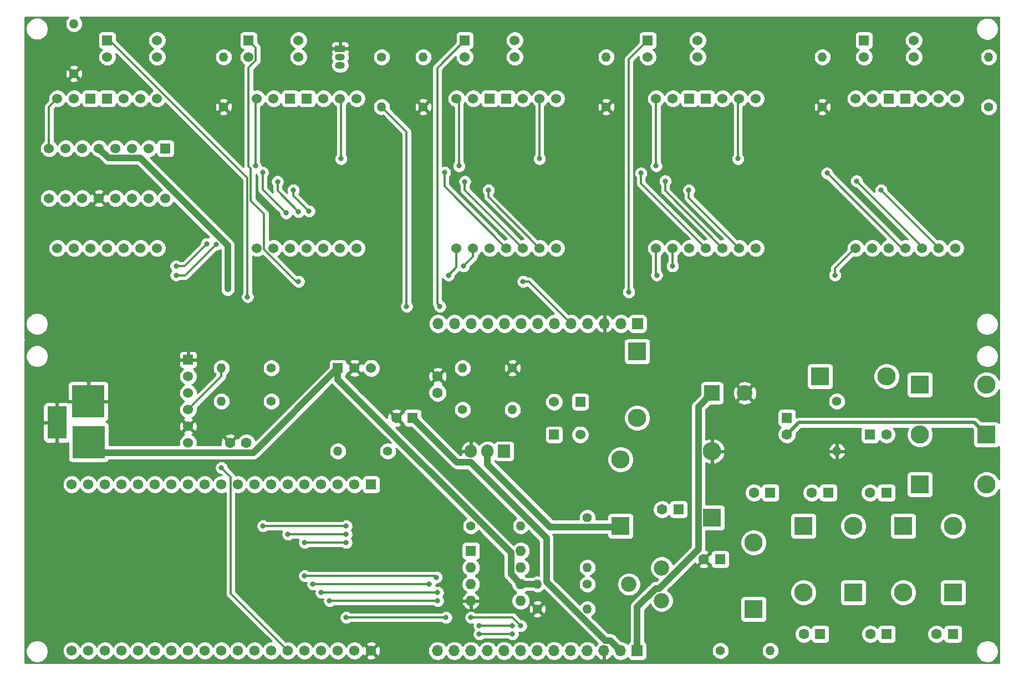
<source format=gbl>
G04 #@! TF.GenerationSoftware,KiCad,Pcbnew,(5.1.9)-1*
G04 #@! TF.CreationDate,2021-01-30T15:55:31+09:00*
G04 #@! TF.ProjectId,nixie-meter-order,6e697869-652d-46d6-9574-65722d6f7264,rev?*
G04 #@! TF.SameCoordinates,Original*
G04 #@! TF.FileFunction,Copper,L2,Bot*
G04 #@! TF.FilePolarity,Positive*
%FSLAX46Y46*%
G04 Gerber Fmt 4.6, Leading zero omitted, Abs format (unit mm)*
G04 Created by KiCad (PCBNEW (5.1.9)-1) date 2021-01-30 15:55:31*
%MOMM*%
%LPD*%
G01*
G04 APERTURE LIST*
G04 #@! TA.AperFunction,ComponentPad*
%ADD10O,1.400000X1.400000*%
G04 #@! TD*
G04 #@! TA.AperFunction,ComponentPad*
%ADD11C,1.400000*%
G04 #@! TD*
G04 #@! TA.AperFunction,ComponentPad*
%ADD12R,1.500000X1.050000*%
G04 #@! TD*
G04 #@! TA.AperFunction,ComponentPad*
%ADD13O,1.500000X1.050000*%
G04 #@! TD*
G04 #@! TA.AperFunction,ComponentPad*
%ADD14C,1.524000*%
G04 #@! TD*
G04 #@! TA.AperFunction,ComponentPad*
%ADD15R,1.524000X1.524000*%
G04 #@! TD*
G04 #@! TA.AperFunction,ComponentPad*
%ADD16O,1.700000X1.700000*%
G04 #@! TD*
G04 #@! TA.AperFunction,ComponentPad*
%ADD17R,1.700000X1.700000*%
G04 #@! TD*
G04 #@! TA.AperFunction,ComponentPad*
%ADD18C,2.400000*%
G04 #@! TD*
G04 #@! TA.AperFunction,ComponentPad*
%ADD19R,2.400000X2.400000*%
G04 #@! TD*
G04 #@! TA.AperFunction,ComponentPad*
%ADD20C,1.600000*%
G04 #@! TD*
G04 #@! TA.AperFunction,ComponentPad*
%ADD21R,1.600000X1.600000*%
G04 #@! TD*
G04 #@! TA.AperFunction,ComponentPad*
%ADD22O,2.800000X2.800000*%
G04 #@! TD*
G04 #@! TA.AperFunction,ComponentPad*
%ADD23R,2.800000X2.800000*%
G04 #@! TD*
G04 #@! TA.AperFunction,ComponentPad*
%ADD24O,1.905000X2.000000*%
G04 #@! TD*
G04 #@! TA.AperFunction,ComponentPad*
%ADD25R,1.905000X2.000000*%
G04 #@! TD*
G04 #@! TA.AperFunction,ComponentPad*
%ADD26R,5.001260X5.001260*%
G04 #@! TD*
G04 #@! TA.AperFunction,ComponentPad*
%ADD27R,2.999740X5.001260*%
G04 #@! TD*
G04 #@! TA.AperFunction,ComponentPad*
%ADD28C,2.340000*%
G04 #@! TD*
G04 #@! TA.AperFunction,ComponentPad*
%ADD29O,1.600000X1.600000*%
G04 #@! TD*
G04 #@! TA.AperFunction,ComponentPad*
%ADD30C,1.560000*%
G04 #@! TD*
G04 #@! TA.AperFunction,ComponentPad*
%ADD31R,1.560000X1.560000*%
G04 #@! TD*
G04 #@! TA.AperFunction,ViaPad*
%ADD32C,0.800000*%
G04 #@! TD*
G04 #@! TA.AperFunction,Conductor*
%ADD33C,0.300000*%
G04 #@! TD*
G04 #@! TA.AperFunction,Conductor*
%ADD34C,1.000000*%
G04 #@! TD*
G04 #@! TA.AperFunction,Conductor*
%ADD35C,0.500000*%
G04 #@! TD*
G04 #@! TA.AperFunction,Conductor*
%ADD36C,0.254000*%
G04 #@! TD*
G04 #@! TA.AperFunction,Conductor*
%ADD37C,0.100000*%
G04 #@! TD*
G04 APERTURE END LIST*
D10*
X129670000Y-46920000D03*
D11*
X129670000Y-54540000D03*
D12*
X116970000Y-45650000D03*
D13*
X116970000Y-48190000D03*
X116970000Y-46920000D03*
D14*
X180470000Y-76130000D03*
X177930000Y-76130000D03*
X175390000Y-76130000D03*
X172850000Y-76130000D03*
X170310000Y-76130000D03*
X167770000Y-76130000D03*
X165230000Y-76130000D03*
X180470000Y-53270000D03*
X177930000Y-53270000D03*
X175390000Y-53270000D03*
D15*
X172850000Y-53270000D03*
X170310000Y-53270000D03*
D14*
X167770000Y-53270000D03*
X165230000Y-53270000D03*
D10*
X190630000Y-46920000D03*
D11*
X190630000Y-54540000D03*
D14*
X210950000Y-76130000D03*
X208410000Y-76130000D03*
X205870000Y-76130000D03*
X203330000Y-76130000D03*
X200790000Y-76130000D03*
X198250000Y-76130000D03*
X195710000Y-76130000D03*
X210950000Y-53270000D03*
X208410000Y-53270000D03*
X205870000Y-53270000D03*
D15*
X203330000Y-53270000D03*
X200790000Y-53270000D03*
D14*
X198250000Y-53270000D03*
X195710000Y-53270000D03*
X204600000Y-44380000D03*
X204600000Y-46920000D03*
X196980000Y-46920000D03*
D15*
X196980000Y-44380000D03*
D14*
X171580000Y-44380000D03*
X171580000Y-46920000D03*
X163960000Y-46920000D03*
D15*
X163960000Y-44380000D03*
D14*
X143640000Y-44380000D03*
X143640000Y-46920000D03*
X136020000Y-46920000D03*
D15*
X136020000Y-44380000D03*
D14*
X149990000Y-76130000D03*
X147450000Y-76130000D03*
X144910000Y-76130000D03*
X142370000Y-76130000D03*
X139830000Y-76130000D03*
X137290000Y-76130000D03*
X134750000Y-76130000D03*
X149990000Y-53270000D03*
X147450000Y-53270000D03*
X144910000Y-53270000D03*
D15*
X142370000Y-53270000D03*
X139830000Y-53270000D03*
D14*
X137290000Y-53270000D03*
X134750000Y-53270000D03*
X110620000Y-44380000D03*
X110620000Y-46920000D03*
X103000000Y-46920000D03*
D15*
X103000000Y-44380000D03*
D14*
X119510000Y-76130000D03*
X116970000Y-76130000D03*
X114430000Y-76130000D03*
X111890000Y-76130000D03*
X109350000Y-76130000D03*
X106810000Y-76130000D03*
X104270000Y-76130000D03*
X119510000Y-53270000D03*
X116970000Y-53270000D03*
X114430000Y-53270000D03*
D15*
X111890000Y-53270000D03*
X109350000Y-53270000D03*
D14*
X106810000Y-53270000D03*
X104270000Y-53270000D03*
X89030000Y-44380000D03*
X89030000Y-46920000D03*
X81410000Y-46920000D03*
D15*
X81410000Y-44380000D03*
D14*
X89030000Y-76130000D03*
X86490000Y-76130000D03*
X83950000Y-76130000D03*
X81410000Y-76130000D03*
X78870000Y-76130000D03*
X76330000Y-76130000D03*
X73790000Y-76130000D03*
X89030000Y-53270000D03*
X86490000Y-53270000D03*
X83950000Y-53270000D03*
D15*
X81410000Y-53270000D03*
X78870000Y-53270000D03*
D14*
X76330000Y-53270000D03*
X73790000Y-53270000D03*
X90300000Y-68510000D03*
X87760000Y-68510000D03*
X85220000Y-68510000D03*
X82680000Y-68510000D03*
X80140000Y-68510000D03*
X77600000Y-68510000D03*
X75060000Y-68510000D03*
X72520000Y-68510000D03*
X72520000Y-60890000D03*
X75060000Y-60890000D03*
X77600000Y-60890000D03*
X80140000Y-60890000D03*
X82680000Y-60890000D03*
X85220000Y-60890000D03*
X87760000Y-60890000D03*
D15*
X90300000Y-60890000D03*
D10*
X157610000Y-46920000D03*
D11*
X157610000Y-54540000D03*
D10*
X123320000Y-54540000D03*
D11*
X123320000Y-46920000D03*
D10*
X99190000Y-46920000D03*
D11*
X99190000Y-54540000D03*
D10*
X216030000Y-46920000D03*
D11*
X216030000Y-54540000D03*
D10*
X76330000Y-41840000D03*
D11*
X76330000Y-49460000D03*
D16*
X131930000Y-87660000D03*
X134470000Y-87660000D03*
X137010000Y-87660000D03*
X139550000Y-87660000D03*
X142090000Y-87660000D03*
X144630000Y-87660000D03*
X147170000Y-87660000D03*
X149710000Y-87660000D03*
X152250000Y-87660000D03*
X154790000Y-87660000D03*
X157330000Y-87660000D03*
X159870000Y-87660000D03*
D17*
X162410000Y-87660000D03*
D18*
X178780000Y-98250000D03*
D19*
X173780000Y-98250000D03*
D15*
X93770000Y-93170000D03*
D14*
X93770000Y-95710000D03*
X93770000Y-98250000D03*
X93770000Y-100790000D03*
X93770000Y-103330000D03*
X93770000Y-105870000D03*
D20*
X185210000Y-104560000D03*
D21*
X185210000Y-102060000D03*
D22*
X162350000Y-102060000D03*
D23*
X162350000Y-91900000D03*
D22*
X173780000Y-107140000D03*
D23*
X173780000Y-117300000D03*
D22*
X205530000Y-104600000D03*
D23*
X215690000Y-104600000D03*
D22*
X200450000Y-95710000D03*
D23*
X190290000Y-95710000D03*
D22*
X215690000Y-96980000D03*
D23*
X205530000Y-96980000D03*
D22*
X215690000Y-112220000D03*
D23*
X205530000Y-112220000D03*
D22*
X210610000Y-118570000D03*
D23*
X210610000Y-128730000D03*
D22*
X202990000Y-128730000D03*
D23*
X202990000Y-118570000D03*
D22*
X195370000Y-118570000D03*
D23*
X195370000Y-128730000D03*
D22*
X187750000Y-128730000D03*
D23*
X187750000Y-118570000D03*
D22*
X180130000Y-121110000D03*
D23*
X180130000Y-131270000D03*
D16*
X131870000Y-137620000D03*
X134410000Y-137620000D03*
X136950000Y-137620000D03*
X139490000Y-137620000D03*
X142030000Y-137620000D03*
X144570000Y-137620000D03*
X147110000Y-137620000D03*
X149650000Y-137620000D03*
X152190000Y-137620000D03*
X154730000Y-137620000D03*
X157270000Y-137620000D03*
X159810000Y-137620000D03*
D17*
X162350000Y-137620000D03*
D10*
X135680000Y-94440000D03*
D11*
X143300000Y-94440000D03*
D24*
X136950000Y-107140000D03*
X139490000Y-107140000D03*
D25*
X142030000Y-107140000D03*
D10*
X144570000Y-118570000D03*
D11*
X136950000Y-118570000D03*
D10*
X98850000Y-94440000D03*
D11*
X106470000Y-94440000D03*
D10*
X98850000Y-99520000D03*
D11*
X106470000Y-99520000D03*
D20*
X125560000Y-102060000D03*
D21*
X128060000Y-102060000D03*
D20*
X100160000Y-105870000D03*
X102660000Y-105870000D03*
X131870000Y-95710000D03*
X131870000Y-98210000D03*
X166160000Y-116030000D03*
D21*
X168660000Y-116030000D03*
D20*
X172510000Y-123650000D03*
D21*
X175010000Y-123650000D03*
D20*
X180170000Y-113490000D03*
D21*
X182670000Y-113490000D03*
D20*
X187790000Y-135080000D03*
D21*
X190290000Y-135080000D03*
D20*
X189020000Y-113490000D03*
D21*
X191520000Y-113490000D03*
D20*
X197950000Y-135080000D03*
D21*
X200450000Y-135080000D03*
D20*
X197910000Y-113490000D03*
D21*
X200410000Y-113490000D03*
D20*
X208070000Y-135080000D03*
D21*
X210570000Y-135080000D03*
D20*
X200410000Y-104600000D03*
D21*
X197910000Y-104600000D03*
D22*
X159810000Y-108410000D03*
D23*
X159810000Y-118570000D03*
D26*
X78530000Y-99520000D03*
X78580800Y-105770940D03*
D27*
X73729400Y-102771200D03*
D15*
X153650000Y-99600000D03*
D14*
X153650000Y-104600000D03*
D15*
X149650000Y-104600000D03*
D14*
X149650000Y-99600000D03*
D10*
X116630000Y-107140000D03*
D11*
X124250000Y-107140000D03*
D10*
X147110000Y-127460000D03*
D11*
X154730000Y-127460000D03*
D10*
X154730000Y-124920000D03*
D11*
X154730000Y-117300000D03*
D10*
X143300000Y-100790000D03*
D11*
X135680000Y-100790000D03*
D10*
X192830000Y-107140000D03*
D11*
X192830000Y-99520000D03*
D10*
X154730000Y-131270000D03*
D11*
X147110000Y-131270000D03*
D10*
X182670000Y-137620000D03*
D11*
X175050000Y-137620000D03*
D28*
X166080000Y-129960000D03*
X161080000Y-127460000D03*
X166080000Y-124960000D03*
D15*
X116630000Y-94440000D03*
D14*
X119170000Y-94440000D03*
X121710000Y-94440000D03*
D29*
X144570000Y-122380000D03*
X136950000Y-130000000D03*
X144570000Y-124920000D03*
X136950000Y-127460000D03*
X144570000Y-127460000D03*
X136950000Y-124920000D03*
X144570000Y-130000000D03*
D21*
X136950000Y-122380000D03*
D30*
X75990000Y-137620000D03*
X78530000Y-137620000D03*
X81070000Y-137620000D03*
X83610000Y-137620000D03*
X86150000Y-137620000D03*
X88690000Y-137620000D03*
X91230000Y-137620000D03*
X93770000Y-137620000D03*
X96310000Y-137620000D03*
X98850000Y-137620000D03*
X101390000Y-137620000D03*
X103930000Y-137620000D03*
X106470000Y-137620000D03*
X109010000Y-137620000D03*
X111550000Y-137620000D03*
X114090000Y-137620000D03*
X116630000Y-137620000D03*
X119170000Y-137620000D03*
X121710000Y-137620000D03*
X78530000Y-112220000D03*
X81070000Y-112220000D03*
X83610000Y-112220000D03*
X86150000Y-112220000D03*
X88690000Y-112220000D03*
X91230000Y-112220000D03*
X93770000Y-112220000D03*
X96310000Y-112220000D03*
X98850000Y-112220000D03*
X101390000Y-112220000D03*
X103930000Y-112220000D03*
X106470000Y-112220000D03*
X109010000Y-112220000D03*
X111550000Y-112220000D03*
X114090000Y-112220000D03*
X116630000Y-112220000D03*
X75990000Y-112220000D03*
X119170000Y-112220000D03*
D31*
X121710000Y-112220000D03*
D32*
X161070001Y-82829999D03*
X132210000Y-85020000D03*
X127130000Y-85020000D03*
X144910000Y-81210000D03*
X110620000Y-81210000D03*
X102830000Y-83560000D03*
X99830000Y-82360000D03*
X109830000Y-67260000D03*
X112230000Y-70460000D03*
X139630000Y-67260000D03*
X170230000Y-67260000D03*
X199580010Y-67260000D03*
X107430000Y-65960000D03*
X110630000Y-70560000D03*
X136030000Y-65960000D03*
X166630000Y-65860000D03*
X195830000Y-65860000D03*
X105130000Y-64560000D03*
X108730000Y-70760000D03*
X132930000Y-64560000D03*
X162930000Y-64660000D03*
X191330000Y-64660000D03*
X91930000Y-78860000D03*
X96630000Y-75460000D03*
X135830000Y-78860000D03*
X167730000Y-78860000D03*
X91930000Y-80260000D03*
X98030000Y-75560000D03*
X192530000Y-80260000D03*
X133530000Y-80260000D03*
X165330000Y-80260000D03*
X104030000Y-63560000D03*
X135130000Y-63560000D03*
X165230000Y-63560000D03*
X177730000Y-62460000D03*
X117130000Y-62460000D03*
X147430000Y-62460000D03*
X117900000Y-121110000D03*
X111550000Y-121110000D03*
X109010000Y-119840000D03*
X117900000Y-119840000D03*
X117900000Y-118570000D03*
X105200000Y-118570000D03*
X111550000Y-126190000D03*
X131653999Y-126406001D03*
X136950000Y-132540000D03*
X144570000Y-133810000D03*
X112820000Y-127460000D03*
X130600000Y-127460000D03*
X138220000Y-133810000D03*
X143300000Y-133810000D03*
X114090000Y-128730000D03*
X131870000Y-128730000D03*
X138220000Y-135080000D03*
X138220000Y-135080000D03*
X143300000Y-135080000D03*
X115360000Y-130000000D03*
X131870000Y-130000000D03*
X117900000Y-132540000D03*
X133140000Y-132540000D03*
X98850000Y-109680000D03*
D33*
X142330000Y-87900000D02*
X142090000Y-87660000D01*
X161070001Y-47269999D02*
X163960000Y-44380000D01*
X161070001Y-82829999D02*
X161070001Y-47269999D01*
X131810001Y-48589999D02*
X136020000Y-44380000D01*
X131810001Y-84620001D02*
X131810001Y-48589999D01*
X132210000Y-85020000D02*
X131810001Y-84620001D01*
X127130000Y-58350000D02*
X123320000Y-54540000D01*
X127130000Y-85020000D02*
X127130000Y-58350000D01*
X152250000Y-87660000D02*
X145800000Y-81210000D01*
X104112001Y-45492001D02*
X103000000Y-44380000D01*
X104112001Y-47453761D02*
X104112001Y-45492001D01*
X103000000Y-48565762D02*
X104112001Y-47453761D01*
X103000000Y-63640002D02*
X103000000Y-48565762D01*
X103330010Y-68840010D02*
X103330010Y-63970012D01*
X103330010Y-63970012D02*
X103000000Y-63640002D01*
X110244238Y-81210000D02*
X105382001Y-76347763D01*
X105382001Y-70892001D02*
X103330010Y-68840010D01*
X105382001Y-76347763D02*
X105382001Y-70892001D01*
X145800000Y-81210000D02*
X144910000Y-81210000D01*
X110620000Y-81210000D02*
X110244238Y-81210000D01*
X81785762Y-44380000D02*
X81410000Y-44380000D01*
X102830000Y-65424238D02*
X81785762Y-44380000D01*
X102830000Y-83560000D02*
X102830000Y-65424238D01*
D34*
X159730000Y-87660000D02*
X159870000Y-87660000D01*
X81602001Y-62352001D02*
X80140000Y-60890000D01*
X86450003Y-62352001D02*
X81602001Y-62352001D01*
X99830000Y-75731998D02*
X86450003Y-62352001D01*
X99830000Y-82360000D02*
X99830000Y-75731998D01*
X134840010Y-108840010D02*
X128060000Y-102060000D01*
X136912012Y-108840010D02*
X134840010Y-108840010D01*
X148510001Y-120437999D02*
X136912012Y-108840010D01*
X148510001Y-127122003D02*
X148510001Y-120437999D01*
X157457997Y-136069999D02*
X148510001Y-127122003D01*
X158259999Y-136069999D02*
X157457997Y-136069999D01*
X159810000Y-137620000D02*
X158259999Y-136069999D01*
X103699999Y-107370001D02*
X116630000Y-94440000D01*
X80179861Y-107370001D02*
X103699999Y-107370001D01*
X78580800Y-105770940D02*
X80179861Y-107370001D01*
X143069999Y-125959999D02*
X144570000Y-127460000D01*
X143069999Y-122641999D02*
X143069999Y-125959999D01*
X116630000Y-96202000D02*
X143069999Y-122641999D01*
X116630000Y-94440000D02*
X116630000Y-96202000D01*
X144570000Y-127460000D02*
X147110000Y-127460000D01*
D35*
X166120000Y-129960000D02*
X166080000Y-129960000D01*
D33*
X109830000Y-67260000D02*
X109830000Y-68060000D01*
X109830000Y-68060000D02*
X112230000Y-70460000D01*
X112230000Y-70460000D02*
X112230000Y-70460000D01*
X139630000Y-68310000D02*
X147450000Y-76130000D01*
X139630000Y-67260000D02*
X139630000Y-68310000D01*
X170230000Y-68430000D02*
X177930000Y-76130000D01*
X170230000Y-67260000D02*
X170230000Y-68430000D01*
X208310000Y-75989990D02*
X208310000Y-76130000D01*
X199580010Y-67260000D02*
X208310000Y-75989990D01*
X107430000Y-65960000D02*
X107430000Y-67360000D01*
X107430000Y-67360000D02*
X110630000Y-70560000D01*
X110630000Y-70560000D02*
X110630000Y-70560000D01*
X136030000Y-67250000D02*
X144910000Y-76130000D01*
X136030000Y-65960000D02*
X136030000Y-67250000D01*
X166630000Y-67370000D02*
X175390000Y-76130000D01*
X166630000Y-65860000D02*
X166630000Y-67370000D01*
X205770000Y-75800000D02*
X205770000Y-76130000D01*
X195830000Y-65860000D02*
X205770000Y-75800000D01*
X105130000Y-64560000D02*
X105130000Y-67160000D01*
X105130000Y-67160000D02*
X108730000Y-70760000D01*
X108730000Y-70760000D02*
X108730000Y-70760000D01*
X132930000Y-66690000D02*
X142370000Y-76130000D01*
X132930000Y-64560000D02*
X132930000Y-66690000D01*
X162930000Y-66210000D02*
X172850000Y-76130000D01*
X162930000Y-64660000D02*
X162930000Y-66210000D01*
X202800000Y-76130000D02*
X203230000Y-76130000D01*
X191330000Y-64660000D02*
X202800000Y-76130000D01*
X91930000Y-78860000D02*
X93230000Y-78860000D01*
X93230000Y-78860000D02*
X96630000Y-75460000D01*
X96630000Y-75460000D02*
X96630000Y-75460000D01*
X137290000Y-77400000D02*
X135830000Y-78860000D01*
X137290000Y-76130000D02*
X137290000Y-77400000D01*
X167770000Y-78820000D02*
X167730000Y-78860000D01*
X167770000Y-76130000D02*
X167770000Y-78820000D01*
X91930000Y-80260000D02*
X93330000Y-80260000D01*
X93330000Y-80260000D02*
X98030000Y-75560000D01*
X98030000Y-75560000D02*
X98030000Y-75560000D01*
X192530000Y-79210000D02*
X195610000Y-76130000D01*
X192530000Y-80260000D02*
X192530000Y-79210000D01*
X134750000Y-76130000D02*
X134750000Y-79040000D01*
X133530000Y-80260000D02*
X134750000Y-79040000D01*
X165230000Y-80160000D02*
X165330000Y-80260000D01*
X165230000Y-76130000D02*
X165230000Y-80160000D01*
X72520000Y-54540000D02*
X73790000Y-53270000D01*
X72520000Y-60890000D02*
X72520000Y-54540000D01*
X104030000Y-53510000D02*
X104270000Y-53270000D01*
X104030000Y-63560000D02*
X104030000Y-53510000D01*
X135130000Y-53650000D02*
X134750000Y-53270000D01*
X135130000Y-63560000D02*
X135130000Y-53650000D01*
X165230000Y-63560000D02*
X165230000Y-53270000D01*
X177730000Y-53470000D02*
X177930000Y-53270000D01*
X177730000Y-62460000D02*
X177730000Y-53470000D01*
X147430000Y-53290000D02*
X147450000Y-53270000D01*
X147430000Y-62460000D02*
X147430000Y-53290000D01*
X117130000Y-53430000D02*
X116970000Y-53270000D01*
X117130000Y-62460000D02*
X117130000Y-53430000D01*
X180520000Y-53270000D02*
X180470000Y-53270000D01*
D34*
X139490000Y-109140000D02*
X139490000Y-107140000D01*
X149050001Y-118700001D02*
X139490000Y-109140000D01*
X159679999Y-118700001D02*
X149050001Y-118700001D01*
X159810000Y-118570000D02*
X159679999Y-118700001D01*
D35*
X213839999Y-102749999D02*
X215690000Y-104600000D01*
X187020001Y-102749999D02*
X213839999Y-102749999D01*
X185210000Y-104560000D02*
X187020001Y-102749999D01*
D34*
X171679999Y-100350001D02*
X173780000Y-98250000D01*
X171679999Y-122127603D02*
X171679999Y-100350001D01*
X165717603Y-128089999D02*
X171679999Y-122127603D01*
X165182399Y-128089999D02*
X165717603Y-128089999D01*
X162350000Y-130922398D02*
X165182399Y-128089999D01*
X162350000Y-137620000D02*
X162350000Y-130922398D01*
D35*
X165660000Y-124960000D02*
X166080000Y-124960000D01*
D33*
X111550000Y-121110000D02*
X117900000Y-121110000D01*
X117900000Y-119840000D02*
X109010000Y-119840000D01*
X109760001Y-119840000D02*
X109010000Y-119840000D01*
X105200000Y-118570000D02*
X117900000Y-118570000D01*
X131437998Y-126190000D02*
X131653999Y-126406001D01*
X111550000Y-126190000D02*
X131437998Y-126190000D01*
X144570000Y-133810000D02*
X144570000Y-133810000D01*
X143300000Y-132540000D02*
X144570000Y-133810000D01*
X136950000Y-132540000D02*
X143300000Y-132540000D01*
X112820000Y-127460000D02*
X130600000Y-127460000D01*
X138220000Y-133810000D02*
X143300000Y-133810000D01*
X114090000Y-128730000D02*
X131870000Y-128730000D01*
X138220000Y-135080000D02*
X143300000Y-135080000D01*
X143300000Y-135080000D02*
X142793998Y-135080000D01*
X143300000Y-135080000D02*
X143300000Y-135080000D01*
X115360000Y-130000000D02*
X131870000Y-130000000D01*
X117900000Y-132540000D02*
X133140000Y-132540000D01*
X100259999Y-128869999D02*
X100259999Y-111089999D01*
X109010000Y-137620000D02*
X100259999Y-128869999D01*
X100259999Y-111089999D02*
X98850000Y-109680000D01*
X98850000Y-109680000D02*
X98850000Y-109680000D01*
X98850000Y-95710000D02*
X98850000Y-94440000D01*
X93770000Y-100790000D02*
X98850000Y-95710000D01*
D36*
X75293038Y-40988987D02*
X75146939Y-41207641D01*
X75046304Y-41450595D01*
X74995000Y-41708514D01*
X74995000Y-41971486D01*
X75046304Y-42229405D01*
X75146939Y-42472359D01*
X75293038Y-42691013D01*
X75478987Y-42876962D01*
X75697641Y-43023061D01*
X75940595Y-43123696D01*
X76198514Y-43175000D01*
X76461486Y-43175000D01*
X76719405Y-43123696D01*
X76962359Y-43023061D01*
X77181013Y-42876962D01*
X77366962Y-42691013D01*
X77513061Y-42472359D01*
X77522688Y-42449117D01*
X214055000Y-42449117D01*
X214055000Y-42790883D01*
X214121675Y-43126081D01*
X214252463Y-43441831D01*
X214442337Y-43725998D01*
X214684002Y-43967663D01*
X214968169Y-44157537D01*
X215283919Y-44288325D01*
X215619117Y-44355000D01*
X215960883Y-44355000D01*
X216296081Y-44288325D01*
X216611831Y-44157537D01*
X216895998Y-43967663D01*
X217137663Y-43725998D01*
X217327537Y-43441831D01*
X217458325Y-43126081D01*
X217525000Y-42790883D01*
X217525000Y-42449117D01*
X217458325Y-42113919D01*
X217327537Y-41798169D01*
X217137663Y-41514002D01*
X216895998Y-41272337D01*
X216611831Y-41082463D01*
X216296081Y-40951675D01*
X215960883Y-40885000D01*
X215619117Y-40885000D01*
X215283919Y-40951675D01*
X214968169Y-41082463D01*
X214684002Y-41272337D01*
X214442337Y-41514002D01*
X214252463Y-41798169D01*
X214121675Y-42113919D01*
X214055000Y-42449117D01*
X77522688Y-42449117D01*
X77613696Y-42229405D01*
X77665000Y-41971486D01*
X77665000Y-41708514D01*
X77613696Y-41450595D01*
X77513061Y-41207641D01*
X77366962Y-40988987D01*
X77197975Y-40820000D01*
X217570001Y-40820000D01*
X217570000Y-90033000D01*
X164181914Y-90033000D01*
X164104494Y-89969463D01*
X163994180Y-89910498D01*
X163874482Y-89874188D01*
X163750000Y-89861928D01*
X160950000Y-89861928D01*
X160825518Y-89874188D01*
X160705820Y-89910498D01*
X160595506Y-89969463D01*
X160518086Y-90033000D01*
X68890000Y-90033000D01*
X68890000Y-87529117D01*
X68945000Y-87529117D01*
X68945000Y-87870883D01*
X69011675Y-88206081D01*
X69142463Y-88521831D01*
X69332337Y-88805998D01*
X69574002Y-89047663D01*
X69858169Y-89237537D01*
X70173919Y-89368325D01*
X70509117Y-89435000D01*
X70850883Y-89435000D01*
X71186081Y-89368325D01*
X71501831Y-89237537D01*
X71785998Y-89047663D01*
X72027663Y-88805998D01*
X72217537Y-88521831D01*
X72348325Y-88206081D01*
X72415000Y-87870883D01*
X72415000Y-87529117D01*
X72411942Y-87513740D01*
X130445000Y-87513740D01*
X130445000Y-87806260D01*
X130502068Y-88093158D01*
X130614010Y-88363411D01*
X130776525Y-88606632D01*
X130983368Y-88813475D01*
X131226589Y-88975990D01*
X131496842Y-89087932D01*
X131783740Y-89145000D01*
X132076260Y-89145000D01*
X132363158Y-89087932D01*
X132633411Y-88975990D01*
X132876632Y-88813475D01*
X133083475Y-88606632D01*
X133200000Y-88432240D01*
X133316525Y-88606632D01*
X133523368Y-88813475D01*
X133766589Y-88975990D01*
X134036842Y-89087932D01*
X134323740Y-89145000D01*
X134616260Y-89145000D01*
X134903158Y-89087932D01*
X135173411Y-88975990D01*
X135416632Y-88813475D01*
X135623475Y-88606632D01*
X135740000Y-88432240D01*
X135856525Y-88606632D01*
X136063368Y-88813475D01*
X136306589Y-88975990D01*
X136576842Y-89087932D01*
X136863740Y-89145000D01*
X137156260Y-89145000D01*
X137443158Y-89087932D01*
X137713411Y-88975990D01*
X137956632Y-88813475D01*
X138163475Y-88606632D01*
X138280000Y-88432240D01*
X138396525Y-88606632D01*
X138603368Y-88813475D01*
X138846589Y-88975990D01*
X139116842Y-89087932D01*
X139403740Y-89145000D01*
X139696260Y-89145000D01*
X139983158Y-89087932D01*
X140253411Y-88975990D01*
X140496632Y-88813475D01*
X140703475Y-88606632D01*
X140820000Y-88432240D01*
X140936525Y-88606632D01*
X141143368Y-88813475D01*
X141386589Y-88975990D01*
X141656842Y-89087932D01*
X141943740Y-89145000D01*
X142236260Y-89145000D01*
X142523158Y-89087932D01*
X142793411Y-88975990D01*
X143036632Y-88813475D01*
X143243475Y-88606632D01*
X143360000Y-88432240D01*
X143476525Y-88606632D01*
X143683368Y-88813475D01*
X143926589Y-88975990D01*
X144196842Y-89087932D01*
X144483740Y-89145000D01*
X144776260Y-89145000D01*
X145063158Y-89087932D01*
X145333411Y-88975990D01*
X145576632Y-88813475D01*
X145783475Y-88606632D01*
X145900000Y-88432240D01*
X146016525Y-88606632D01*
X146223368Y-88813475D01*
X146466589Y-88975990D01*
X146736842Y-89087932D01*
X147023740Y-89145000D01*
X147316260Y-89145000D01*
X147603158Y-89087932D01*
X147873411Y-88975990D01*
X148116632Y-88813475D01*
X148323475Y-88606632D01*
X148440000Y-88432240D01*
X148556525Y-88606632D01*
X148763368Y-88813475D01*
X149006589Y-88975990D01*
X149276842Y-89087932D01*
X149563740Y-89145000D01*
X149856260Y-89145000D01*
X150143158Y-89087932D01*
X150413411Y-88975990D01*
X150656632Y-88813475D01*
X150863475Y-88606632D01*
X150980000Y-88432240D01*
X151096525Y-88606632D01*
X151303368Y-88813475D01*
X151546589Y-88975990D01*
X151816842Y-89087932D01*
X152103740Y-89145000D01*
X152396260Y-89145000D01*
X152683158Y-89087932D01*
X152953411Y-88975990D01*
X153196632Y-88813475D01*
X153403475Y-88606632D01*
X153520000Y-88432240D01*
X153636525Y-88606632D01*
X153843368Y-88813475D01*
X154086589Y-88975990D01*
X154356842Y-89087932D01*
X154643740Y-89145000D01*
X154936260Y-89145000D01*
X155223158Y-89087932D01*
X155493411Y-88975990D01*
X155736632Y-88813475D01*
X155943475Y-88606632D01*
X156065195Y-88424466D01*
X156134822Y-88541355D01*
X156329731Y-88757588D01*
X156563080Y-88931641D01*
X156825901Y-89056825D01*
X156973110Y-89101476D01*
X157203000Y-88980155D01*
X157203000Y-87787000D01*
X157183000Y-87787000D01*
X157183000Y-87533000D01*
X157203000Y-87533000D01*
X157203000Y-86339845D01*
X157457000Y-86339845D01*
X157457000Y-87533000D01*
X157477000Y-87533000D01*
X157477000Y-87787000D01*
X157457000Y-87787000D01*
X157457000Y-88980155D01*
X157686890Y-89101476D01*
X157834099Y-89056825D01*
X158096920Y-88931641D01*
X158330269Y-88757588D01*
X158525178Y-88541355D01*
X158594805Y-88424466D01*
X158716525Y-88606632D01*
X158923368Y-88813475D01*
X159166589Y-88975990D01*
X159436842Y-89087932D01*
X159723740Y-89145000D01*
X160016260Y-89145000D01*
X160303158Y-89087932D01*
X160573411Y-88975990D01*
X160816632Y-88813475D01*
X160948487Y-88681620D01*
X160970498Y-88754180D01*
X161029463Y-88864494D01*
X161108815Y-88961185D01*
X161205506Y-89040537D01*
X161315820Y-89099502D01*
X161435518Y-89135812D01*
X161560000Y-89148072D01*
X163260000Y-89148072D01*
X163384482Y-89135812D01*
X163504180Y-89099502D01*
X163614494Y-89040537D01*
X163711185Y-88961185D01*
X163790537Y-88864494D01*
X163849502Y-88754180D01*
X163885812Y-88634482D01*
X163898072Y-88510000D01*
X163898072Y-87539117D01*
X214045000Y-87539117D01*
X214045000Y-87880883D01*
X214111675Y-88216081D01*
X214242463Y-88531831D01*
X214432337Y-88815998D01*
X214674002Y-89057663D01*
X214958169Y-89247537D01*
X215273919Y-89378325D01*
X215609117Y-89445000D01*
X215950883Y-89445000D01*
X216286081Y-89378325D01*
X216601831Y-89247537D01*
X216885998Y-89057663D01*
X217127663Y-88815998D01*
X217317537Y-88531831D01*
X217448325Y-88216081D01*
X217515000Y-87880883D01*
X217515000Y-87539117D01*
X217448325Y-87203919D01*
X217317537Y-86888169D01*
X217127663Y-86604002D01*
X216885998Y-86362337D01*
X216601831Y-86172463D01*
X216286081Y-86041675D01*
X215950883Y-85975000D01*
X215609117Y-85975000D01*
X215273919Y-86041675D01*
X214958169Y-86172463D01*
X214674002Y-86362337D01*
X214432337Y-86604002D01*
X214242463Y-86888169D01*
X214111675Y-87203919D01*
X214045000Y-87539117D01*
X163898072Y-87539117D01*
X163898072Y-86810000D01*
X163885812Y-86685518D01*
X163849502Y-86565820D01*
X163790537Y-86455506D01*
X163711185Y-86358815D01*
X163614494Y-86279463D01*
X163504180Y-86220498D01*
X163384482Y-86184188D01*
X163260000Y-86171928D01*
X161560000Y-86171928D01*
X161435518Y-86184188D01*
X161315820Y-86220498D01*
X161205506Y-86279463D01*
X161108815Y-86358815D01*
X161029463Y-86455506D01*
X160970498Y-86565820D01*
X160948487Y-86638380D01*
X160816632Y-86506525D01*
X160573411Y-86344010D01*
X160303158Y-86232068D01*
X160016260Y-86175000D01*
X159723740Y-86175000D01*
X159436842Y-86232068D01*
X159166589Y-86344010D01*
X158923368Y-86506525D01*
X158716525Y-86713368D01*
X158594805Y-86895534D01*
X158525178Y-86778645D01*
X158330269Y-86562412D01*
X158096920Y-86388359D01*
X157834099Y-86263175D01*
X157686890Y-86218524D01*
X157457000Y-86339845D01*
X157203000Y-86339845D01*
X156973110Y-86218524D01*
X156825901Y-86263175D01*
X156563080Y-86388359D01*
X156329731Y-86562412D01*
X156134822Y-86778645D01*
X156065195Y-86895534D01*
X155943475Y-86713368D01*
X155736632Y-86506525D01*
X155493411Y-86344010D01*
X155223158Y-86232068D01*
X154936260Y-86175000D01*
X154643740Y-86175000D01*
X154356842Y-86232068D01*
X154086589Y-86344010D01*
X153843368Y-86506525D01*
X153636525Y-86713368D01*
X153520000Y-86887760D01*
X153403475Y-86713368D01*
X153196632Y-86506525D01*
X152953411Y-86344010D01*
X152683158Y-86232068D01*
X152396260Y-86175000D01*
X152103740Y-86175000D01*
X151913082Y-86212924D01*
X148428218Y-82728060D01*
X160035001Y-82728060D01*
X160035001Y-82931938D01*
X160074775Y-83131897D01*
X160152796Y-83320255D01*
X160266064Y-83489773D01*
X160410227Y-83633936D01*
X160579745Y-83747204D01*
X160768103Y-83825225D01*
X160968062Y-83864999D01*
X161171940Y-83864999D01*
X161371899Y-83825225D01*
X161560257Y-83747204D01*
X161729775Y-83633936D01*
X161873938Y-83489773D01*
X161987206Y-83320255D01*
X162065227Y-83131897D01*
X162105001Y-82931938D01*
X162105001Y-82728060D01*
X162065227Y-82528101D01*
X161987206Y-82339743D01*
X161873938Y-82170225D01*
X161855001Y-82151288D01*
X161855001Y-64558061D01*
X161895000Y-64558061D01*
X161895000Y-64761939D01*
X161934774Y-64961898D01*
X162012795Y-65150256D01*
X162126063Y-65319774D01*
X162145000Y-65338711D01*
X162145001Y-66171438D01*
X162141203Y-66210000D01*
X162156359Y-66363886D01*
X162201246Y-66511859D01*
X162211609Y-66531246D01*
X162274139Y-66648233D01*
X162308417Y-66690000D01*
X162347655Y-66737812D01*
X162347659Y-66737816D01*
X162372237Y-66767764D01*
X162402185Y-66792342D01*
X170342843Y-74733000D01*
X170172408Y-74733000D01*
X169902510Y-74786686D01*
X169648273Y-74891995D01*
X169419465Y-75044880D01*
X169224880Y-75239465D01*
X169071995Y-75468273D01*
X169040000Y-75545515D01*
X169008005Y-75468273D01*
X168855120Y-75239465D01*
X168660535Y-75044880D01*
X168431727Y-74891995D01*
X168177490Y-74786686D01*
X167907592Y-74733000D01*
X167632408Y-74733000D01*
X167362510Y-74786686D01*
X167108273Y-74891995D01*
X166879465Y-75044880D01*
X166684880Y-75239465D01*
X166531995Y-75468273D01*
X166500000Y-75545515D01*
X166468005Y-75468273D01*
X166315120Y-75239465D01*
X166120535Y-75044880D01*
X165891727Y-74891995D01*
X165637490Y-74786686D01*
X165367592Y-74733000D01*
X165092408Y-74733000D01*
X164822510Y-74786686D01*
X164568273Y-74891995D01*
X164339465Y-75044880D01*
X164144880Y-75239465D01*
X163991995Y-75468273D01*
X163886686Y-75722510D01*
X163833000Y-75992408D01*
X163833000Y-76267592D01*
X163886686Y-76537490D01*
X163991995Y-76791727D01*
X164144880Y-77020535D01*
X164339465Y-77215120D01*
X164445000Y-77285637D01*
X164445001Y-79721544D01*
X164412795Y-79769744D01*
X164334774Y-79958102D01*
X164295000Y-80158061D01*
X164295000Y-80361939D01*
X164334774Y-80561898D01*
X164412795Y-80750256D01*
X164526063Y-80919774D01*
X164670226Y-81063937D01*
X164839744Y-81177205D01*
X165028102Y-81255226D01*
X165228061Y-81295000D01*
X165431939Y-81295000D01*
X165631898Y-81255226D01*
X165820256Y-81177205D01*
X165989774Y-81063937D01*
X166133937Y-80919774D01*
X166247205Y-80750256D01*
X166325226Y-80561898D01*
X166365000Y-80361939D01*
X166365000Y-80158061D01*
X166325226Y-79958102D01*
X166247205Y-79769744D01*
X166133937Y-79600226D01*
X166015000Y-79481289D01*
X166015000Y-77285636D01*
X166120535Y-77215120D01*
X166315120Y-77020535D01*
X166468005Y-76791727D01*
X166500000Y-76714485D01*
X166531995Y-76791727D01*
X166684880Y-77020535D01*
X166879465Y-77215120D01*
X166985000Y-77285637D01*
X166985001Y-78141288D01*
X166926063Y-78200226D01*
X166812795Y-78369744D01*
X166734774Y-78558102D01*
X166695000Y-78758061D01*
X166695000Y-78961939D01*
X166734774Y-79161898D01*
X166812795Y-79350256D01*
X166926063Y-79519774D01*
X167070226Y-79663937D01*
X167239744Y-79777205D01*
X167428102Y-79855226D01*
X167628061Y-79895000D01*
X167831939Y-79895000D01*
X168031898Y-79855226D01*
X168220256Y-79777205D01*
X168389774Y-79663937D01*
X168533937Y-79519774D01*
X168647205Y-79350256D01*
X168725226Y-79161898D01*
X168765000Y-78961939D01*
X168765000Y-78758061D01*
X168725226Y-78558102D01*
X168647205Y-78369744D01*
X168555000Y-78231749D01*
X168555000Y-77285636D01*
X168660535Y-77215120D01*
X168855120Y-77020535D01*
X169008005Y-76791727D01*
X169040000Y-76714485D01*
X169071995Y-76791727D01*
X169224880Y-77020535D01*
X169419465Y-77215120D01*
X169648273Y-77368005D01*
X169902510Y-77473314D01*
X170172408Y-77527000D01*
X170447592Y-77527000D01*
X170717490Y-77473314D01*
X170971727Y-77368005D01*
X171200535Y-77215120D01*
X171395120Y-77020535D01*
X171548005Y-76791727D01*
X171580000Y-76714485D01*
X171611995Y-76791727D01*
X171764880Y-77020535D01*
X171959465Y-77215120D01*
X172188273Y-77368005D01*
X172442510Y-77473314D01*
X172712408Y-77527000D01*
X172987592Y-77527000D01*
X173257490Y-77473314D01*
X173511727Y-77368005D01*
X173740535Y-77215120D01*
X173935120Y-77020535D01*
X174088005Y-76791727D01*
X174120000Y-76714485D01*
X174151995Y-76791727D01*
X174304880Y-77020535D01*
X174499465Y-77215120D01*
X174728273Y-77368005D01*
X174982510Y-77473314D01*
X175252408Y-77527000D01*
X175527592Y-77527000D01*
X175797490Y-77473314D01*
X176051727Y-77368005D01*
X176280535Y-77215120D01*
X176475120Y-77020535D01*
X176628005Y-76791727D01*
X176660000Y-76714485D01*
X176691995Y-76791727D01*
X176844880Y-77020535D01*
X177039465Y-77215120D01*
X177268273Y-77368005D01*
X177522510Y-77473314D01*
X177792408Y-77527000D01*
X178067592Y-77527000D01*
X178337490Y-77473314D01*
X178591727Y-77368005D01*
X178820535Y-77215120D01*
X179015120Y-77020535D01*
X179168005Y-76791727D01*
X179200000Y-76714485D01*
X179231995Y-76791727D01*
X179384880Y-77020535D01*
X179579465Y-77215120D01*
X179808273Y-77368005D01*
X180062510Y-77473314D01*
X180332408Y-77527000D01*
X180607592Y-77527000D01*
X180877490Y-77473314D01*
X181131727Y-77368005D01*
X181360535Y-77215120D01*
X181555120Y-77020535D01*
X181708005Y-76791727D01*
X181813314Y-76537490D01*
X181867000Y-76267592D01*
X181867000Y-75992408D01*
X181813314Y-75722510D01*
X181708005Y-75468273D01*
X181555120Y-75239465D01*
X181360535Y-75044880D01*
X181131727Y-74891995D01*
X180877490Y-74786686D01*
X180607592Y-74733000D01*
X180332408Y-74733000D01*
X180062510Y-74786686D01*
X179808273Y-74891995D01*
X179579465Y-75044880D01*
X179384880Y-75239465D01*
X179231995Y-75468273D01*
X179200000Y-75545515D01*
X179168005Y-75468273D01*
X179015120Y-75239465D01*
X178820535Y-75044880D01*
X178591727Y-74891995D01*
X178337490Y-74786686D01*
X178067592Y-74733000D01*
X177792408Y-74733000D01*
X177667920Y-74757762D01*
X171015000Y-68104843D01*
X171015000Y-67938711D01*
X171033937Y-67919774D01*
X171147205Y-67750256D01*
X171225226Y-67561898D01*
X171265000Y-67361939D01*
X171265000Y-67158061D01*
X171225226Y-66958102D01*
X171147205Y-66769744D01*
X171033937Y-66600226D01*
X170889774Y-66456063D01*
X170720256Y-66342795D01*
X170531898Y-66264774D01*
X170331939Y-66225000D01*
X170128061Y-66225000D01*
X169928102Y-66264774D01*
X169739744Y-66342795D01*
X169570226Y-66456063D01*
X169426063Y-66600226D01*
X169312795Y-66769744D01*
X169234774Y-66958102D01*
X169195000Y-67158061D01*
X169195000Y-67361939D01*
X169234774Y-67561898D01*
X169312795Y-67750256D01*
X169426063Y-67919774D01*
X169445001Y-67938712D01*
X169445001Y-68391438D01*
X169441203Y-68430000D01*
X169456359Y-68583886D01*
X169501246Y-68731859D01*
X169501247Y-68731860D01*
X169574139Y-68868233D01*
X169614564Y-68917490D01*
X169647655Y-68957812D01*
X169647659Y-68957816D01*
X169672237Y-68987764D01*
X169702185Y-69012342D01*
X175422842Y-74733000D01*
X175252408Y-74733000D01*
X175127919Y-74757762D01*
X167415000Y-67044843D01*
X167415000Y-66538711D01*
X167433937Y-66519774D01*
X167547205Y-66350256D01*
X167625226Y-66161898D01*
X167665000Y-65961939D01*
X167665000Y-65758061D01*
X167625226Y-65558102D01*
X167547205Y-65369744D01*
X167433937Y-65200226D01*
X167289774Y-65056063D01*
X167120256Y-64942795D01*
X166931898Y-64864774D01*
X166731939Y-64825000D01*
X166528061Y-64825000D01*
X166328102Y-64864774D01*
X166139744Y-64942795D01*
X165970226Y-65056063D01*
X165826063Y-65200226D01*
X165712795Y-65369744D01*
X165634774Y-65558102D01*
X165595000Y-65758061D01*
X165595000Y-65961939D01*
X165634774Y-66161898D01*
X165712795Y-66350256D01*
X165826063Y-66519774D01*
X165845000Y-66538711D01*
X165845001Y-67331438D01*
X165841203Y-67370000D01*
X165856359Y-67523886D01*
X165901246Y-67671859D01*
X165901247Y-67671860D01*
X165974139Y-67808233D01*
X166014690Y-67857644D01*
X166047655Y-67897812D01*
X166047659Y-67897816D01*
X166072237Y-67927764D01*
X166102185Y-67952342D01*
X172882843Y-74733000D01*
X172712408Y-74733000D01*
X172587919Y-74757762D01*
X163715000Y-65884843D01*
X163715000Y-65338711D01*
X163733937Y-65319774D01*
X163847205Y-65150256D01*
X163925226Y-64961898D01*
X163965000Y-64761939D01*
X163965000Y-64558061D01*
X163925226Y-64358102D01*
X163847205Y-64169744D01*
X163733937Y-64000226D01*
X163589774Y-63856063D01*
X163420256Y-63742795D01*
X163231898Y-63664774D01*
X163031939Y-63625000D01*
X162828061Y-63625000D01*
X162628102Y-63664774D01*
X162439744Y-63742795D01*
X162270226Y-63856063D01*
X162126063Y-64000226D01*
X162012795Y-64169744D01*
X161934774Y-64358102D01*
X161895000Y-64558061D01*
X161855001Y-64558061D01*
X161855001Y-53132408D01*
X163833000Y-53132408D01*
X163833000Y-53407592D01*
X163886686Y-53677490D01*
X163991995Y-53931727D01*
X164144880Y-54160535D01*
X164339465Y-54355120D01*
X164445001Y-54425637D01*
X164445000Y-62881289D01*
X164426063Y-62900226D01*
X164312795Y-63069744D01*
X164234774Y-63258102D01*
X164195000Y-63458061D01*
X164195000Y-63661939D01*
X164234774Y-63861898D01*
X164312795Y-64050256D01*
X164426063Y-64219774D01*
X164570226Y-64363937D01*
X164739744Y-64477205D01*
X164928102Y-64555226D01*
X165128061Y-64595000D01*
X165331939Y-64595000D01*
X165517645Y-64558061D01*
X190295000Y-64558061D01*
X190295000Y-64761939D01*
X190334774Y-64961898D01*
X190412795Y-65150256D01*
X190526063Y-65319774D01*
X190670226Y-65463937D01*
X190839744Y-65577205D01*
X191028102Y-65655226D01*
X191228061Y-65695000D01*
X191254843Y-65695000D01*
X200357068Y-74797225D01*
X200128273Y-74891995D01*
X199899465Y-75044880D01*
X199704880Y-75239465D01*
X199551995Y-75468273D01*
X199520000Y-75545515D01*
X199488005Y-75468273D01*
X199335120Y-75239465D01*
X199140535Y-75044880D01*
X198911727Y-74891995D01*
X198657490Y-74786686D01*
X198387592Y-74733000D01*
X198112408Y-74733000D01*
X197842510Y-74786686D01*
X197588273Y-74891995D01*
X197359465Y-75044880D01*
X197164880Y-75239465D01*
X197011995Y-75468273D01*
X196980000Y-75545515D01*
X196948005Y-75468273D01*
X196795120Y-75239465D01*
X196600535Y-75044880D01*
X196371727Y-74891995D01*
X196117490Y-74786686D01*
X195847592Y-74733000D01*
X195572408Y-74733000D01*
X195302510Y-74786686D01*
X195048273Y-74891995D01*
X194819465Y-75044880D01*
X194624880Y-75239465D01*
X194471995Y-75468273D01*
X194366686Y-75722510D01*
X194313000Y-75992408D01*
X194313000Y-76267592D01*
X194321171Y-76308672D01*
X192002185Y-78627658D01*
X191972237Y-78652236D01*
X191947659Y-78682184D01*
X191947655Y-78682188D01*
X191928020Y-78706114D01*
X191874139Y-78771767D01*
X191848358Y-78820000D01*
X191801246Y-78908141D01*
X191756359Y-79056114D01*
X191741203Y-79210000D01*
X191745001Y-79248562D01*
X191745001Y-79581288D01*
X191726063Y-79600226D01*
X191612795Y-79769744D01*
X191534774Y-79958102D01*
X191495000Y-80158061D01*
X191495000Y-80361939D01*
X191534774Y-80561898D01*
X191612795Y-80750256D01*
X191726063Y-80919774D01*
X191870226Y-81063937D01*
X192039744Y-81177205D01*
X192228102Y-81255226D01*
X192428061Y-81295000D01*
X192631939Y-81295000D01*
X192831898Y-81255226D01*
X193020256Y-81177205D01*
X193189774Y-81063937D01*
X193333937Y-80919774D01*
X193447205Y-80750256D01*
X193525226Y-80561898D01*
X193565000Y-80361939D01*
X193565000Y-80158061D01*
X193525226Y-79958102D01*
X193447205Y-79769744D01*
X193333937Y-79600226D01*
X193315000Y-79581289D01*
X193315000Y-79535157D01*
X195364510Y-77485647D01*
X195572408Y-77527000D01*
X195847592Y-77527000D01*
X196117490Y-77473314D01*
X196371727Y-77368005D01*
X196600535Y-77215120D01*
X196795120Y-77020535D01*
X196948005Y-76791727D01*
X196980000Y-76714485D01*
X197011995Y-76791727D01*
X197164880Y-77020535D01*
X197359465Y-77215120D01*
X197588273Y-77368005D01*
X197842510Y-77473314D01*
X198112408Y-77527000D01*
X198387592Y-77527000D01*
X198657490Y-77473314D01*
X198911727Y-77368005D01*
X199140535Y-77215120D01*
X199335120Y-77020535D01*
X199488005Y-76791727D01*
X199520000Y-76714485D01*
X199551995Y-76791727D01*
X199704880Y-77020535D01*
X199899465Y-77215120D01*
X200128273Y-77368005D01*
X200382510Y-77473314D01*
X200652408Y-77527000D01*
X200927592Y-77527000D01*
X201197490Y-77473314D01*
X201451727Y-77368005D01*
X201680535Y-77215120D01*
X201875120Y-77020535D01*
X202028005Y-76791727D01*
X202060000Y-76714485D01*
X202091995Y-76791727D01*
X202244880Y-77020535D01*
X202439465Y-77215120D01*
X202668273Y-77368005D01*
X202922510Y-77473314D01*
X203192408Y-77527000D01*
X203467592Y-77527000D01*
X203737490Y-77473314D01*
X203991727Y-77368005D01*
X204220535Y-77215120D01*
X204415120Y-77020535D01*
X204568005Y-76791727D01*
X204600000Y-76714485D01*
X204631995Y-76791727D01*
X204784880Y-77020535D01*
X204979465Y-77215120D01*
X205208273Y-77368005D01*
X205462510Y-77473314D01*
X205732408Y-77527000D01*
X206007592Y-77527000D01*
X206277490Y-77473314D01*
X206531727Y-77368005D01*
X206760535Y-77215120D01*
X206955120Y-77020535D01*
X207108005Y-76791727D01*
X207140000Y-76714485D01*
X207171995Y-76791727D01*
X207324880Y-77020535D01*
X207519465Y-77215120D01*
X207748273Y-77368005D01*
X208002510Y-77473314D01*
X208272408Y-77527000D01*
X208547592Y-77527000D01*
X208817490Y-77473314D01*
X209071727Y-77368005D01*
X209300535Y-77215120D01*
X209495120Y-77020535D01*
X209648005Y-76791727D01*
X209680000Y-76714485D01*
X209711995Y-76791727D01*
X209864880Y-77020535D01*
X210059465Y-77215120D01*
X210288273Y-77368005D01*
X210542510Y-77473314D01*
X210812408Y-77527000D01*
X211087592Y-77527000D01*
X211357490Y-77473314D01*
X211611727Y-77368005D01*
X211840535Y-77215120D01*
X212035120Y-77020535D01*
X212188005Y-76791727D01*
X212293314Y-76537490D01*
X212347000Y-76267592D01*
X212347000Y-75992408D01*
X212293314Y-75722510D01*
X212188005Y-75468273D01*
X212035120Y-75239465D01*
X211840535Y-75044880D01*
X211611727Y-74891995D01*
X211357490Y-74786686D01*
X211087592Y-74733000D01*
X210812408Y-74733000D01*
X210542510Y-74786686D01*
X210288273Y-74891995D01*
X210059465Y-75044880D01*
X209864880Y-75239465D01*
X209711995Y-75468273D01*
X209680000Y-75545515D01*
X209648005Y-75468273D01*
X209495120Y-75239465D01*
X209300535Y-75044880D01*
X209071727Y-74891995D01*
X208817490Y-74786686D01*
X208547592Y-74733000D01*
X208272408Y-74733000D01*
X208181292Y-74751124D01*
X200615010Y-67184843D01*
X200615010Y-67158061D01*
X200575236Y-66958102D01*
X200497215Y-66769744D01*
X200383947Y-66600226D01*
X200239784Y-66456063D01*
X200070266Y-66342795D01*
X199881908Y-66264774D01*
X199681949Y-66225000D01*
X199478071Y-66225000D01*
X199278112Y-66264774D01*
X199089754Y-66342795D01*
X198920236Y-66456063D01*
X198776073Y-66600226D01*
X198662805Y-66769744D01*
X198584784Y-66958102D01*
X198545010Y-67158061D01*
X198545010Y-67361939D01*
X198570564Y-67490407D01*
X196865000Y-65784843D01*
X196865000Y-65758061D01*
X196825226Y-65558102D01*
X196747205Y-65369744D01*
X196633937Y-65200226D01*
X196489774Y-65056063D01*
X196320256Y-64942795D01*
X196131898Y-64864774D01*
X195931939Y-64825000D01*
X195728061Y-64825000D01*
X195528102Y-64864774D01*
X195339744Y-64942795D01*
X195170226Y-65056063D01*
X195026063Y-65200226D01*
X194912795Y-65369744D01*
X194834774Y-65558102D01*
X194795000Y-65758061D01*
X194795000Y-65961939D01*
X194834774Y-66161898D01*
X194912795Y-66350256D01*
X195026063Y-66519774D01*
X195170226Y-66663937D01*
X195339744Y-66777205D01*
X195528102Y-66855226D01*
X195728061Y-66895000D01*
X195754843Y-66895000D01*
X203623943Y-74764100D01*
X203467592Y-74733000D01*
X203192408Y-74733000D01*
X202922510Y-74786686D01*
X202671016Y-74890859D01*
X192365000Y-64584843D01*
X192365000Y-64558061D01*
X192325226Y-64358102D01*
X192247205Y-64169744D01*
X192133937Y-64000226D01*
X191989774Y-63856063D01*
X191820256Y-63742795D01*
X191631898Y-63664774D01*
X191431939Y-63625000D01*
X191228061Y-63625000D01*
X191028102Y-63664774D01*
X190839744Y-63742795D01*
X190670226Y-63856063D01*
X190526063Y-64000226D01*
X190412795Y-64169744D01*
X190334774Y-64358102D01*
X190295000Y-64558061D01*
X165517645Y-64558061D01*
X165531898Y-64555226D01*
X165720256Y-64477205D01*
X165889774Y-64363937D01*
X166033937Y-64219774D01*
X166147205Y-64050256D01*
X166225226Y-63861898D01*
X166265000Y-63661939D01*
X166265000Y-63458061D01*
X166225226Y-63258102D01*
X166147205Y-63069744D01*
X166033937Y-62900226D01*
X166015000Y-62881289D01*
X166015000Y-54425636D01*
X166120535Y-54355120D01*
X166315120Y-54160535D01*
X166468005Y-53931727D01*
X166500000Y-53854485D01*
X166531995Y-53931727D01*
X166684880Y-54160535D01*
X166879465Y-54355120D01*
X167108273Y-54508005D01*
X167362510Y-54613314D01*
X167632408Y-54667000D01*
X167907592Y-54667000D01*
X168177490Y-54613314D01*
X168431727Y-54508005D01*
X168660535Y-54355120D01*
X168855120Y-54160535D01*
X168913920Y-54072535D01*
X168922188Y-54156482D01*
X168958498Y-54276180D01*
X169017463Y-54386494D01*
X169096815Y-54483185D01*
X169193506Y-54562537D01*
X169303820Y-54621502D01*
X169423518Y-54657812D01*
X169548000Y-54670072D01*
X171072000Y-54670072D01*
X171196482Y-54657812D01*
X171316180Y-54621502D01*
X171426494Y-54562537D01*
X171523185Y-54483185D01*
X171580000Y-54413956D01*
X171636815Y-54483185D01*
X171733506Y-54562537D01*
X171843820Y-54621502D01*
X171963518Y-54657812D01*
X172088000Y-54670072D01*
X173612000Y-54670072D01*
X173736482Y-54657812D01*
X173856180Y-54621502D01*
X173966494Y-54562537D01*
X174063185Y-54483185D01*
X174142537Y-54386494D01*
X174201502Y-54276180D01*
X174237812Y-54156482D01*
X174246080Y-54072535D01*
X174304880Y-54160535D01*
X174499465Y-54355120D01*
X174728273Y-54508005D01*
X174982510Y-54613314D01*
X175252408Y-54667000D01*
X175527592Y-54667000D01*
X175797490Y-54613314D01*
X176051727Y-54508005D01*
X176280535Y-54355120D01*
X176475120Y-54160535D01*
X176628005Y-53931727D01*
X176660000Y-53854485D01*
X176691995Y-53931727D01*
X176844880Y-54160535D01*
X176945001Y-54260656D01*
X176945000Y-61781289D01*
X176926063Y-61800226D01*
X176812795Y-61969744D01*
X176734774Y-62158102D01*
X176695000Y-62358061D01*
X176695000Y-62561939D01*
X176734774Y-62761898D01*
X176812795Y-62950256D01*
X176926063Y-63119774D01*
X177070226Y-63263937D01*
X177239744Y-63377205D01*
X177428102Y-63455226D01*
X177628061Y-63495000D01*
X177831939Y-63495000D01*
X178031898Y-63455226D01*
X178220256Y-63377205D01*
X178389774Y-63263937D01*
X178533937Y-63119774D01*
X178647205Y-62950256D01*
X178725226Y-62761898D01*
X178765000Y-62561939D01*
X178765000Y-62358061D01*
X178725226Y-62158102D01*
X178647205Y-61969744D01*
X178533937Y-61800226D01*
X178515000Y-61781289D01*
X178515000Y-55461269D01*
X189888336Y-55461269D01*
X189947797Y-55695037D01*
X190186242Y-55805934D01*
X190441740Y-55868183D01*
X190704473Y-55879390D01*
X190964344Y-55839125D01*
X191211366Y-55748935D01*
X191312203Y-55695037D01*
X191371664Y-55461269D01*
X190630000Y-54719605D01*
X189888336Y-55461269D01*
X178515000Y-55461269D01*
X178515000Y-54539787D01*
X178591727Y-54508005D01*
X178820535Y-54355120D01*
X179015120Y-54160535D01*
X179168005Y-53931727D01*
X179200000Y-53854485D01*
X179231995Y-53931727D01*
X179384880Y-54160535D01*
X179579465Y-54355120D01*
X179808273Y-54508005D01*
X180062510Y-54613314D01*
X180332408Y-54667000D01*
X180607592Y-54667000D01*
X180871663Y-54614473D01*
X189290610Y-54614473D01*
X189330875Y-54874344D01*
X189421065Y-55121366D01*
X189474963Y-55222203D01*
X189708731Y-55281664D01*
X190450395Y-54540000D01*
X190809605Y-54540000D01*
X191551269Y-55281664D01*
X191785037Y-55222203D01*
X191895934Y-54983758D01*
X191958183Y-54728260D01*
X191969390Y-54465527D01*
X191929125Y-54205656D01*
X191838935Y-53958634D01*
X191785037Y-53857797D01*
X191551269Y-53798336D01*
X190809605Y-54540000D01*
X190450395Y-54540000D01*
X189708731Y-53798336D01*
X189474963Y-53857797D01*
X189364066Y-54096242D01*
X189301817Y-54351740D01*
X189290610Y-54614473D01*
X180871663Y-54614473D01*
X180877490Y-54613314D01*
X181131727Y-54508005D01*
X181360535Y-54355120D01*
X181555120Y-54160535D01*
X181708005Y-53931727D01*
X181813314Y-53677490D01*
X181825001Y-53618731D01*
X189888336Y-53618731D01*
X190630000Y-54360395D01*
X191371664Y-53618731D01*
X191312203Y-53384963D01*
X191073758Y-53274066D01*
X190818260Y-53211817D01*
X190555527Y-53200610D01*
X190295656Y-53240875D01*
X190048634Y-53331065D01*
X189947797Y-53384963D01*
X189888336Y-53618731D01*
X181825001Y-53618731D01*
X181867000Y-53407592D01*
X181867000Y-53132408D01*
X194313000Y-53132408D01*
X194313000Y-53407592D01*
X194366686Y-53677490D01*
X194471995Y-53931727D01*
X194624880Y-54160535D01*
X194819465Y-54355120D01*
X195048273Y-54508005D01*
X195302510Y-54613314D01*
X195572408Y-54667000D01*
X195847592Y-54667000D01*
X196117490Y-54613314D01*
X196371727Y-54508005D01*
X196600535Y-54355120D01*
X196795120Y-54160535D01*
X196948005Y-53931727D01*
X196980000Y-53854485D01*
X197011995Y-53931727D01*
X197164880Y-54160535D01*
X197359465Y-54355120D01*
X197588273Y-54508005D01*
X197842510Y-54613314D01*
X198112408Y-54667000D01*
X198387592Y-54667000D01*
X198657490Y-54613314D01*
X198911727Y-54508005D01*
X199140535Y-54355120D01*
X199335120Y-54160535D01*
X199393920Y-54072535D01*
X199402188Y-54156482D01*
X199438498Y-54276180D01*
X199497463Y-54386494D01*
X199576815Y-54483185D01*
X199673506Y-54562537D01*
X199783820Y-54621502D01*
X199903518Y-54657812D01*
X200028000Y-54670072D01*
X201552000Y-54670072D01*
X201676482Y-54657812D01*
X201796180Y-54621502D01*
X201906494Y-54562537D01*
X202003185Y-54483185D01*
X202060000Y-54413956D01*
X202116815Y-54483185D01*
X202213506Y-54562537D01*
X202323820Y-54621502D01*
X202443518Y-54657812D01*
X202568000Y-54670072D01*
X204092000Y-54670072D01*
X204216482Y-54657812D01*
X204336180Y-54621502D01*
X204446494Y-54562537D01*
X204543185Y-54483185D01*
X204622537Y-54386494D01*
X204681502Y-54276180D01*
X204717812Y-54156482D01*
X204726080Y-54072535D01*
X204784880Y-54160535D01*
X204979465Y-54355120D01*
X205208273Y-54508005D01*
X205462510Y-54613314D01*
X205732408Y-54667000D01*
X206007592Y-54667000D01*
X206277490Y-54613314D01*
X206531727Y-54508005D01*
X206760535Y-54355120D01*
X206955120Y-54160535D01*
X207108005Y-53931727D01*
X207140000Y-53854485D01*
X207171995Y-53931727D01*
X207324880Y-54160535D01*
X207519465Y-54355120D01*
X207748273Y-54508005D01*
X208002510Y-54613314D01*
X208272408Y-54667000D01*
X208547592Y-54667000D01*
X208817490Y-54613314D01*
X209071727Y-54508005D01*
X209300535Y-54355120D01*
X209495120Y-54160535D01*
X209648005Y-53931727D01*
X209680000Y-53854485D01*
X209711995Y-53931727D01*
X209864880Y-54160535D01*
X210059465Y-54355120D01*
X210288273Y-54508005D01*
X210542510Y-54613314D01*
X210812408Y-54667000D01*
X211087592Y-54667000D01*
X211357490Y-54613314D01*
X211611727Y-54508005D01*
X211760625Y-54408514D01*
X214695000Y-54408514D01*
X214695000Y-54671486D01*
X214746304Y-54929405D01*
X214846939Y-55172359D01*
X214993038Y-55391013D01*
X215178987Y-55576962D01*
X215397641Y-55723061D01*
X215640595Y-55823696D01*
X215898514Y-55875000D01*
X216161486Y-55875000D01*
X216419405Y-55823696D01*
X216662359Y-55723061D01*
X216881013Y-55576962D01*
X217066962Y-55391013D01*
X217213061Y-55172359D01*
X217313696Y-54929405D01*
X217365000Y-54671486D01*
X217365000Y-54408514D01*
X217313696Y-54150595D01*
X217213061Y-53907641D01*
X217066962Y-53688987D01*
X216881013Y-53503038D01*
X216662359Y-53356939D01*
X216419405Y-53256304D01*
X216161486Y-53205000D01*
X215898514Y-53205000D01*
X215640595Y-53256304D01*
X215397641Y-53356939D01*
X215178987Y-53503038D01*
X214993038Y-53688987D01*
X214846939Y-53907641D01*
X214746304Y-54150595D01*
X214695000Y-54408514D01*
X211760625Y-54408514D01*
X211840535Y-54355120D01*
X212035120Y-54160535D01*
X212188005Y-53931727D01*
X212293314Y-53677490D01*
X212347000Y-53407592D01*
X212347000Y-53132408D01*
X212293314Y-52862510D01*
X212188005Y-52608273D01*
X212035120Y-52379465D01*
X211840535Y-52184880D01*
X211611727Y-52031995D01*
X211357490Y-51926686D01*
X211087592Y-51873000D01*
X210812408Y-51873000D01*
X210542510Y-51926686D01*
X210288273Y-52031995D01*
X210059465Y-52184880D01*
X209864880Y-52379465D01*
X209711995Y-52608273D01*
X209680000Y-52685515D01*
X209648005Y-52608273D01*
X209495120Y-52379465D01*
X209300535Y-52184880D01*
X209071727Y-52031995D01*
X208817490Y-51926686D01*
X208547592Y-51873000D01*
X208272408Y-51873000D01*
X208002510Y-51926686D01*
X207748273Y-52031995D01*
X207519465Y-52184880D01*
X207324880Y-52379465D01*
X207171995Y-52608273D01*
X207140000Y-52685515D01*
X207108005Y-52608273D01*
X206955120Y-52379465D01*
X206760535Y-52184880D01*
X206531727Y-52031995D01*
X206277490Y-51926686D01*
X206007592Y-51873000D01*
X205732408Y-51873000D01*
X205462510Y-51926686D01*
X205208273Y-52031995D01*
X204979465Y-52184880D01*
X204784880Y-52379465D01*
X204726080Y-52467465D01*
X204717812Y-52383518D01*
X204681502Y-52263820D01*
X204622537Y-52153506D01*
X204543185Y-52056815D01*
X204446494Y-51977463D01*
X204336180Y-51918498D01*
X204216482Y-51882188D01*
X204092000Y-51869928D01*
X202568000Y-51869928D01*
X202443518Y-51882188D01*
X202323820Y-51918498D01*
X202213506Y-51977463D01*
X202116815Y-52056815D01*
X202060000Y-52126044D01*
X202003185Y-52056815D01*
X201906494Y-51977463D01*
X201796180Y-51918498D01*
X201676482Y-51882188D01*
X201552000Y-51869928D01*
X200028000Y-51869928D01*
X199903518Y-51882188D01*
X199783820Y-51918498D01*
X199673506Y-51977463D01*
X199576815Y-52056815D01*
X199497463Y-52153506D01*
X199438498Y-52263820D01*
X199402188Y-52383518D01*
X199393920Y-52467465D01*
X199335120Y-52379465D01*
X199140535Y-52184880D01*
X198911727Y-52031995D01*
X198657490Y-51926686D01*
X198387592Y-51873000D01*
X198112408Y-51873000D01*
X197842510Y-51926686D01*
X197588273Y-52031995D01*
X197359465Y-52184880D01*
X197164880Y-52379465D01*
X197011995Y-52608273D01*
X196980000Y-52685515D01*
X196948005Y-52608273D01*
X196795120Y-52379465D01*
X196600535Y-52184880D01*
X196371727Y-52031995D01*
X196117490Y-51926686D01*
X195847592Y-51873000D01*
X195572408Y-51873000D01*
X195302510Y-51926686D01*
X195048273Y-52031995D01*
X194819465Y-52184880D01*
X194624880Y-52379465D01*
X194471995Y-52608273D01*
X194366686Y-52862510D01*
X194313000Y-53132408D01*
X181867000Y-53132408D01*
X181813314Y-52862510D01*
X181708005Y-52608273D01*
X181555120Y-52379465D01*
X181360535Y-52184880D01*
X181131727Y-52031995D01*
X180877490Y-51926686D01*
X180607592Y-51873000D01*
X180332408Y-51873000D01*
X180062510Y-51926686D01*
X179808273Y-52031995D01*
X179579465Y-52184880D01*
X179384880Y-52379465D01*
X179231995Y-52608273D01*
X179200000Y-52685515D01*
X179168005Y-52608273D01*
X179015120Y-52379465D01*
X178820535Y-52184880D01*
X178591727Y-52031995D01*
X178337490Y-51926686D01*
X178067592Y-51873000D01*
X177792408Y-51873000D01*
X177522510Y-51926686D01*
X177268273Y-52031995D01*
X177039465Y-52184880D01*
X176844880Y-52379465D01*
X176691995Y-52608273D01*
X176660000Y-52685515D01*
X176628005Y-52608273D01*
X176475120Y-52379465D01*
X176280535Y-52184880D01*
X176051727Y-52031995D01*
X175797490Y-51926686D01*
X175527592Y-51873000D01*
X175252408Y-51873000D01*
X174982510Y-51926686D01*
X174728273Y-52031995D01*
X174499465Y-52184880D01*
X174304880Y-52379465D01*
X174246080Y-52467465D01*
X174237812Y-52383518D01*
X174201502Y-52263820D01*
X174142537Y-52153506D01*
X174063185Y-52056815D01*
X173966494Y-51977463D01*
X173856180Y-51918498D01*
X173736482Y-51882188D01*
X173612000Y-51869928D01*
X172088000Y-51869928D01*
X171963518Y-51882188D01*
X171843820Y-51918498D01*
X171733506Y-51977463D01*
X171636815Y-52056815D01*
X171580000Y-52126044D01*
X171523185Y-52056815D01*
X171426494Y-51977463D01*
X171316180Y-51918498D01*
X171196482Y-51882188D01*
X171072000Y-51869928D01*
X169548000Y-51869928D01*
X169423518Y-51882188D01*
X169303820Y-51918498D01*
X169193506Y-51977463D01*
X169096815Y-52056815D01*
X169017463Y-52153506D01*
X168958498Y-52263820D01*
X168922188Y-52383518D01*
X168913920Y-52467465D01*
X168855120Y-52379465D01*
X168660535Y-52184880D01*
X168431727Y-52031995D01*
X168177490Y-51926686D01*
X167907592Y-51873000D01*
X167632408Y-51873000D01*
X167362510Y-51926686D01*
X167108273Y-52031995D01*
X166879465Y-52184880D01*
X166684880Y-52379465D01*
X166531995Y-52608273D01*
X166500000Y-52685515D01*
X166468005Y-52608273D01*
X166315120Y-52379465D01*
X166120535Y-52184880D01*
X165891727Y-52031995D01*
X165637490Y-51926686D01*
X165367592Y-51873000D01*
X165092408Y-51873000D01*
X164822510Y-51926686D01*
X164568273Y-52031995D01*
X164339465Y-52184880D01*
X164144880Y-52379465D01*
X163991995Y-52608273D01*
X163886686Y-52862510D01*
X163833000Y-53132408D01*
X161855001Y-53132408D01*
X161855001Y-47595156D01*
X162563000Y-46887157D01*
X162563000Y-47057592D01*
X162616686Y-47327490D01*
X162721995Y-47581727D01*
X162874880Y-47810535D01*
X163069465Y-48005120D01*
X163298273Y-48158005D01*
X163552510Y-48263314D01*
X163822408Y-48317000D01*
X164097592Y-48317000D01*
X164367490Y-48263314D01*
X164621727Y-48158005D01*
X164850535Y-48005120D01*
X165045120Y-47810535D01*
X165198005Y-47581727D01*
X165303314Y-47327490D01*
X165357000Y-47057592D01*
X165357000Y-46782408D01*
X165303314Y-46512510D01*
X165198005Y-46258273D01*
X165045120Y-46029465D01*
X164850535Y-45834880D01*
X164762535Y-45776080D01*
X164846482Y-45767812D01*
X164966180Y-45731502D01*
X165076494Y-45672537D01*
X165173185Y-45593185D01*
X165252537Y-45496494D01*
X165311502Y-45386180D01*
X165347812Y-45266482D01*
X165360072Y-45142000D01*
X165360072Y-44242408D01*
X170183000Y-44242408D01*
X170183000Y-44517592D01*
X170236686Y-44787490D01*
X170341995Y-45041727D01*
X170494880Y-45270535D01*
X170689465Y-45465120D01*
X170918273Y-45618005D01*
X170995515Y-45650000D01*
X170918273Y-45681995D01*
X170689465Y-45834880D01*
X170494880Y-46029465D01*
X170341995Y-46258273D01*
X170236686Y-46512510D01*
X170183000Y-46782408D01*
X170183000Y-47057592D01*
X170236686Y-47327490D01*
X170341995Y-47581727D01*
X170494880Y-47810535D01*
X170689465Y-48005120D01*
X170918273Y-48158005D01*
X171172510Y-48263314D01*
X171442408Y-48317000D01*
X171717592Y-48317000D01*
X171987490Y-48263314D01*
X172241727Y-48158005D01*
X172470535Y-48005120D01*
X172665120Y-47810535D01*
X172818005Y-47581727D01*
X172923314Y-47327490D01*
X172977000Y-47057592D01*
X172977000Y-46788514D01*
X189295000Y-46788514D01*
X189295000Y-47051486D01*
X189346304Y-47309405D01*
X189446939Y-47552359D01*
X189593038Y-47771013D01*
X189778987Y-47956962D01*
X189997641Y-48103061D01*
X190240595Y-48203696D01*
X190498514Y-48255000D01*
X190761486Y-48255000D01*
X191019405Y-48203696D01*
X191262359Y-48103061D01*
X191481013Y-47956962D01*
X191666962Y-47771013D01*
X191813061Y-47552359D01*
X191913696Y-47309405D01*
X191965000Y-47051486D01*
X191965000Y-46788514D01*
X191913696Y-46530595D01*
X191813061Y-46287641D01*
X191666962Y-46068987D01*
X191481013Y-45883038D01*
X191262359Y-45736939D01*
X191019405Y-45636304D01*
X190761486Y-45585000D01*
X190498514Y-45585000D01*
X190240595Y-45636304D01*
X189997641Y-45736939D01*
X189778987Y-45883038D01*
X189593038Y-46068987D01*
X189446939Y-46287641D01*
X189346304Y-46530595D01*
X189295000Y-46788514D01*
X172977000Y-46788514D01*
X172977000Y-46782408D01*
X172923314Y-46512510D01*
X172818005Y-46258273D01*
X172665120Y-46029465D01*
X172470535Y-45834880D01*
X172241727Y-45681995D01*
X172164485Y-45650000D01*
X172241727Y-45618005D01*
X172470535Y-45465120D01*
X172665120Y-45270535D01*
X172818005Y-45041727D01*
X172923314Y-44787490D01*
X172977000Y-44517592D01*
X172977000Y-44242408D01*
X172923314Y-43972510D01*
X172818005Y-43718273D01*
X172751005Y-43618000D01*
X195579928Y-43618000D01*
X195579928Y-45142000D01*
X195592188Y-45266482D01*
X195628498Y-45386180D01*
X195687463Y-45496494D01*
X195766815Y-45593185D01*
X195863506Y-45672537D01*
X195973820Y-45731502D01*
X196093518Y-45767812D01*
X196177465Y-45776080D01*
X196089465Y-45834880D01*
X195894880Y-46029465D01*
X195741995Y-46258273D01*
X195636686Y-46512510D01*
X195583000Y-46782408D01*
X195583000Y-47057592D01*
X195636686Y-47327490D01*
X195741995Y-47581727D01*
X195894880Y-47810535D01*
X196089465Y-48005120D01*
X196318273Y-48158005D01*
X196572510Y-48263314D01*
X196842408Y-48317000D01*
X197117592Y-48317000D01*
X197387490Y-48263314D01*
X197641727Y-48158005D01*
X197870535Y-48005120D01*
X198065120Y-47810535D01*
X198218005Y-47581727D01*
X198323314Y-47327490D01*
X198377000Y-47057592D01*
X198377000Y-46782408D01*
X198323314Y-46512510D01*
X198218005Y-46258273D01*
X198065120Y-46029465D01*
X197870535Y-45834880D01*
X197782535Y-45776080D01*
X197866482Y-45767812D01*
X197986180Y-45731502D01*
X198096494Y-45672537D01*
X198193185Y-45593185D01*
X198272537Y-45496494D01*
X198331502Y-45386180D01*
X198367812Y-45266482D01*
X198380072Y-45142000D01*
X198380072Y-44242408D01*
X203203000Y-44242408D01*
X203203000Y-44517592D01*
X203256686Y-44787490D01*
X203361995Y-45041727D01*
X203514880Y-45270535D01*
X203709465Y-45465120D01*
X203938273Y-45618005D01*
X204015515Y-45650000D01*
X203938273Y-45681995D01*
X203709465Y-45834880D01*
X203514880Y-46029465D01*
X203361995Y-46258273D01*
X203256686Y-46512510D01*
X203203000Y-46782408D01*
X203203000Y-47057592D01*
X203256686Y-47327490D01*
X203361995Y-47581727D01*
X203514880Y-47810535D01*
X203709465Y-48005120D01*
X203938273Y-48158005D01*
X204192510Y-48263314D01*
X204462408Y-48317000D01*
X204737592Y-48317000D01*
X205007490Y-48263314D01*
X205261727Y-48158005D01*
X205490535Y-48005120D01*
X205685120Y-47810535D01*
X205838005Y-47581727D01*
X205943314Y-47327490D01*
X205997000Y-47057592D01*
X205997000Y-46788514D01*
X214695000Y-46788514D01*
X214695000Y-47051486D01*
X214746304Y-47309405D01*
X214846939Y-47552359D01*
X214993038Y-47771013D01*
X215178987Y-47956962D01*
X215397641Y-48103061D01*
X215640595Y-48203696D01*
X215898514Y-48255000D01*
X216161486Y-48255000D01*
X216419405Y-48203696D01*
X216662359Y-48103061D01*
X216881013Y-47956962D01*
X217066962Y-47771013D01*
X217213061Y-47552359D01*
X217313696Y-47309405D01*
X217365000Y-47051486D01*
X217365000Y-46788514D01*
X217313696Y-46530595D01*
X217213061Y-46287641D01*
X217066962Y-46068987D01*
X216881013Y-45883038D01*
X216662359Y-45736939D01*
X216419405Y-45636304D01*
X216161486Y-45585000D01*
X215898514Y-45585000D01*
X215640595Y-45636304D01*
X215397641Y-45736939D01*
X215178987Y-45883038D01*
X214993038Y-46068987D01*
X214846939Y-46287641D01*
X214746304Y-46530595D01*
X214695000Y-46788514D01*
X205997000Y-46788514D01*
X205997000Y-46782408D01*
X205943314Y-46512510D01*
X205838005Y-46258273D01*
X205685120Y-46029465D01*
X205490535Y-45834880D01*
X205261727Y-45681995D01*
X205184485Y-45650000D01*
X205261727Y-45618005D01*
X205490535Y-45465120D01*
X205685120Y-45270535D01*
X205838005Y-45041727D01*
X205943314Y-44787490D01*
X205997000Y-44517592D01*
X205997000Y-44242408D01*
X205943314Y-43972510D01*
X205838005Y-43718273D01*
X205685120Y-43489465D01*
X205490535Y-43294880D01*
X205261727Y-43141995D01*
X205007490Y-43036686D01*
X204737592Y-42983000D01*
X204462408Y-42983000D01*
X204192510Y-43036686D01*
X203938273Y-43141995D01*
X203709465Y-43294880D01*
X203514880Y-43489465D01*
X203361995Y-43718273D01*
X203256686Y-43972510D01*
X203203000Y-44242408D01*
X198380072Y-44242408D01*
X198380072Y-43618000D01*
X198367812Y-43493518D01*
X198331502Y-43373820D01*
X198272537Y-43263506D01*
X198193185Y-43166815D01*
X198096494Y-43087463D01*
X197986180Y-43028498D01*
X197866482Y-42992188D01*
X197742000Y-42979928D01*
X196218000Y-42979928D01*
X196093518Y-42992188D01*
X195973820Y-43028498D01*
X195863506Y-43087463D01*
X195766815Y-43166815D01*
X195687463Y-43263506D01*
X195628498Y-43373820D01*
X195592188Y-43493518D01*
X195579928Y-43618000D01*
X172751005Y-43618000D01*
X172665120Y-43489465D01*
X172470535Y-43294880D01*
X172241727Y-43141995D01*
X171987490Y-43036686D01*
X171717592Y-42983000D01*
X171442408Y-42983000D01*
X171172510Y-43036686D01*
X170918273Y-43141995D01*
X170689465Y-43294880D01*
X170494880Y-43489465D01*
X170341995Y-43718273D01*
X170236686Y-43972510D01*
X170183000Y-44242408D01*
X165360072Y-44242408D01*
X165360072Y-43618000D01*
X165347812Y-43493518D01*
X165311502Y-43373820D01*
X165252537Y-43263506D01*
X165173185Y-43166815D01*
X165076494Y-43087463D01*
X164966180Y-43028498D01*
X164846482Y-42992188D01*
X164722000Y-42979928D01*
X163198000Y-42979928D01*
X163073518Y-42992188D01*
X162953820Y-43028498D01*
X162843506Y-43087463D01*
X162746815Y-43166815D01*
X162667463Y-43263506D01*
X162608498Y-43373820D01*
X162572188Y-43493518D01*
X162559928Y-43618000D01*
X162559928Y-44669915D01*
X160542186Y-46687657D01*
X160512238Y-46712235D01*
X160487660Y-46742183D01*
X160487656Y-46742187D01*
X160469343Y-46764502D01*
X160414140Y-46831766D01*
X160392947Y-46871416D01*
X160341247Y-46968140D01*
X160296360Y-47116113D01*
X160281204Y-47269999D01*
X160285002Y-47308562D01*
X160285001Y-82151288D01*
X160266064Y-82170225D01*
X160152796Y-82339743D01*
X160074775Y-82528101D01*
X160035001Y-82728060D01*
X148428218Y-82728060D01*
X146382345Y-80682188D01*
X146357764Y-80652236D01*
X146238233Y-80554138D01*
X146101860Y-80481246D01*
X145953887Y-80436359D01*
X145838561Y-80425000D01*
X145838553Y-80425000D01*
X145800000Y-80421203D01*
X145761447Y-80425000D01*
X145588711Y-80425000D01*
X145569774Y-80406063D01*
X145400256Y-80292795D01*
X145211898Y-80214774D01*
X145011939Y-80175000D01*
X144808061Y-80175000D01*
X144608102Y-80214774D01*
X144419744Y-80292795D01*
X144250226Y-80406063D01*
X144106063Y-80550226D01*
X143992795Y-80719744D01*
X143914774Y-80908102D01*
X143875000Y-81108061D01*
X143875000Y-81311939D01*
X143914774Y-81511898D01*
X143992795Y-81700256D01*
X144106063Y-81869774D01*
X144250226Y-82013937D01*
X144419744Y-82127205D01*
X144608102Y-82205226D01*
X144808061Y-82245000D01*
X145011939Y-82245000D01*
X145211898Y-82205226D01*
X145400256Y-82127205D01*
X145524219Y-82044376D01*
X149654842Y-86175000D01*
X149563740Y-86175000D01*
X149276842Y-86232068D01*
X149006589Y-86344010D01*
X148763368Y-86506525D01*
X148556525Y-86713368D01*
X148440000Y-86887760D01*
X148323475Y-86713368D01*
X148116632Y-86506525D01*
X147873411Y-86344010D01*
X147603158Y-86232068D01*
X147316260Y-86175000D01*
X147023740Y-86175000D01*
X146736842Y-86232068D01*
X146466589Y-86344010D01*
X146223368Y-86506525D01*
X146016525Y-86713368D01*
X145900000Y-86887760D01*
X145783475Y-86713368D01*
X145576632Y-86506525D01*
X145333411Y-86344010D01*
X145063158Y-86232068D01*
X144776260Y-86175000D01*
X144483740Y-86175000D01*
X144196842Y-86232068D01*
X143926589Y-86344010D01*
X143683368Y-86506525D01*
X143476525Y-86713368D01*
X143360000Y-86887760D01*
X143243475Y-86713368D01*
X143036632Y-86506525D01*
X142793411Y-86344010D01*
X142523158Y-86232068D01*
X142236260Y-86175000D01*
X141943740Y-86175000D01*
X141656842Y-86232068D01*
X141386589Y-86344010D01*
X141143368Y-86506525D01*
X140936525Y-86713368D01*
X140820000Y-86887760D01*
X140703475Y-86713368D01*
X140496632Y-86506525D01*
X140253411Y-86344010D01*
X139983158Y-86232068D01*
X139696260Y-86175000D01*
X139403740Y-86175000D01*
X139116842Y-86232068D01*
X138846589Y-86344010D01*
X138603368Y-86506525D01*
X138396525Y-86713368D01*
X138280000Y-86887760D01*
X138163475Y-86713368D01*
X137956632Y-86506525D01*
X137713411Y-86344010D01*
X137443158Y-86232068D01*
X137156260Y-86175000D01*
X136863740Y-86175000D01*
X136576842Y-86232068D01*
X136306589Y-86344010D01*
X136063368Y-86506525D01*
X135856525Y-86713368D01*
X135740000Y-86887760D01*
X135623475Y-86713368D01*
X135416632Y-86506525D01*
X135173411Y-86344010D01*
X134903158Y-86232068D01*
X134616260Y-86175000D01*
X134323740Y-86175000D01*
X134036842Y-86232068D01*
X133766589Y-86344010D01*
X133523368Y-86506525D01*
X133316525Y-86713368D01*
X133200000Y-86887760D01*
X133083475Y-86713368D01*
X132876632Y-86506525D01*
X132633411Y-86344010D01*
X132363158Y-86232068D01*
X132076260Y-86175000D01*
X131783740Y-86175000D01*
X131496842Y-86232068D01*
X131226589Y-86344010D01*
X130983368Y-86506525D01*
X130776525Y-86713368D01*
X130614010Y-86956589D01*
X130502068Y-87226842D01*
X130445000Y-87513740D01*
X72411942Y-87513740D01*
X72348325Y-87193919D01*
X72217537Y-86878169D01*
X72027663Y-86594002D01*
X71785998Y-86352337D01*
X71501831Y-86162463D01*
X71186081Y-86031675D01*
X70850883Y-85965000D01*
X70509117Y-85965000D01*
X70173919Y-86031675D01*
X69858169Y-86162463D01*
X69574002Y-86352337D01*
X69332337Y-86594002D01*
X69142463Y-86878169D01*
X69011675Y-87193919D01*
X68945000Y-87529117D01*
X68890000Y-87529117D01*
X68890000Y-75992408D01*
X72393000Y-75992408D01*
X72393000Y-76267592D01*
X72446686Y-76537490D01*
X72551995Y-76791727D01*
X72704880Y-77020535D01*
X72899465Y-77215120D01*
X73128273Y-77368005D01*
X73382510Y-77473314D01*
X73652408Y-77527000D01*
X73927592Y-77527000D01*
X74197490Y-77473314D01*
X74451727Y-77368005D01*
X74680535Y-77215120D01*
X74875120Y-77020535D01*
X75028005Y-76791727D01*
X75060000Y-76714485D01*
X75091995Y-76791727D01*
X75244880Y-77020535D01*
X75439465Y-77215120D01*
X75668273Y-77368005D01*
X75922510Y-77473314D01*
X76192408Y-77527000D01*
X76467592Y-77527000D01*
X76737490Y-77473314D01*
X76991727Y-77368005D01*
X77220535Y-77215120D01*
X77415120Y-77020535D01*
X77568005Y-76791727D01*
X77600000Y-76714485D01*
X77631995Y-76791727D01*
X77784880Y-77020535D01*
X77979465Y-77215120D01*
X78208273Y-77368005D01*
X78462510Y-77473314D01*
X78732408Y-77527000D01*
X79007592Y-77527000D01*
X79277490Y-77473314D01*
X79531727Y-77368005D01*
X79760535Y-77215120D01*
X79955120Y-77020535D01*
X80108005Y-76791727D01*
X80140000Y-76714485D01*
X80171995Y-76791727D01*
X80324880Y-77020535D01*
X80519465Y-77215120D01*
X80748273Y-77368005D01*
X81002510Y-77473314D01*
X81272408Y-77527000D01*
X81547592Y-77527000D01*
X81817490Y-77473314D01*
X82071727Y-77368005D01*
X82300535Y-77215120D01*
X82495120Y-77020535D01*
X82648005Y-76791727D01*
X82680000Y-76714485D01*
X82711995Y-76791727D01*
X82864880Y-77020535D01*
X83059465Y-77215120D01*
X83288273Y-77368005D01*
X83542510Y-77473314D01*
X83812408Y-77527000D01*
X84087592Y-77527000D01*
X84357490Y-77473314D01*
X84611727Y-77368005D01*
X84840535Y-77215120D01*
X85035120Y-77020535D01*
X85188005Y-76791727D01*
X85220000Y-76714485D01*
X85251995Y-76791727D01*
X85404880Y-77020535D01*
X85599465Y-77215120D01*
X85828273Y-77368005D01*
X86082510Y-77473314D01*
X86352408Y-77527000D01*
X86627592Y-77527000D01*
X86897490Y-77473314D01*
X87151727Y-77368005D01*
X87380535Y-77215120D01*
X87575120Y-77020535D01*
X87728005Y-76791727D01*
X87760000Y-76714485D01*
X87791995Y-76791727D01*
X87944880Y-77020535D01*
X88139465Y-77215120D01*
X88368273Y-77368005D01*
X88622510Y-77473314D01*
X88892408Y-77527000D01*
X89167592Y-77527000D01*
X89437490Y-77473314D01*
X89691727Y-77368005D01*
X89920535Y-77215120D01*
X90115120Y-77020535D01*
X90268005Y-76791727D01*
X90373314Y-76537490D01*
X90427000Y-76267592D01*
X90427000Y-75992408D01*
X90373314Y-75722510D01*
X90268005Y-75468273D01*
X90115120Y-75239465D01*
X89920535Y-75044880D01*
X89691727Y-74891995D01*
X89437490Y-74786686D01*
X89167592Y-74733000D01*
X88892408Y-74733000D01*
X88622510Y-74786686D01*
X88368273Y-74891995D01*
X88139465Y-75044880D01*
X87944880Y-75239465D01*
X87791995Y-75468273D01*
X87760000Y-75545515D01*
X87728005Y-75468273D01*
X87575120Y-75239465D01*
X87380535Y-75044880D01*
X87151727Y-74891995D01*
X86897490Y-74786686D01*
X86627592Y-74733000D01*
X86352408Y-74733000D01*
X86082510Y-74786686D01*
X85828273Y-74891995D01*
X85599465Y-75044880D01*
X85404880Y-75239465D01*
X85251995Y-75468273D01*
X85220000Y-75545515D01*
X85188005Y-75468273D01*
X85035120Y-75239465D01*
X84840535Y-75044880D01*
X84611727Y-74891995D01*
X84357490Y-74786686D01*
X84087592Y-74733000D01*
X83812408Y-74733000D01*
X83542510Y-74786686D01*
X83288273Y-74891995D01*
X83059465Y-75044880D01*
X82864880Y-75239465D01*
X82711995Y-75468273D01*
X82680000Y-75545515D01*
X82648005Y-75468273D01*
X82495120Y-75239465D01*
X82300535Y-75044880D01*
X82071727Y-74891995D01*
X81817490Y-74786686D01*
X81547592Y-74733000D01*
X81272408Y-74733000D01*
X81002510Y-74786686D01*
X80748273Y-74891995D01*
X80519465Y-75044880D01*
X80324880Y-75239465D01*
X80171995Y-75468273D01*
X80140000Y-75545515D01*
X80108005Y-75468273D01*
X79955120Y-75239465D01*
X79760535Y-75044880D01*
X79531727Y-74891995D01*
X79277490Y-74786686D01*
X79007592Y-74733000D01*
X78732408Y-74733000D01*
X78462510Y-74786686D01*
X78208273Y-74891995D01*
X77979465Y-75044880D01*
X77784880Y-75239465D01*
X77631995Y-75468273D01*
X77600000Y-75545515D01*
X77568005Y-75468273D01*
X77415120Y-75239465D01*
X77220535Y-75044880D01*
X76991727Y-74891995D01*
X76737490Y-74786686D01*
X76467592Y-74733000D01*
X76192408Y-74733000D01*
X75922510Y-74786686D01*
X75668273Y-74891995D01*
X75439465Y-75044880D01*
X75244880Y-75239465D01*
X75091995Y-75468273D01*
X75060000Y-75545515D01*
X75028005Y-75468273D01*
X74875120Y-75239465D01*
X74680535Y-75044880D01*
X74451727Y-74891995D01*
X74197490Y-74786686D01*
X73927592Y-74733000D01*
X73652408Y-74733000D01*
X73382510Y-74786686D01*
X73128273Y-74891995D01*
X72899465Y-75044880D01*
X72704880Y-75239465D01*
X72551995Y-75468273D01*
X72446686Y-75722510D01*
X72393000Y-75992408D01*
X68890000Y-75992408D01*
X68890000Y-68372408D01*
X71123000Y-68372408D01*
X71123000Y-68647592D01*
X71176686Y-68917490D01*
X71281995Y-69171727D01*
X71434880Y-69400535D01*
X71629465Y-69595120D01*
X71858273Y-69748005D01*
X72112510Y-69853314D01*
X72382408Y-69907000D01*
X72657592Y-69907000D01*
X72927490Y-69853314D01*
X73181727Y-69748005D01*
X73410535Y-69595120D01*
X73605120Y-69400535D01*
X73758005Y-69171727D01*
X73790000Y-69094485D01*
X73821995Y-69171727D01*
X73974880Y-69400535D01*
X74169465Y-69595120D01*
X74398273Y-69748005D01*
X74652510Y-69853314D01*
X74922408Y-69907000D01*
X75197592Y-69907000D01*
X75467490Y-69853314D01*
X75721727Y-69748005D01*
X75950535Y-69595120D01*
X76145120Y-69400535D01*
X76298005Y-69171727D01*
X76330000Y-69094485D01*
X76361995Y-69171727D01*
X76514880Y-69400535D01*
X76709465Y-69595120D01*
X76938273Y-69748005D01*
X77192510Y-69853314D01*
X77462408Y-69907000D01*
X77737592Y-69907000D01*
X78007490Y-69853314D01*
X78261727Y-69748005D01*
X78490535Y-69595120D01*
X78610090Y-69475565D01*
X79354040Y-69475565D01*
X79421020Y-69715656D01*
X79670048Y-69832756D01*
X79937135Y-69899023D01*
X80212017Y-69911910D01*
X80484133Y-69870922D01*
X80743023Y-69777636D01*
X80858980Y-69715656D01*
X80925960Y-69475565D01*
X80140000Y-68689605D01*
X79354040Y-69475565D01*
X78610090Y-69475565D01*
X78685120Y-69400535D01*
X78838005Y-69171727D01*
X78867692Y-69100057D01*
X78872364Y-69113023D01*
X78934344Y-69228980D01*
X79174435Y-69295960D01*
X79960395Y-68510000D01*
X79174435Y-67724040D01*
X78934344Y-67791020D01*
X78870515Y-67926760D01*
X78838005Y-67848273D01*
X78685120Y-67619465D01*
X78610090Y-67544435D01*
X79354040Y-67544435D01*
X80140000Y-68330395D01*
X80925960Y-67544435D01*
X80858980Y-67304344D01*
X80609952Y-67187244D01*
X80342865Y-67120977D01*
X80067983Y-67108090D01*
X79795867Y-67149078D01*
X79536977Y-67242364D01*
X79421020Y-67304344D01*
X79354040Y-67544435D01*
X78610090Y-67544435D01*
X78490535Y-67424880D01*
X78261727Y-67271995D01*
X78007490Y-67166686D01*
X77737592Y-67113000D01*
X77462408Y-67113000D01*
X77192510Y-67166686D01*
X76938273Y-67271995D01*
X76709465Y-67424880D01*
X76514880Y-67619465D01*
X76361995Y-67848273D01*
X76330000Y-67925515D01*
X76298005Y-67848273D01*
X76145120Y-67619465D01*
X75950535Y-67424880D01*
X75721727Y-67271995D01*
X75467490Y-67166686D01*
X75197592Y-67113000D01*
X74922408Y-67113000D01*
X74652510Y-67166686D01*
X74398273Y-67271995D01*
X74169465Y-67424880D01*
X73974880Y-67619465D01*
X73821995Y-67848273D01*
X73790000Y-67925515D01*
X73758005Y-67848273D01*
X73605120Y-67619465D01*
X73410535Y-67424880D01*
X73181727Y-67271995D01*
X72927490Y-67166686D01*
X72657592Y-67113000D01*
X72382408Y-67113000D01*
X72112510Y-67166686D01*
X71858273Y-67271995D01*
X71629465Y-67424880D01*
X71434880Y-67619465D01*
X71281995Y-67848273D01*
X71176686Y-68102510D01*
X71123000Y-68372408D01*
X68890000Y-68372408D01*
X68890000Y-60752408D01*
X71123000Y-60752408D01*
X71123000Y-61027592D01*
X71176686Y-61297490D01*
X71281995Y-61551727D01*
X71434880Y-61780535D01*
X71629465Y-61975120D01*
X71858273Y-62128005D01*
X72112510Y-62233314D01*
X72382408Y-62287000D01*
X72657592Y-62287000D01*
X72927490Y-62233314D01*
X73181727Y-62128005D01*
X73410535Y-61975120D01*
X73605120Y-61780535D01*
X73758005Y-61551727D01*
X73790000Y-61474485D01*
X73821995Y-61551727D01*
X73974880Y-61780535D01*
X74169465Y-61975120D01*
X74398273Y-62128005D01*
X74652510Y-62233314D01*
X74922408Y-62287000D01*
X75197592Y-62287000D01*
X75467490Y-62233314D01*
X75721727Y-62128005D01*
X75950535Y-61975120D01*
X76145120Y-61780535D01*
X76298005Y-61551727D01*
X76330000Y-61474485D01*
X76361995Y-61551727D01*
X76514880Y-61780535D01*
X76709465Y-61975120D01*
X76938273Y-62128005D01*
X77192510Y-62233314D01*
X77462408Y-62287000D01*
X77737592Y-62287000D01*
X78007490Y-62233314D01*
X78261727Y-62128005D01*
X78490535Y-61975120D01*
X78685120Y-61780535D01*
X78838005Y-61551727D01*
X78870000Y-61474485D01*
X78901995Y-61551727D01*
X79054880Y-61780535D01*
X79249465Y-61975120D01*
X79478273Y-62128005D01*
X79732510Y-62233314D01*
X79914353Y-62269485D01*
X80760014Y-63115147D01*
X80795552Y-63158450D01*
X80838855Y-63193988D01*
X80838857Y-63193990D01*
X80905641Y-63248798D01*
X80968378Y-63300285D01*
X81165554Y-63405677D01*
X81379502Y-63470578D01*
X81537264Y-63486116D01*
X81602001Y-63492492D01*
X81657753Y-63487001D01*
X85979872Y-63487001D01*
X89727787Y-67234917D01*
X89638273Y-67271995D01*
X89409465Y-67424880D01*
X89214880Y-67619465D01*
X89061995Y-67848273D01*
X89030000Y-67925515D01*
X88998005Y-67848273D01*
X88845120Y-67619465D01*
X88650535Y-67424880D01*
X88421727Y-67271995D01*
X88167490Y-67166686D01*
X87897592Y-67113000D01*
X87622408Y-67113000D01*
X87352510Y-67166686D01*
X87098273Y-67271995D01*
X86869465Y-67424880D01*
X86674880Y-67619465D01*
X86521995Y-67848273D01*
X86490000Y-67925515D01*
X86458005Y-67848273D01*
X86305120Y-67619465D01*
X86110535Y-67424880D01*
X85881727Y-67271995D01*
X85627490Y-67166686D01*
X85357592Y-67113000D01*
X85082408Y-67113000D01*
X84812510Y-67166686D01*
X84558273Y-67271995D01*
X84329465Y-67424880D01*
X84134880Y-67619465D01*
X83981995Y-67848273D01*
X83950000Y-67925515D01*
X83918005Y-67848273D01*
X83765120Y-67619465D01*
X83570535Y-67424880D01*
X83341727Y-67271995D01*
X83087490Y-67166686D01*
X82817592Y-67113000D01*
X82542408Y-67113000D01*
X82272510Y-67166686D01*
X82018273Y-67271995D01*
X81789465Y-67424880D01*
X81594880Y-67619465D01*
X81441995Y-67848273D01*
X81412308Y-67919943D01*
X81407636Y-67906977D01*
X81345656Y-67791020D01*
X81105565Y-67724040D01*
X80319605Y-68510000D01*
X81105565Y-69295960D01*
X81345656Y-69228980D01*
X81409485Y-69093240D01*
X81441995Y-69171727D01*
X81594880Y-69400535D01*
X81789465Y-69595120D01*
X82018273Y-69748005D01*
X82272510Y-69853314D01*
X82542408Y-69907000D01*
X82817592Y-69907000D01*
X83087490Y-69853314D01*
X83341727Y-69748005D01*
X83570535Y-69595120D01*
X83765120Y-69400535D01*
X83918005Y-69171727D01*
X83950000Y-69094485D01*
X83981995Y-69171727D01*
X84134880Y-69400535D01*
X84329465Y-69595120D01*
X84558273Y-69748005D01*
X84812510Y-69853314D01*
X85082408Y-69907000D01*
X85357592Y-69907000D01*
X85627490Y-69853314D01*
X85881727Y-69748005D01*
X86110535Y-69595120D01*
X86305120Y-69400535D01*
X86458005Y-69171727D01*
X86490000Y-69094485D01*
X86521995Y-69171727D01*
X86674880Y-69400535D01*
X86869465Y-69595120D01*
X87098273Y-69748005D01*
X87352510Y-69853314D01*
X87622408Y-69907000D01*
X87897592Y-69907000D01*
X88167490Y-69853314D01*
X88421727Y-69748005D01*
X88650535Y-69595120D01*
X88845120Y-69400535D01*
X88998005Y-69171727D01*
X89030000Y-69094485D01*
X89061995Y-69171727D01*
X89214880Y-69400535D01*
X89409465Y-69595120D01*
X89638273Y-69748005D01*
X89892510Y-69853314D01*
X90162408Y-69907000D01*
X90437592Y-69907000D01*
X90707490Y-69853314D01*
X90961727Y-69748005D01*
X91190535Y-69595120D01*
X91385120Y-69400535D01*
X91538005Y-69171727D01*
X91575083Y-69082213D01*
X96975850Y-74482980D01*
X96931898Y-74464774D01*
X96731939Y-74425000D01*
X96528061Y-74425000D01*
X96328102Y-74464774D01*
X96139744Y-74542795D01*
X95970226Y-74656063D01*
X95826063Y-74800226D01*
X95712795Y-74969744D01*
X95634774Y-75158102D01*
X95595000Y-75358061D01*
X95595000Y-75384842D01*
X92904843Y-78075000D01*
X92608711Y-78075000D01*
X92589774Y-78056063D01*
X92420256Y-77942795D01*
X92231898Y-77864774D01*
X92031939Y-77825000D01*
X91828061Y-77825000D01*
X91628102Y-77864774D01*
X91439744Y-77942795D01*
X91270226Y-78056063D01*
X91126063Y-78200226D01*
X91012795Y-78369744D01*
X90934774Y-78558102D01*
X90895000Y-78758061D01*
X90895000Y-78961939D01*
X90934774Y-79161898D01*
X91012795Y-79350256D01*
X91126063Y-79519774D01*
X91166289Y-79560000D01*
X91126063Y-79600226D01*
X91012795Y-79769744D01*
X90934774Y-79958102D01*
X90895000Y-80158061D01*
X90895000Y-80361939D01*
X90934774Y-80561898D01*
X91012795Y-80750256D01*
X91126063Y-80919774D01*
X91270226Y-81063937D01*
X91439744Y-81177205D01*
X91628102Y-81255226D01*
X91828061Y-81295000D01*
X92031939Y-81295000D01*
X92231898Y-81255226D01*
X92420256Y-81177205D01*
X92589774Y-81063937D01*
X92608711Y-81045000D01*
X93291447Y-81045000D01*
X93330000Y-81048797D01*
X93368553Y-81045000D01*
X93368561Y-81045000D01*
X93483887Y-81033641D01*
X93631860Y-80988754D01*
X93768233Y-80915862D01*
X93887764Y-80817764D01*
X93912347Y-80787810D01*
X98105157Y-76595000D01*
X98131939Y-76595000D01*
X98331898Y-76555226D01*
X98520256Y-76477205D01*
X98689774Y-76363937D01*
X98695001Y-76358710D01*
X98695000Y-82415751D01*
X98711423Y-82582498D01*
X98776324Y-82796446D01*
X98881716Y-82993623D01*
X99023551Y-83166449D01*
X99196377Y-83308284D01*
X99393553Y-83413676D01*
X99607501Y-83478577D01*
X99830000Y-83500491D01*
X100052498Y-83478577D01*
X100266446Y-83413676D01*
X100463623Y-83308284D01*
X100636449Y-83166449D01*
X100778284Y-82993623D01*
X100883676Y-82796447D01*
X100948577Y-82582499D01*
X100965000Y-82415752D01*
X100965000Y-75787741D01*
X100970490Y-75731997D01*
X100965000Y-75676253D01*
X100965000Y-75676246D01*
X100948577Y-75509499D01*
X100883676Y-75295551D01*
X100778284Y-75098375D01*
X100636449Y-74925549D01*
X100593141Y-74890007D01*
X87974780Y-62271646D01*
X88167490Y-62233314D01*
X88421727Y-62128005D01*
X88650535Y-61975120D01*
X88845120Y-61780535D01*
X88903920Y-61692535D01*
X88912188Y-61776482D01*
X88948498Y-61896180D01*
X89007463Y-62006494D01*
X89086815Y-62103185D01*
X89183506Y-62182537D01*
X89293820Y-62241502D01*
X89413518Y-62277812D01*
X89538000Y-62290072D01*
X91062000Y-62290072D01*
X91186482Y-62277812D01*
X91306180Y-62241502D01*
X91416494Y-62182537D01*
X91513185Y-62103185D01*
X91592537Y-62006494D01*
X91651502Y-61896180D01*
X91687812Y-61776482D01*
X91700072Y-61652000D01*
X91700072Y-60128000D01*
X91687812Y-60003518D01*
X91651502Y-59883820D01*
X91592537Y-59773506D01*
X91513185Y-59676815D01*
X91416494Y-59597463D01*
X91306180Y-59538498D01*
X91186482Y-59502188D01*
X91062000Y-59489928D01*
X89538000Y-59489928D01*
X89413518Y-59502188D01*
X89293820Y-59538498D01*
X89183506Y-59597463D01*
X89086815Y-59676815D01*
X89007463Y-59773506D01*
X88948498Y-59883820D01*
X88912188Y-60003518D01*
X88903920Y-60087465D01*
X88845120Y-59999465D01*
X88650535Y-59804880D01*
X88421727Y-59651995D01*
X88167490Y-59546686D01*
X87897592Y-59493000D01*
X87622408Y-59493000D01*
X87352510Y-59546686D01*
X87098273Y-59651995D01*
X86869465Y-59804880D01*
X86674880Y-59999465D01*
X86521995Y-60228273D01*
X86490000Y-60305515D01*
X86458005Y-60228273D01*
X86305120Y-59999465D01*
X86110535Y-59804880D01*
X85881727Y-59651995D01*
X85627490Y-59546686D01*
X85357592Y-59493000D01*
X85082408Y-59493000D01*
X84812510Y-59546686D01*
X84558273Y-59651995D01*
X84329465Y-59804880D01*
X84134880Y-59999465D01*
X83981995Y-60228273D01*
X83950000Y-60305515D01*
X83918005Y-60228273D01*
X83765120Y-59999465D01*
X83570535Y-59804880D01*
X83341727Y-59651995D01*
X83087490Y-59546686D01*
X82817592Y-59493000D01*
X82542408Y-59493000D01*
X82272510Y-59546686D01*
X82018273Y-59651995D01*
X81789465Y-59804880D01*
X81594880Y-59999465D01*
X81441995Y-60228273D01*
X81410000Y-60305515D01*
X81378005Y-60228273D01*
X81225120Y-59999465D01*
X81030535Y-59804880D01*
X80801727Y-59651995D01*
X80547490Y-59546686D01*
X80277592Y-59493000D01*
X80002408Y-59493000D01*
X79732510Y-59546686D01*
X79478273Y-59651995D01*
X79249465Y-59804880D01*
X79054880Y-59999465D01*
X78901995Y-60228273D01*
X78870000Y-60305515D01*
X78838005Y-60228273D01*
X78685120Y-59999465D01*
X78490535Y-59804880D01*
X78261727Y-59651995D01*
X78007490Y-59546686D01*
X77737592Y-59493000D01*
X77462408Y-59493000D01*
X77192510Y-59546686D01*
X76938273Y-59651995D01*
X76709465Y-59804880D01*
X76514880Y-59999465D01*
X76361995Y-60228273D01*
X76330000Y-60305515D01*
X76298005Y-60228273D01*
X76145120Y-59999465D01*
X75950535Y-59804880D01*
X75721727Y-59651995D01*
X75467490Y-59546686D01*
X75197592Y-59493000D01*
X74922408Y-59493000D01*
X74652510Y-59546686D01*
X74398273Y-59651995D01*
X74169465Y-59804880D01*
X73974880Y-59999465D01*
X73821995Y-60228273D01*
X73790000Y-60305515D01*
X73758005Y-60228273D01*
X73605120Y-59999465D01*
X73410535Y-59804880D01*
X73305000Y-59734364D01*
X73305000Y-54865157D01*
X73527920Y-54642238D01*
X73652408Y-54667000D01*
X73927592Y-54667000D01*
X74197490Y-54613314D01*
X74451727Y-54508005D01*
X74680535Y-54355120D01*
X74875120Y-54160535D01*
X75028005Y-53931727D01*
X75060000Y-53854485D01*
X75091995Y-53931727D01*
X75244880Y-54160535D01*
X75439465Y-54355120D01*
X75668273Y-54508005D01*
X75922510Y-54613314D01*
X76192408Y-54667000D01*
X76467592Y-54667000D01*
X76737490Y-54613314D01*
X76991727Y-54508005D01*
X77220535Y-54355120D01*
X77415120Y-54160535D01*
X77473920Y-54072535D01*
X77482188Y-54156482D01*
X77518498Y-54276180D01*
X77577463Y-54386494D01*
X77656815Y-54483185D01*
X77753506Y-54562537D01*
X77863820Y-54621502D01*
X77983518Y-54657812D01*
X78108000Y-54670072D01*
X79632000Y-54670072D01*
X79756482Y-54657812D01*
X79876180Y-54621502D01*
X79986494Y-54562537D01*
X80083185Y-54483185D01*
X80140000Y-54413956D01*
X80196815Y-54483185D01*
X80293506Y-54562537D01*
X80403820Y-54621502D01*
X80523518Y-54657812D01*
X80648000Y-54670072D01*
X82172000Y-54670072D01*
X82296482Y-54657812D01*
X82416180Y-54621502D01*
X82526494Y-54562537D01*
X82623185Y-54483185D01*
X82702537Y-54386494D01*
X82761502Y-54276180D01*
X82797812Y-54156482D01*
X82806080Y-54072535D01*
X82864880Y-54160535D01*
X83059465Y-54355120D01*
X83288273Y-54508005D01*
X83542510Y-54613314D01*
X83812408Y-54667000D01*
X84087592Y-54667000D01*
X84357490Y-54613314D01*
X84611727Y-54508005D01*
X84840535Y-54355120D01*
X85035120Y-54160535D01*
X85188005Y-53931727D01*
X85220000Y-53854485D01*
X85251995Y-53931727D01*
X85404880Y-54160535D01*
X85599465Y-54355120D01*
X85828273Y-54508005D01*
X86082510Y-54613314D01*
X86352408Y-54667000D01*
X86627592Y-54667000D01*
X86897490Y-54613314D01*
X87151727Y-54508005D01*
X87380535Y-54355120D01*
X87575120Y-54160535D01*
X87728005Y-53931727D01*
X87760000Y-53854485D01*
X87791995Y-53931727D01*
X87944880Y-54160535D01*
X88139465Y-54355120D01*
X88368273Y-54508005D01*
X88622510Y-54613314D01*
X88892408Y-54667000D01*
X89167592Y-54667000D01*
X89437490Y-54613314D01*
X89691727Y-54508005D01*
X89920535Y-54355120D01*
X90115120Y-54160535D01*
X90251714Y-53956109D01*
X102045001Y-65749396D01*
X102045000Y-82881289D01*
X102026063Y-82900226D01*
X101912795Y-83069744D01*
X101834774Y-83258102D01*
X101795000Y-83458061D01*
X101795000Y-83661939D01*
X101834774Y-83861898D01*
X101912795Y-84050256D01*
X102026063Y-84219774D01*
X102170226Y-84363937D01*
X102339744Y-84477205D01*
X102528102Y-84555226D01*
X102728061Y-84595000D01*
X102931939Y-84595000D01*
X103131898Y-84555226D01*
X103320256Y-84477205D01*
X103489774Y-84363937D01*
X103633937Y-84219774D01*
X103747205Y-84050256D01*
X103825226Y-83861898D01*
X103865000Y-83661939D01*
X103865000Y-83458061D01*
X103825226Y-83258102D01*
X103747205Y-83069744D01*
X103633937Y-82900226D01*
X103615000Y-82881289D01*
X103615000Y-77370791D01*
X103862510Y-77473314D01*
X104132408Y-77527000D01*
X104407592Y-77527000D01*
X104677490Y-77473314D01*
X104931727Y-77368005D01*
X105147746Y-77223665D01*
X109661891Y-81737810D01*
X109686474Y-81767764D01*
X109806005Y-81865862D01*
X109819208Y-81872919D01*
X109960226Y-82013937D01*
X110129744Y-82127205D01*
X110318102Y-82205226D01*
X110518061Y-82245000D01*
X110721939Y-82245000D01*
X110921898Y-82205226D01*
X111110256Y-82127205D01*
X111279774Y-82013937D01*
X111423937Y-81869774D01*
X111537205Y-81700256D01*
X111615226Y-81511898D01*
X111655000Y-81311939D01*
X111655000Y-81108061D01*
X111615226Y-80908102D01*
X111537205Y-80719744D01*
X111423937Y-80550226D01*
X111279774Y-80406063D01*
X111110256Y-80292795D01*
X110921898Y-80214774D01*
X110721939Y-80175000D01*
X110518061Y-80175000D01*
X110352356Y-80207961D01*
X107496109Y-77351714D01*
X107700535Y-77215120D01*
X107895120Y-77020535D01*
X108048005Y-76791727D01*
X108080000Y-76714485D01*
X108111995Y-76791727D01*
X108264880Y-77020535D01*
X108459465Y-77215120D01*
X108688273Y-77368005D01*
X108942510Y-77473314D01*
X109212408Y-77527000D01*
X109487592Y-77527000D01*
X109757490Y-77473314D01*
X110011727Y-77368005D01*
X110240535Y-77215120D01*
X110435120Y-77020535D01*
X110588005Y-76791727D01*
X110620000Y-76714485D01*
X110651995Y-76791727D01*
X110804880Y-77020535D01*
X110999465Y-77215120D01*
X111228273Y-77368005D01*
X111482510Y-77473314D01*
X111752408Y-77527000D01*
X112027592Y-77527000D01*
X112297490Y-77473314D01*
X112551727Y-77368005D01*
X112780535Y-77215120D01*
X112975120Y-77020535D01*
X113128005Y-76791727D01*
X113160000Y-76714485D01*
X113191995Y-76791727D01*
X113344880Y-77020535D01*
X113539465Y-77215120D01*
X113768273Y-77368005D01*
X114022510Y-77473314D01*
X114292408Y-77527000D01*
X114567592Y-77527000D01*
X114837490Y-77473314D01*
X115091727Y-77368005D01*
X115320535Y-77215120D01*
X115515120Y-77020535D01*
X115668005Y-76791727D01*
X115700000Y-76714485D01*
X115731995Y-76791727D01*
X115884880Y-77020535D01*
X116079465Y-77215120D01*
X116308273Y-77368005D01*
X116562510Y-77473314D01*
X116832408Y-77527000D01*
X117107592Y-77527000D01*
X117377490Y-77473314D01*
X117631727Y-77368005D01*
X117860535Y-77215120D01*
X118055120Y-77020535D01*
X118208005Y-76791727D01*
X118240000Y-76714485D01*
X118271995Y-76791727D01*
X118424880Y-77020535D01*
X118619465Y-77215120D01*
X118848273Y-77368005D01*
X119102510Y-77473314D01*
X119372408Y-77527000D01*
X119647592Y-77527000D01*
X119917490Y-77473314D01*
X120171727Y-77368005D01*
X120400535Y-77215120D01*
X120595120Y-77020535D01*
X120748005Y-76791727D01*
X120853314Y-76537490D01*
X120907000Y-76267592D01*
X120907000Y-75992408D01*
X120853314Y-75722510D01*
X120748005Y-75468273D01*
X120595120Y-75239465D01*
X120400535Y-75044880D01*
X120171727Y-74891995D01*
X119917490Y-74786686D01*
X119647592Y-74733000D01*
X119372408Y-74733000D01*
X119102510Y-74786686D01*
X118848273Y-74891995D01*
X118619465Y-75044880D01*
X118424880Y-75239465D01*
X118271995Y-75468273D01*
X118240000Y-75545515D01*
X118208005Y-75468273D01*
X118055120Y-75239465D01*
X117860535Y-75044880D01*
X117631727Y-74891995D01*
X117377490Y-74786686D01*
X117107592Y-74733000D01*
X116832408Y-74733000D01*
X116562510Y-74786686D01*
X116308273Y-74891995D01*
X116079465Y-75044880D01*
X115884880Y-75239465D01*
X115731995Y-75468273D01*
X115700000Y-75545515D01*
X115668005Y-75468273D01*
X115515120Y-75239465D01*
X115320535Y-75044880D01*
X115091727Y-74891995D01*
X114837490Y-74786686D01*
X114567592Y-74733000D01*
X114292408Y-74733000D01*
X114022510Y-74786686D01*
X113768273Y-74891995D01*
X113539465Y-75044880D01*
X113344880Y-75239465D01*
X113191995Y-75468273D01*
X113160000Y-75545515D01*
X113128005Y-75468273D01*
X112975120Y-75239465D01*
X112780535Y-75044880D01*
X112551727Y-74891995D01*
X112297490Y-74786686D01*
X112027592Y-74733000D01*
X111752408Y-74733000D01*
X111482510Y-74786686D01*
X111228273Y-74891995D01*
X110999465Y-75044880D01*
X110804880Y-75239465D01*
X110651995Y-75468273D01*
X110620000Y-75545515D01*
X110588005Y-75468273D01*
X110435120Y-75239465D01*
X110240535Y-75044880D01*
X110011727Y-74891995D01*
X109757490Y-74786686D01*
X109487592Y-74733000D01*
X109212408Y-74733000D01*
X108942510Y-74786686D01*
X108688273Y-74891995D01*
X108459465Y-75044880D01*
X108264880Y-75239465D01*
X108111995Y-75468273D01*
X108080000Y-75545515D01*
X108048005Y-75468273D01*
X107895120Y-75239465D01*
X107700535Y-75044880D01*
X107471727Y-74891995D01*
X107217490Y-74786686D01*
X106947592Y-74733000D01*
X106672408Y-74733000D01*
X106402510Y-74786686D01*
X106167001Y-74884238D01*
X106167001Y-70930557D01*
X106170798Y-70892001D01*
X106167001Y-70853445D01*
X106167001Y-70853440D01*
X106157985Y-70761898D01*
X106155643Y-70738114D01*
X106110755Y-70590141D01*
X106094644Y-70559999D01*
X106037863Y-70453768D01*
X105939765Y-70334237D01*
X105909811Y-70309654D01*
X104115010Y-68514853D01*
X104115010Y-64762537D01*
X104134774Y-64861898D01*
X104212795Y-65050256D01*
X104326063Y-65219774D01*
X104345000Y-65238711D01*
X104345001Y-67121437D01*
X104341203Y-67160000D01*
X104356359Y-67313886D01*
X104401246Y-67461859D01*
X104410300Y-67478798D01*
X104474139Y-67598233D01*
X104491564Y-67619465D01*
X104547655Y-67687812D01*
X104547659Y-67687816D01*
X104572237Y-67717764D01*
X104602185Y-67742342D01*
X107695000Y-70835157D01*
X107695000Y-70861939D01*
X107734774Y-71061898D01*
X107812795Y-71250256D01*
X107926063Y-71419774D01*
X108070226Y-71563937D01*
X108239744Y-71677205D01*
X108428102Y-71755226D01*
X108628061Y-71795000D01*
X108831939Y-71795000D01*
X109031898Y-71755226D01*
X109220256Y-71677205D01*
X109389774Y-71563937D01*
X109533937Y-71419774D01*
X109647205Y-71250256D01*
X109723446Y-71066196D01*
X109826063Y-71219774D01*
X109970226Y-71363937D01*
X110139744Y-71477205D01*
X110328102Y-71555226D01*
X110528061Y-71595000D01*
X110731939Y-71595000D01*
X110931898Y-71555226D01*
X111120256Y-71477205D01*
X111289774Y-71363937D01*
X111433937Y-71219774D01*
X111470837Y-71164548D01*
X111570226Y-71263937D01*
X111739744Y-71377205D01*
X111928102Y-71455226D01*
X112128061Y-71495000D01*
X112331939Y-71495000D01*
X112531898Y-71455226D01*
X112720256Y-71377205D01*
X112889774Y-71263937D01*
X113033937Y-71119774D01*
X113147205Y-70950256D01*
X113225226Y-70761898D01*
X113265000Y-70561939D01*
X113265000Y-70358061D01*
X113225226Y-70158102D01*
X113147205Y-69969744D01*
X113033937Y-69800226D01*
X112889774Y-69656063D01*
X112720256Y-69542795D01*
X112531898Y-69464774D01*
X112331939Y-69425000D01*
X112305157Y-69425000D01*
X110700425Y-67820268D01*
X110747205Y-67750256D01*
X110825226Y-67561898D01*
X110865000Y-67361939D01*
X110865000Y-67158061D01*
X110825226Y-66958102D01*
X110747205Y-66769744D01*
X110633937Y-66600226D01*
X110489774Y-66456063D01*
X110320256Y-66342795D01*
X110131898Y-66264774D01*
X109931939Y-66225000D01*
X109728061Y-66225000D01*
X109528102Y-66264774D01*
X109339744Y-66342795D01*
X109170226Y-66456063D01*
X109026063Y-66600226D01*
X108912795Y-66769744D01*
X108834774Y-66958102D01*
X108795000Y-67158061D01*
X108795000Y-67361939D01*
X108834774Y-67561898D01*
X108900337Y-67720180D01*
X108215000Y-67034843D01*
X108215000Y-66638711D01*
X108233937Y-66619774D01*
X108347205Y-66450256D01*
X108425226Y-66261898D01*
X108465000Y-66061939D01*
X108465000Y-65858061D01*
X108425226Y-65658102D01*
X108347205Y-65469744D01*
X108233937Y-65300226D01*
X108089774Y-65156063D01*
X107920256Y-65042795D01*
X107731898Y-64964774D01*
X107531939Y-64925000D01*
X107328061Y-64925000D01*
X107128102Y-64964774D01*
X106939744Y-65042795D01*
X106770226Y-65156063D01*
X106626063Y-65300226D01*
X106512795Y-65469744D01*
X106434774Y-65658102D01*
X106395000Y-65858061D01*
X106395000Y-66061939D01*
X106434774Y-66261898D01*
X106512795Y-66450256D01*
X106626063Y-66619774D01*
X106645000Y-66638711D01*
X106645001Y-67321438D01*
X106641203Y-67360000D01*
X106656359Y-67513886D01*
X106683493Y-67603336D01*
X105915000Y-66834843D01*
X105915000Y-65238711D01*
X105933937Y-65219774D01*
X106047205Y-65050256D01*
X106125226Y-64861898D01*
X106165000Y-64661939D01*
X106165000Y-64458061D01*
X106125226Y-64258102D01*
X106047205Y-64069744D01*
X105933937Y-63900226D01*
X105789774Y-63756063D01*
X105620256Y-63642795D01*
X105431898Y-63564774D01*
X105231939Y-63525000D01*
X105065000Y-63525000D01*
X105065000Y-63458061D01*
X105025226Y-63258102D01*
X104947205Y-63069744D01*
X104833937Y-62900226D01*
X104815000Y-62881289D01*
X104815000Y-54556355D01*
X104931727Y-54508005D01*
X105160535Y-54355120D01*
X105355120Y-54160535D01*
X105508005Y-53931727D01*
X105540000Y-53854485D01*
X105571995Y-53931727D01*
X105724880Y-54160535D01*
X105919465Y-54355120D01*
X106148273Y-54508005D01*
X106402510Y-54613314D01*
X106672408Y-54667000D01*
X106947592Y-54667000D01*
X107217490Y-54613314D01*
X107471727Y-54508005D01*
X107700535Y-54355120D01*
X107895120Y-54160535D01*
X107953920Y-54072535D01*
X107962188Y-54156482D01*
X107998498Y-54276180D01*
X108057463Y-54386494D01*
X108136815Y-54483185D01*
X108233506Y-54562537D01*
X108343820Y-54621502D01*
X108463518Y-54657812D01*
X108588000Y-54670072D01*
X110112000Y-54670072D01*
X110236482Y-54657812D01*
X110356180Y-54621502D01*
X110466494Y-54562537D01*
X110563185Y-54483185D01*
X110620000Y-54413956D01*
X110676815Y-54483185D01*
X110773506Y-54562537D01*
X110883820Y-54621502D01*
X111003518Y-54657812D01*
X111128000Y-54670072D01*
X112652000Y-54670072D01*
X112776482Y-54657812D01*
X112896180Y-54621502D01*
X113006494Y-54562537D01*
X113103185Y-54483185D01*
X113182537Y-54386494D01*
X113241502Y-54276180D01*
X113277812Y-54156482D01*
X113286080Y-54072535D01*
X113344880Y-54160535D01*
X113539465Y-54355120D01*
X113768273Y-54508005D01*
X114022510Y-54613314D01*
X114292408Y-54667000D01*
X114567592Y-54667000D01*
X114837490Y-54613314D01*
X115091727Y-54508005D01*
X115320535Y-54355120D01*
X115515120Y-54160535D01*
X115668005Y-53931727D01*
X115700000Y-53854485D01*
X115731995Y-53931727D01*
X115884880Y-54160535D01*
X116079465Y-54355120D01*
X116308273Y-54508005D01*
X116345001Y-54523218D01*
X116345000Y-61781289D01*
X116326063Y-61800226D01*
X116212795Y-61969744D01*
X116134774Y-62158102D01*
X116095000Y-62358061D01*
X116095000Y-62561939D01*
X116134774Y-62761898D01*
X116212795Y-62950256D01*
X116326063Y-63119774D01*
X116470226Y-63263937D01*
X116639744Y-63377205D01*
X116828102Y-63455226D01*
X117028061Y-63495000D01*
X117231939Y-63495000D01*
X117431898Y-63455226D01*
X117620256Y-63377205D01*
X117789774Y-63263937D01*
X117933937Y-63119774D01*
X118047205Y-62950256D01*
X118125226Y-62761898D01*
X118165000Y-62561939D01*
X118165000Y-62358061D01*
X118125226Y-62158102D01*
X118047205Y-61969744D01*
X117933937Y-61800226D01*
X117915000Y-61781289D01*
X117915000Y-54300655D01*
X118055120Y-54160535D01*
X118208005Y-53931727D01*
X118240000Y-53854485D01*
X118271995Y-53931727D01*
X118424880Y-54160535D01*
X118619465Y-54355120D01*
X118848273Y-54508005D01*
X119102510Y-54613314D01*
X119372408Y-54667000D01*
X119647592Y-54667000D01*
X119917490Y-54613314D01*
X120171727Y-54508005D01*
X120320625Y-54408514D01*
X121985000Y-54408514D01*
X121985000Y-54671486D01*
X122036304Y-54929405D01*
X122136939Y-55172359D01*
X122283038Y-55391013D01*
X122468987Y-55576962D01*
X122687641Y-55723061D01*
X122930595Y-55823696D01*
X123188514Y-55875000D01*
X123451486Y-55875000D01*
X123529354Y-55859511D01*
X126345001Y-58675158D01*
X126345000Y-84341289D01*
X126326063Y-84360226D01*
X126212795Y-84529744D01*
X126134774Y-84718102D01*
X126095000Y-84918061D01*
X126095000Y-85121939D01*
X126134774Y-85321898D01*
X126212795Y-85510256D01*
X126326063Y-85679774D01*
X126470226Y-85823937D01*
X126639744Y-85937205D01*
X126828102Y-86015226D01*
X127028061Y-86055000D01*
X127231939Y-86055000D01*
X127431898Y-86015226D01*
X127620256Y-85937205D01*
X127789774Y-85823937D01*
X127933937Y-85679774D01*
X128047205Y-85510256D01*
X128125226Y-85321898D01*
X128165000Y-85121939D01*
X128165000Y-84918061D01*
X128125226Y-84718102D01*
X128047205Y-84529744D01*
X127933937Y-84360226D01*
X127915000Y-84341289D01*
X127915000Y-58388556D01*
X127918797Y-58350000D01*
X127915000Y-58311444D01*
X127915000Y-58311439D01*
X127911020Y-58271026D01*
X127903642Y-58196113D01*
X127858754Y-58048140D01*
X127785862Y-57911767D01*
X127687764Y-57792236D01*
X127657810Y-57767653D01*
X125351426Y-55461269D01*
X128928336Y-55461269D01*
X128987797Y-55695037D01*
X129226242Y-55805934D01*
X129481740Y-55868183D01*
X129744473Y-55879390D01*
X130004344Y-55839125D01*
X130251366Y-55748935D01*
X130352203Y-55695037D01*
X130411664Y-55461269D01*
X129670000Y-54719605D01*
X128928336Y-55461269D01*
X125351426Y-55461269D01*
X124639511Y-54749354D01*
X124655000Y-54671486D01*
X124655000Y-54614473D01*
X128330610Y-54614473D01*
X128370875Y-54874344D01*
X128461065Y-55121366D01*
X128514963Y-55222203D01*
X128748731Y-55281664D01*
X129490395Y-54540000D01*
X129849605Y-54540000D01*
X130591269Y-55281664D01*
X130825037Y-55222203D01*
X130935934Y-54983758D01*
X130998183Y-54728260D01*
X131009390Y-54465527D01*
X130969125Y-54205656D01*
X130878935Y-53958634D01*
X130825037Y-53857797D01*
X130591269Y-53798336D01*
X129849605Y-54540000D01*
X129490395Y-54540000D01*
X128748731Y-53798336D01*
X128514963Y-53857797D01*
X128404066Y-54096242D01*
X128341817Y-54351740D01*
X128330610Y-54614473D01*
X124655000Y-54614473D01*
X124655000Y-54408514D01*
X124603696Y-54150595D01*
X124503061Y-53907641D01*
X124356962Y-53688987D01*
X124286706Y-53618731D01*
X128928336Y-53618731D01*
X129670000Y-54360395D01*
X130411664Y-53618731D01*
X130352203Y-53384963D01*
X130113758Y-53274066D01*
X129858260Y-53211817D01*
X129595527Y-53200610D01*
X129335656Y-53240875D01*
X129088634Y-53331065D01*
X128987797Y-53384963D01*
X128928336Y-53618731D01*
X124286706Y-53618731D01*
X124171013Y-53503038D01*
X123952359Y-53356939D01*
X123709405Y-53256304D01*
X123451486Y-53205000D01*
X123188514Y-53205000D01*
X122930595Y-53256304D01*
X122687641Y-53356939D01*
X122468987Y-53503038D01*
X122283038Y-53688987D01*
X122136939Y-53907641D01*
X122036304Y-54150595D01*
X121985000Y-54408514D01*
X120320625Y-54408514D01*
X120400535Y-54355120D01*
X120595120Y-54160535D01*
X120748005Y-53931727D01*
X120853314Y-53677490D01*
X120907000Y-53407592D01*
X120907000Y-53132408D01*
X120853314Y-52862510D01*
X120748005Y-52608273D01*
X120595120Y-52379465D01*
X120400535Y-52184880D01*
X120171727Y-52031995D01*
X119917490Y-51926686D01*
X119647592Y-51873000D01*
X119372408Y-51873000D01*
X119102510Y-51926686D01*
X118848273Y-52031995D01*
X118619465Y-52184880D01*
X118424880Y-52379465D01*
X118271995Y-52608273D01*
X118240000Y-52685515D01*
X118208005Y-52608273D01*
X118055120Y-52379465D01*
X117860535Y-52184880D01*
X117631727Y-52031995D01*
X117377490Y-51926686D01*
X117107592Y-51873000D01*
X116832408Y-51873000D01*
X116562510Y-51926686D01*
X116308273Y-52031995D01*
X116079465Y-52184880D01*
X115884880Y-52379465D01*
X115731995Y-52608273D01*
X115700000Y-52685515D01*
X115668005Y-52608273D01*
X115515120Y-52379465D01*
X115320535Y-52184880D01*
X115091727Y-52031995D01*
X114837490Y-51926686D01*
X114567592Y-51873000D01*
X114292408Y-51873000D01*
X114022510Y-51926686D01*
X113768273Y-52031995D01*
X113539465Y-52184880D01*
X113344880Y-52379465D01*
X113286080Y-52467465D01*
X113277812Y-52383518D01*
X113241502Y-52263820D01*
X113182537Y-52153506D01*
X113103185Y-52056815D01*
X113006494Y-51977463D01*
X112896180Y-51918498D01*
X112776482Y-51882188D01*
X112652000Y-51869928D01*
X111128000Y-51869928D01*
X111003518Y-51882188D01*
X110883820Y-51918498D01*
X110773506Y-51977463D01*
X110676815Y-52056815D01*
X110620000Y-52126044D01*
X110563185Y-52056815D01*
X110466494Y-51977463D01*
X110356180Y-51918498D01*
X110236482Y-51882188D01*
X110112000Y-51869928D01*
X108588000Y-51869928D01*
X108463518Y-51882188D01*
X108343820Y-51918498D01*
X108233506Y-51977463D01*
X108136815Y-52056815D01*
X108057463Y-52153506D01*
X107998498Y-52263820D01*
X107962188Y-52383518D01*
X107953920Y-52467465D01*
X107895120Y-52379465D01*
X107700535Y-52184880D01*
X107471727Y-52031995D01*
X107217490Y-51926686D01*
X106947592Y-51873000D01*
X106672408Y-51873000D01*
X106402510Y-51926686D01*
X106148273Y-52031995D01*
X105919465Y-52184880D01*
X105724880Y-52379465D01*
X105571995Y-52608273D01*
X105540000Y-52685515D01*
X105508005Y-52608273D01*
X105355120Y-52379465D01*
X105160535Y-52184880D01*
X104931727Y-52031995D01*
X104677490Y-51926686D01*
X104407592Y-51873000D01*
X104132408Y-51873000D01*
X103862510Y-51926686D01*
X103785000Y-51958792D01*
X103785000Y-48890919D01*
X104639818Y-48036102D01*
X104669765Y-48011525D01*
X104767863Y-47891994D01*
X104840755Y-47755621D01*
X104855131Y-47708231D01*
X104885643Y-47607648D01*
X104893021Y-47532735D01*
X104897001Y-47492322D01*
X104897001Y-47492317D01*
X104900798Y-47453761D01*
X104897001Y-47415205D01*
X104897001Y-45530557D01*
X104900798Y-45492001D01*
X104897001Y-45453445D01*
X104897001Y-45453440D01*
X104893021Y-45413027D01*
X104885643Y-45338114D01*
X104840755Y-45190141D01*
X104827317Y-45165000D01*
X104767863Y-45053768D01*
X104669765Y-44934237D01*
X104639816Y-44909659D01*
X104400072Y-44669914D01*
X104400072Y-44242408D01*
X109223000Y-44242408D01*
X109223000Y-44517592D01*
X109276686Y-44787490D01*
X109381995Y-45041727D01*
X109534880Y-45270535D01*
X109729465Y-45465120D01*
X109958273Y-45618005D01*
X110035515Y-45650000D01*
X109958273Y-45681995D01*
X109729465Y-45834880D01*
X109534880Y-46029465D01*
X109381995Y-46258273D01*
X109276686Y-46512510D01*
X109223000Y-46782408D01*
X109223000Y-47057592D01*
X109276686Y-47327490D01*
X109381995Y-47581727D01*
X109534880Y-47810535D01*
X109729465Y-48005120D01*
X109958273Y-48158005D01*
X110212510Y-48263314D01*
X110482408Y-48317000D01*
X110757592Y-48317000D01*
X111027490Y-48263314D01*
X111281727Y-48158005D01*
X111510535Y-48005120D01*
X111705120Y-47810535D01*
X111858005Y-47581727D01*
X111963314Y-47327490D01*
X112017000Y-47057592D01*
X112017000Y-46920000D01*
X115579388Y-46920000D01*
X115601785Y-47147400D01*
X115668115Y-47366060D01*
X115769105Y-47555000D01*
X115668115Y-47743940D01*
X115601785Y-47962600D01*
X115579388Y-48190000D01*
X115601785Y-48417400D01*
X115668115Y-48636060D01*
X115775829Y-48837579D01*
X115920788Y-49014212D01*
X116097421Y-49159171D01*
X116298940Y-49266885D01*
X116517600Y-49333215D01*
X116688021Y-49350000D01*
X117251979Y-49350000D01*
X117422400Y-49333215D01*
X117641060Y-49266885D01*
X117842579Y-49159171D01*
X118019212Y-49014212D01*
X118164171Y-48837579D01*
X118271885Y-48636060D01*
X118285857Y-48589999D01*
X131021204Y-48589999D01*
X131025002Y-48628562D01*
X131025001Y-84581448D01*
X131021204Y-84620001D01*
X131025001Y-84658554D01*
X131025001Y-84658561D01*
X131036360Y-84773887D01*
X131081247Y-84921860D01*
X131154139Y-85058233D01*
X131175000Y-85083652D01*
X131175000Y-85121939D01*
X131214774Y-85321898D01*
X131292795Y-85510256D01*
X131406063Y-85679774D01*
X131550226Y-85823937D01*
X131719744Y-85937205D01*
X131908102Y-86015226D01*
X132108061Y-86055000D01*
X132311939Y-86055000D01*
X132511898Y-86015226D01*
X132700256Y-85937205D01*
X132869774Y-85823937D01*
X133013937Y-85679774D01*
X133127205Y-85510256D01*
X133205226Y-85321898D01*
X133245000Y-85121939D01*
X133245000Y-84918061D01*
X133205226Y-84718102D01*
X133127205Y-84529744D01*
X133013937Y-84360226D01*
X132869774Y-84216063D01*
X132700256Y-84102795D01*
X132595001Y-84059197D01*
X132595001Y-80707298D01*
X132612795Y-80750256D01*
X132726063Y-80919774D01*
X132870226Y-81063937D01*
X133039744Y-81177205D01*
X133228102Y-81255226D01*
X133428061Y-81295000D01*
X133631939Y-81295000D01*
X133831898Y-81255226D01*
X134020256Y-81177205D01*
X134189774Y-81063937D01*
X134333937Y-80919774D01*
X134447205Y-80750256D01*
X134525226Y-80561898D01*
X134565000Y-80361939D01*
X134565000Y-80335157D01*
X135209787Y-79690370D01*
X135339744Y-79777205D01*
X135528102Y-79855226D01*
X135728061Y-79895000D01*
X135931939Y-79895000D01*
X136131898Y-79855226D01*
X136320256Y-79777205D01*
X136489774Y-79663937D01*
X136633937Y-79519774D01*
X136747205Y-79350256D01*
X136825226Y-79161898D01*
X136865000Y-78961939D01*
X136865000Y-78935157D01*
X137817810Y-77982347D01*
X137847764Y-77957764D01*
X137945862Y-77838233D01*
X138018754Y-77701860D01*
X138063642Y-77553887D01*
X138071577Y-77473314D01*
X138075000Y-77438561D01*
X138075000Y-77438556D01*
X138078797Y-77400000D01*
X138075000Y-77361444D01*
X138075000Y-77285636D01*
X138180535Y-77215120D01*
X138375120Y-77020535D01*
X138528005Y-76791727D01*
X138560000Y-76714485D01*
X138591995Y-76791727D01*
X138744880Y-77020535D01*
X138939465Y-77215120D01*
X139168273Y-77368005D01*
X139422510Y-77473314D01*
X139692408Y-77527000D01*
X139967592Y-77527000D01*
X140237490Y-77473314D01*
X140491727Y-77368005D01*
X140720535Y-77215120D01*
X140915120Y-77020535D01*
X141068005Y-76791727D01*
X141100000Y-76714485D01*
X141131995Y-76791727D01*
X141284880Y-77020535D01*
X141479465Y-77215120D01*
X141708273Y-77368005D01*
X141962510Y-77473314D01*
X142232408Y-77527000D01*
X142507592Y-77527000D01*
X142777490Y-77473314D01*
X143031727Y-77368005D01*
X143260535Y-77215120D01*
X143455120Y-77020535D01*
X143608005Y-76791727D01*
X143640000Y-76714485D01*
X143671995Y-76791727D01*
X143824880Y-77020535D01*
X144019465Y-77215120D01*
X144248273Y-77368005D01*
X144502510Y-77473314D01*
X144772408Y-77527000D01*
X145047592Y-77527000D01*
X145317490Y-77473314D01*
X145571727Y-77368005D01*
X145800535Y-77215120D01*
X145995120Y-77020535D01*
X146148005Y-76791727D01*
X146180000Y-76714485D01*
X146211995Y-76791727D01*
X146364880Y-77020535D01*
X146559465Y-77215120D01*
X146788273Y-77368005D01*
X147042510Y-77473314D01*
X147312408Y-77527000D01*
X147587592Y-77527000D01*
X147857490Y-77473314D01*
X148111727Y-77368005D01*
X148340535Y-77215120D01*
X148535120Y-77020535D01*
X148688005Y-76791727D01*
X148720000Y-76714485D01*
X148751995Y-76791727D01*
X148904880Y-77020535D01*
X149099465Y-77215120D01*
X149328273Y-77368005D01*
X149582510Y-77473314D01*
X149852408Y-77527000D01*
X150127592Y-77527000D01*
X150397490Y-77473314D01*
X150651727Y-77368005D01*
X150880535Y-77215120D01*
X151075120Y-77020535D01*
X151228005Y-76791727D01*
X151333314Y-76537490D01*
X151387000Y-76267592D01*
X151387000Y-75992408D01*
X151333314Y-75722510D01*
X151228005Y-75468273D01*
X151075120Y-75239465D01*
X150880535Y-75044880D01*
X150651727Y-74891995D01*
X150397490Y-74786686D01*
X150127592Y-74733000D01*
X149852408Y-74733000D01*
X149582510Y-74786686D01*
X149328273Y-74891995D01*
X149099465Y-75044880D01*
X148904880Y-75239465D01*
X148751995Y-75468273D01*
X148720000Y-75545515D01*
X148688005Y-75468273D01*
X148535120Y-75239465D01*
X148340535Y-75044880D01*
X148111727Y-74891995D01*
X147857490Y-74786686D01*
X147587592Y-74733000D01*
X147312408Y-74733000D01*
X147187920Y-74757762D01*
X140415000Y-67984843D01*
X140415000Y-67938711D01*
X140433937Y-67919774D01*
X140547205Y-67750256D01*
X140625226Y-67561898D01*
X140665000Y-67361939D01*
X140665000Y-67158061D01*
X140625226Y-66958102D01*
X140547205Y-66769744D01*
X140433937Y-66600226D01*
X140289774Y-66456063D01*
X140120256Y-66342795D01*
X139931898Y-66264774D01*
X139731939Y-66225000D01*
X139528061Y-66225000D01*
X139328102Y-66264774D01*
X139139744Y-66342795D01*
X138970226Y-66456063D01*
X138826063Y-66600226D01*
X138712795Y-66769744D01*
X138634774Y-66958102D01*
X138595000Y-67158061D01*
X138595000Y-67361939D01*
X138634774Y-67561898D01*
X138712795Y-67750256D01*
X138826063Y-67919774D01*
X138845001Y-67938712D01*
X138845001Y-68271438D01*
X138841203Y-68310000D01*
X138856359Y-68463886D01*
X138901246Y-68611859D01*
X138920346Y-68647592D01*
X138974139Y-68748233D01*
X139007394Y-68788754D01*
X139047655Y-68837812D01*
X139047659Y-68837816D01*
X139072237Y-68867764D01*
X139102185Y-68892342D01*
X144942842Y-74733000D01*
X144772408Y-74733000D01*
X144647920Y-74757762D01*
X136815000Y-66924843D01*
X136815000Y-66638711D01*
X136833937Y-66619774D01*
X136947205Y-66450256D01*
X137025226Y-66261898D01*
X137065000Y-66061939D01*
X137065000Y-65858061D01*
X137025226Y-65658102D01*
X136947205Y-65469744D01*
X136833937Y-65300226D01*
X136689774Y-65156063D01*
X136520256Y-65042795D01*
X136331898Y-64964774D01*
X136131939Y-64925000D01*
X135928061Y-64925000D01*
X135728102Y-64964774D01*
X135539744Y-65042795D01*
X135370226Y-65156063D01*
X135226063Y-65300226D01*
X135112795Y-65469744D01*
X135034774Y-65658102D01*
X134995000Y-65858061D01*
X134995000Y-66061939D01*
X135034774Y-66261898D01*
X135112795Y-66450256D01*
X135226063Y-66619774D01*
X135245001Y-66638712D01*
X135245001Y-67211438D01*
X135241203Y-67250000D01*
X135256359Y-67403886D01*
X135301246Y-67551859D01*
X135335177Y-67615340D01*
X135374139Y-67688233D01*
X135406492Y-67727655D01*
X135447655Y-67777812D01*
X135447659Y-67777816D01*
X135472237Y-67807764D01*
X135502185Y-67832342D01*
X142402842Y-74733000D01*
X142232408Y-74733000D01*
X142107920Y-74757762D01*
X133715000Y-66364843D01*
X133715000Y-65238711D01*
X133733937Y-65219774D01*
X133847205Y-65050256D01*
X133925226Y-64861898D01*
X133965000Y-64661939D01*
X133965000Y-64458061D01*
X133925226Y-64258102D01*
X133847205Y-64069744D01*
X133733937Y-63900226D01*
X133589774Y-63756063D01*
X133420256Y-63642795D01*
X133231898Y-63564774D01*
X133031939Y-63525000D01*
X132828061Y-63525000D01*
X132628102Y-63564774D01*
X132595001Y-63578485D01*
X132595001Y-53132408D01*
X133353000Y-53132408D01*
X133353000Y-53407592D01*
X133406686Y-53677490D01*
X133511995Y-53931727D01*
X133664880Y-54160535D01*
X133859465Y-54355120D01*
X134088273Y-54508005D01*
X134342510Y-54613314D01*
X134345001Y-54613809D01*
X134345000Y-62881289D01*
X134326063Y-62900226D01*
X134212795Y-63069744D01*
X134134774Y-63258102D01*
X134095000Y-63458061D01*
X134095000Y-63661939D01*
X134134774Y-63861898D01*
X134212795Y-64050256D01*
X134326063Y-64219774D01*
X134470226Y-64363937D01*
X134639744Y-64477205D01*
X134828102Y-64555226D01*
X135028061Y-64595000D01*
X135231939Y-64595000D01*
X135431898Y-64555226D01*
X135620256Y-64477205D01*
X135789774Y-64363937D01*
X135933937Y-64219774D01*
X136047205Y-64050256D01*
X136125226Y-63861898D01*
X136165000Y-63661939D01*
X136165000Y-63458061D01*
X136125226Y-63258102D01*
X136047205Y-63069744D01*
X135933937Y-62900226D01*
X135915000Y-62881289D01*
X135915000Y-54040986D01*
X135988005Y-53931727D01*
X136020000Y-53854485D01*
X136051995Y-53931727D01*
X136204880Y-54160535D01*
X136399465Y-54355120D01*
X136628273Y-54508005D01*
X136882510Y-54613314D01*
X137152408Y-54667000D01*
X137427592Y-54667000D01*
X137697490Y-54613314D01*
X137951727Y-54508005D01*
X138180535Y-54355120D01*
X138375120Y-54160535D01*
X138433920Y-54072535D01*
X138442188Y-54156482D01*
X138478498Y-54276180D01*
X138537463Y-54386494D01*
X138616815Y-54483185D01*
X138713506Y-54562537D01*
X138823820Y-54621502D01*
X138943518Y-54657812D01*
X139068000Y-54670072D01*
X140592000Y-54670072D01*
X140716482Y-54657812D01*
X140836180Y-54621502D01*
X140946494Y-54562537D01*
X141043185Y-54483185D01*
X141100000Y-54413956D01*
X141156815Y-54483185D01*
X141253506Y-54562537D01*
X141363820Y-54621502D01*
X141483518Y-54657812D01*
X141608000Y-54670072D01*
X143132000Y-54670072D01*
X143256482Y-54657812D01*
X143376180Y-54621502D01*
X143486494Y-54562537D01*
X143583185Y-54483185D01*
X143662537Y-54386494D01*
X143721502Y-54276180D01*
X143757812Y-54156482D01*
X143766080Y-54072535D01*
X143824880Y-54160535D01*
X144019465Y-54355120D01*
X144248273Y-54508005D01*
X144502510Y-54613314D01*
X144772408Y-54667000D01*
X145047592Y-54667000D01*
X145317490Y-54613314D01*
X145571727Y-54508005D01*
X145800535Y-54355120D01*
X145995120Y-54160535D01*
X146148005Y-53931727D01*
X146180000Y-53854485D01*
X146211995Y-53931727D01*
X146364880Y-54160535D01*
X146559465Y-54355120D01*
X146645001Y-54412273D01*
X146645000Y-61781289D01*
X146626063Y-61800226D01*
X146512795Y-61969744D01*
X146434774Y-62158102D01*
X146395000Y-62358061D01*
X146395000Y-62561939D01*
X146434774Y-62761898D01*
X146512795Y-62950256D01*
X146626063Y-63119774D01*
X146770226Y-63263937D01*
X146939744Y-63377205D01*
X147128102Y-63455226D01*
X147328061Y-63495000D01*
X147531939Y-63495000D01*
X147731898Y-63455226D01*
X147920256Y-63377205D01*
X148089774Y-63263937D01*
X148233937Y-63119774D01*
X148347205Y-62950256D01*
X148425226Y-62761898D01*
X148465000Y-62561939D01*
X148465000Y-62358061D01*
X148425226Y-62158102D01*
X148347205Y-61969744D01*
X148233937Y-61800226D01*
X148215000Y-61781289D01*
X148215000Y-55461269D01*
X156868336Y-55461269D01*
X156927797Y-55695037D01*
X157166242Y-55805934D01*
X157421740Y-55868183D01*
X157684473Y-55879390D01*
X157944344Y-55839125D01*
X158191366Y-55748935D01*
X158292203Y-55695037D01*
X158351664Y-55461269D01*
X157610000Y-54719605D01*
X156868336Y-55461269D01*
X148215000Y-55461269D01*
X148215000Y-54439000D01*
X148340535Y-54355120D01*
X148535120Y-54160535D01*
X148688005Y-53931727D01*
X148720000Y-53854485D01*
X148751995Y-53931727D01*
X148904880Y-54160535D01*
X149099465Y-54355120D01*
X149328273Y-54508005D01*
X149582510Y-54613314D01*
X149852408Y-54667000D01*
X150127592Y-54667000D01*
X150391663Y-54614473D01*
X156270610Y-54614473D01*
X156310875Y-54874344D01*
X156401065Y-55121366D01*
X156454963Y-55222203D01*
X156688731Y-55281664D01*
X157430395Y-54540000D01*
X157789605Y-54540000D01*
X158531269Y-55281664D01*
X158765037Y-55222203D01*
X158875934Y-54983758D01*
X158938183Y-54728260D01*
X158949390Y-54465527D01*
X158909125Y-54205656D01*
X158818935Y-53958634D01*
X158765037Y-53857797D01*
X158531269Y-53798336D01*
X157789605Y-54540000D01*
X157430395Y-54540000D01*
X156688731Y-53798336D01*
X156454963Y-53857797D01*
X156344066Y-54096242D01*
X156281817Y-54351740D01*
X156270610Y-54614473D01*
X150391663Y-54614473D01*
X150397490Y-54613314D01*
X150651727Y-54508005D01*
X150880535Y-54355120D01*
X151075120Y-54160535D01*
X151228005Y-53931727D01*
X151333314Y-53677490D01*
X151345001Y-53618731D01*
X156868336Y-53618731D01*
X157610000Y-54360395D01*
X158351664Y-53618731D01*
X158292203Y-53384963D01*
X158053758Y-53274066D01*
X157798260Y-53211817D01*
X157535527Y-53200610D01*
X157275656Y-53240875D01*
X157028634Y-53331065D01*
X156927797Y-53384963D01*
X156868336Y-53618731D01*
X151345001Y-53618731D01*
X151387000Y-53407592D01*
X151387000Y-53132408D01*
X151333314Y-52862510D01*
X151228005Y-52608273D01*
X151075120Y-52379465D01*
X150880535Y-52184880D01*
X150651727Y-52031995D01*
X150397490Y-51926686D01*
X150127592Y-51873000D01*
X149852408Y-51873000D01*
X149582510Y-51926686D01*
X149328273Y-52031995D01*
X149099465Y-52184880D01*
X148904880Y-52379465D01*
X148751995Y-52608273D01*
X148720000Y-52685515D01*
X148688005Y-52608273D01*
X148535120Y-52379465D01*
X148340535Y-52184880D01*
X148111727Y-52031995D01*
X147857490Y-51926686D01*
X147587592Y-51873000D01*
X147312408Y-51873000D01*
X147042510Y-51926686D01*
X146788273Y-52031995D01*
X146559465Y-52184880D01*
X146364880Y-52379465D01*
X146211995Y-52608273D01*
X146180000Y-52685515D01*
X146148005Y-52608273D01*
X145995120Y-52379465D01*
X145800535Y-52184880D01*
X145571727Y-52031995D01*
X145317490Y-51926686D01*
X145047592Y-51873000D01*
X144772408Y-51873000D01*
X144502510Y-51926686D01*
X144248273Y-52031995D01*
X144019465Y-52184880D01*
X143824880Y-52379465D01*
X143766080Y-52467465D01*
X143757812Y-52383518D01*
X143721502Y-52263820D01*
X143662537Y-52153506D01*
X143583185Y-52056815D01*
X143486494Y-51977463D01*
X143376180Y-51918498D01*
X143256482Y-51882188D01*
X143132000Y-51869928D01*
X141608000Y-51869928D01*
X141483518Y-51882188D01*
X141363820Y-51918498D01*
X141253506Y-51977463D01*
X141156815Y-52056815D01*
X141100000Y-52126044D01*
X141043185Y-52056815D01*
X140946494Y-51977463D01*
X140836180Y-51918498D01*
X140716482Y-51882188D01*
X140592000Y-51869928D01*
X139068000Y-51869928D01*
X138943518Y-51882188D01*
X138823820Y-51918498D01*
X138713506Y-51977463D01*
X138616815Y-52056815D01*
X138537463Y-52153506D01*
X138478498Y-52263820D01*
X138442188Y-52383518D01*
X138433920Y-52467465D01*
X138375120Y-52379465D01*
X138180535Y-52184880D01*
X137951727Y-52031995D01*
X137697490Y-51926686D01*
X137427592Y-51873000D01*
X137152408Y-51873000D01*
X136882510Y-51926686D01*
X136628273Y-52031995D01*
X136399465Y-52184880D01*
X136204880Y-52379465D01*
X136051995Y-52608273D01*
X136020000Y-52685515D01*
X135988005Y-52608273D01*
X135835120Y-52379465D01*
X135640535Y-52184880D01*
X135411727Y-52031995D01*
X135157490Y-51926686D01*
X134887592Y-51873000D01*
X134612408Y-51873000D01*
X134342510Y-51926686D01*
X134088273Y-52031995D01*
X133859465Y-52184880D01*
X133664880Y-52379465D01*
X133511995Y-52608273D01*
X133406686Y-52862510D01*
X133353000Y-53132408D01*
X132595001Y-53132408D01*
X132595001Y-48915156D01*
X134623000Y-46887157D01*
X134623000Y-47057592D01*
X134676686Y-47327490D01*
X134781995Y-47581727D01*
X134934880Y-47810535D01*
X135129465Y-48005120D01*
X135358273Y-48158005D01*
X135612510Y-48263314D01*
X135882408Y-48317000D01*
X136157592Y-48317000D01*
X136427490Y-48263314D01*
X136681727Y-48158005D01*
X136910535Y-48005120D01*
X137105120Y-47810535D01*
X137258005Y-47581727D01*
X137363314Y-47327490D01*
X137417000Y-47057592D01*
X137417000Y-46782408D01*
X137363314Y-46512510D01*
X137258005Y-46258273D01*
X137105120Y-46029465D01*
X136910535Y-45834880D01*
X136822535Y-45776080D01*
X136906482Y-45767812D01*
X137026180Y-45731502D01*
X137136494Y-45672537D01*
X137233185Y-45593185D01*
X137312537Y-45496494D01*
X137371502Y-45386180D01*
X137407812Y-45266482D01*
X137420072Y-45142000D01*
X137420072Y-44242408D01*
X142243000Y-44242408D01*
X142243000Y-44517592D01*
X142296686Y-44787490D01*
X142401995Y-45041727D01*
X142554880Y-45270535D01*
X142749465Y-45465120D01*
X142978273Y-45618005D01*
X143055515Y-45650000D01*
X142978273Y-45681995D01*
X142749465Y-45834880D01*
X142554880Y-46029465D01*
X142401995Y-46258273D01*
X142296686Y-46512510D01*
X142243000Y-46782408D01*
X142243000Y-47057592D01*
X142296686Y-47327490D01*
X142401995Y-47581727D01*
X142554880Y-47810535D01*
X142749465Y-48005120D01*
X142978273Y-48158005D01*
X143232510Y-48263314D01*
X143502408Y-48317000D01*
X143777592Y-48317000D01*
X144047490Y-48263314D01*
X144301727Y-48158005D01*
X144530535Y-48005120D01*
X144725120Y-47810535D01*
X144878005Y-47581727D01*
X144983314Y-47327490D01*
X145037000Y-47057592D01*
X145037000Y-46788514D01*
X156275000Y-46788514D01*
X156275000Y-47051486D01*
X156326304Y-47309405D01*
X156426939Y-47552359D01*
X156573038Y-47771013D01*
X156758987Y-47956962D01*
X156977641Y-48103061D01*
X157220595Y-48203696D01*
X157478514Y-48255000D01*
X157741486Y-48255000D01*
X157999405Y-48203696D01*
X158242359Y-48103061D01*
X158461013Y-47956962D01*
X158646962Y-47771013D01*
X158793061Y-47552359D01*
X158893696Y-47309405D01*
X158945000Y-47051486D01*
X158945000Y-46788514D01*
X158893696Y-46530595D01*
X158793061Y-46287641D01*
X158646962Y-46068987D01*
X158461013Y-45883038D01*
X158242359Y-45736939D01*
X157999405Y-45636304D01*
X157741486Y-45585000D01*
X157478514Y-45585000D01*
X157220595Y-45636304D01*
X156977641Y-45736939D01*
X156758987Y-45883038D01*
X156573038Y-46068987D01*
X156426939Y-46287641D01*
X156326304Y-46530595D01*
X156275000Y-46788514D01*
X145037000Y-46788514D01*
X145037000Y-46782408D01*
X144983314Y-46512510D01*
X144878005Y-46258273D01*
X144725120Y-46029465D01*
X144530535Y-45834880D01*
X144301727Y-45681995D01*
X144224485Y-45650000D01*
X144301727Y-45618005D01*
X144530535Y-45465120D01*
X144725120Y-45270535D01*
X144878005Y-45041727D01*
X144983314Y-44787490D01*
X145037000Y-44517592D01*
X145037000Y-44242408D01*
X144983314Y-43972510D01*
X144878005Y-43718273D01*
X144725120Y-43489465D01*
X144530535Y-43294880D01*
X144301727Y-43141995D01*
X144047490Y-43036686D01*
X143777592Y-42983000D01*
X143502408Y-42983000D01*
X143232510Y-43036686D01*
X142978273Y-43141995D01*
X142749465Y-43294880D01*
X142554880Y-43489465D01*
X142401995Y-43718273D01*
X142296686Y-43972510D01*
X142243000Y-44242408D01*
X137420072Y-44242408D01*
X137420072Y-43618000D01*
X137407812Y-43493518D01*
X137371502Y-43373820D01*
X137312537Y-43263506D01*
X137233185Y-43166815D01*
X137136494Y-43087463D01*
X137026180Y-43028498D01*
X136906482Y-42992188D01*
X136782000Y-42979928D01*
X135258000Y-42979928D01*
X135133518Y-42992188D01*
X135013820Y-43028498D01*
X134903506Y-43087463D01*
X134806815Y-43166815D01*
X134727463Y-43263506D01*
X134668498Y-43373820D01*
X134632188Y-43493518D01*
X134619928Y-43618000D01*
X134619928Y-44669915D01*
X131282186Y-48007657D01*
X131252238Y-48032235D01*
X131227660Y-48062183D01*
X131227656Y-48062187D01*
X131194691Y-48102355D01*
X131154140Y-48151766D01*
X131126383Y-48203696D01*
X131081247Y-48288140D01*
X131036360Y-48436113D01*
X131021204Y-48589999D01*
X118285857Y-48589999D01*
X118338215Y-48417400D01*
X118360612Y-48190000D01*
X118338215Y-47962600D01*
X118271885Y-47743940D01*
X118170895Y-47555000D01*
X118271885Y-47366060D01*
X118338215Y-47147400D01*
X118360612Y-46920000D01*
X118347662Y-46788514D01*
X121985000Y-46788514D01*
X121985000Y-47051486D01*
X122036304Y-47309405D01*
X122136939Y-47552359D01*
X122283038Y-47771013D01*
X122468987Y-47956962D01*
X122687641Y-48103061D01*
X122930595Y-48203696D01*
X123188514Y-48255000D01*
X123451486Y-48255000D01*
X123709405Y-48203696D01*
X123952359Y-48103061D01*
X124171013Y-47956962D01*
X124356962Y-47771013D01*
X124503061Y-47552359D01*
X124603696Y-47309405D01*
X124655000Y-47051486D01*
X124655000Y-46788514D01*
X128335000Y-46788514D01*
X128335000Y-47051486D01*
X128386304Y-47309405D01*
X128486939Y-47552359D01*
X128633038Y-47771013D01*
X128818987Y-47956962D01*
X129037641Y-48103061D01*
X129280595Y-48203696D01*
X129538514Y-48255000D01*
X129801486Y-48255000D01*
X130059405Y-48203696D01*
X130302359Y-48103061D01*
X130521013Y-47956962D01*
X130706962Y-47771013D01*
X130853061Y-47552359D01*
X130953696Y-47309405D01*
X131005000Y-47051486D01*
X131005000Y-46788514D01*
X130953696Y-46530595D01*
X130853061Y-46287641D01*
X130706962Y-46068987D01*
X130521013Y-45883038D01*
X130302359Y-45736939D01*
X130059405Y-45636304D01*
X129801486Y-45585000D01*
X129538514Y-45585000D01*
X129280595Y-45636304D01*
X129037641Y-45736939D01*
X128818987Y-45883038D01*
X128633038Y-46068987D01*
X128486939Y-46287641D01*
X128386304Y-46530595D01*
X128335000Y-46788514D01*
X124655000Y-46788514D01*
X124603696Y-46530595D01*
X124503061Y-46287641D01*
X124356962Y-46068987D01*
X124171013Y-45883038D01*
X123952359Y-45736939D01*
X123709405Y-45636304D01*
X123451486Y-45585000D01*
X123188514Y-45585000D01*
X122930595Y-45636304D01*
X122687641Y-45736939D01*
X122468987Y-45883038D01*
X122283038Y-46068987D01*
X122136939Y-46287641D01*
X122036304Y-46530595D01*
X121985000Y-46788514D01*
X118347662Y-46788514D01*
X118338215Y-46692600D01*
X118274907Y-46483902D01*
X118309502Y-46419180D01*
X118345812Y-46299482D01*
X118358072Y-46175000D01*
X118355000Y-45935750D01*
X118196250Y-45777000D01*
X117423109Y-45777000D01*
X117422400Y-45776785D01*
X117251979Y-45760000D01*
X116688021Y-45760000D01*
X116517600Y-45776785D01*
X116516891Y-45777000D01*
X115743750Y-45777000D01*
X115585000Y-45935750D01*
X115581928Y-46175000D01*
X115594188Y-46299482D01*
X115630498Y-46419180D01*
X115665093Y-46483902D01*
X115601785Y-46692600D01*
X115579388Y-46920000D01*
X112017000Y-46920000D01*
X112017000Y-46782408D01*
X111963314Y-46512510D01*
X111858005Y-46258273D01*
X111705120Y-46029465D01*
X111510535Y-45834880D01*
X111281727Y-45681995D01*
X111204485Y-45650000D01*
X111281727Y-45618005D01*
X111510535Y-45465120D01*
X111705120Y-45270535D01*
X111802363Y-45125000D01*
X115581928Y-45125000D01*
X115585000Y-45364250D01*
X115743750Y-45523000D01*
X116843000Y-45523000D01*
X116843000Y-44648750D01*
X117097000Y-44648750D01*
X117097000Y-45523000D01*
X118196250Y-45523000D01*
X118355000Y-45364250D01*
X118358072Y-45125000D01*
X118345812Y-45000518D01*
X118309502Y-44880820D01*
X118250537Y-44770506D01*
X118171185Y-44673815D01*
X118074494Y-44594463D01*
X117964180Y-44535498D01*
X117844482Y-44499188D01*
X117720000Y-44486928D01*
X117255750Y-44490000D01*
X117097000Y-44648750D01*
X116843000Y-44648750D01*
X116684250Y-44490000D01*
X116220000Y-44486928D01*
X116095518Y-44499188D01*
X115975820Y-44535498D01*
X115865506Y-44594463D01*
X115768815Y-44673815D01*
X115689463Y-44770506D01*
X115630498Y-44880820D01*
X115594188Y-45000518D01*
X115581928Y-45125000D01*
X111802363Y-45125000D01*
X111858005Y-45041727D01*
X111963314Y-44787490D01*
X112017000Y-44517592D01*
X112017000Y-44242408D01*
X111963314Y-43972510D01*
X111858005Y-43718273D01*
X111705120Y-43489465D01*
X111510535Y-43294880D01*
X111281727Y-43141995D01*
X111027490Y-43036686D01*
X110757592Y-42983000D01*
X110482408Y-42983000D01*
X110212510Y-43036686D01*
X109958273Y-43141995D01*
X109729465Y-43294880D01*
X109534880Y-43489465D01*
X109381995Y-43718273D01*
X109276686Y-43972510D01*
X109223000Y-44242408D01*
X104400072Y-44242408D01*
X104400072Y-43618000D01*
X104387812Y-43493518D01*
X104351502Y-43373820D01*
X104292537Y-43263506D01*
X104213185Y-43166815D01*
X104116494Y-43087463D01*
X104006180Y-43028498D01*
X103886482Y-42992188D01*
X103762000Y-42979928D01*
X102238000Y-42979928D01*
X102113518Y-42992188D01*
X101993820Y-43028498D01*
X101883506Y-43087463D01*
X101786815Y-43166815D01*
X101707463Y-43263506D01*
X101648498Y-43373820D01*
X101612188Y-43493518D01*
X101599928Y-43618000D01*
X101599928Y-45142000D01*
X101612188Y-45266482D01*
X101648498Y-45386180D01*
X101707463Y-45496494D01*
X101786815Y-45593185D01*
X101883506Y-45672537D01*
X101993820Y-45731502D01*
X102113518Y-45767812D01*
X102197465Y-45776080D01*
X102109465Y-45834880D01*
X101914880Y-46029465D01*
X101761995Y-46258273D01*
X101656686Y-46512510D01*
X101603000Y-46782408D01*
X101603000Y-47057592D01*
X101656686Y-47327490D01*
X101761995Y-47581727D01*
X101914880Y-47810535D01*
X102109465Y-48005120D01*
X102330592Y-48152873D01*
X102314749Y-48182515D01*
X102271246Y-48263903D01*
X102226359Y-48411876D01*
X102211203Y-48565762D01*
X102215001Y-48604325D01*
X102215000Y-63601449D01*
X102211203Y-63640002D01*
X102215000Y-63678555D01*
X102215000Y-63678562D01*
X102217242Y-63701323D01*
X93977188Y-55461269D01*
X98448336Y-55461269D01*
X98507797Y-55695037D01*
X98746242Y-55805934D01*
X99001740Y-55868183D01*
X99264473Y-55879390D01*
X99524344Y-55839125D01*
X99771366Y-55748935D01*
X99872203Y-55695037D01*
X99931664Y-55461269D01*
X99190000Y-54719605D01*
X98448336Y-55461269D01*
X93977188Y-55461269D01*
X93130392Y-54614473D01*
X97850610Y-54614473D01*
X97890875Y-54874344D01*
X97981065Y-55121366D01*
X98034963Y-55222203D01*
X98268731Y-55281664D01*
X99010395Y-54540000D01*
X99369605Y-54540000D01*
X100111269Y-55281664D01*
X100345037Y-55222203D01*
X100455934Y-54983758D01*
X100518183Y-54728260D01*
X100529390Y-54465527D01*
X100489125Y-54205656D01*
X100398935Y-53958634D01*
X100345037Y-53857797D01*
X100111269Y-53798336D01*
X99369605Y-54540000D01*
X99010395Y-54540000D01*
X98268731Y-53798336D01*
X98034963Y-53857797D01*
X97924066Y-54096242D01*
X97861817Y-54351740D01*
X97850610Y-54614473D01*
X93130392Y-54614473D01*
X92134650Y-53618731D01*
X98448336Y-53618731D01*
X99190000Y-54360395D01*
X99931664Y-53618731D01*
X99872203Y-53384963D01*
X99633758Y-53274066D01*
X99378260Y-53211817D01*
X99115527Y-53200610D01*
X98855656Y-53240875D01*
X98608634Y-53331065D01*
X98507797Y-53384963D01*
X98448336Y-53618731D01*
X92134650Y-53618731D01*
X82810072Y-44294153D01*
X82810072Y-44242408D01*
X87633000Y-44242408D01*
X87633000Y-44517592D01*
X87686686Y-44787490D01*
X87791995Y-45041727D01*
X87944880Y-45270535D01*
X88139465Y-45465120D01*
X88368273Y-45618005D01*
X88445515Y-45650000D01*
X88368273Y-45681995D01*
X88139465Y-45834880D01*
X87944880Y-46029465D01*
X87791995Y-46258273D01*
X87686686Y-46512510D01*
X87633000Y-46782408D01*
X87633000Y-47057592D01*
X87686686Y-47327490D01*
X87791995Y-47581727D01*
X87944880Y-47810535D01*
X88139465Y-48005120D01*
X88368273Y-48158005D01*
X88622510Y-48263314D01*
X88892408Y-48317000D01*
X89167592Y-48317000D01*
X89437490Y-48263314D01*
X89691727Y-48158005D01*
X89920535Y-48005120D01*
X90115120Y-47810535D01*
X90268005Y-47581727D01*
X90373314Y-47327490D01*
X90427000Y-47057592D01*
X90427000Y-46788514D01*
X97855000Y-46788514D01*
X97855000Y-47051486D01*
X97906304Y-47309405D01*
X98006939Y-47552359D01*
X98153038Y-47771013D01*
X98338987Y-47956962D01*
X98557641Y-48103061D01*
X98800595Y-48203696D01*
X99058514Y-48255000D01*
X99321486Y-48255000D01*
X99579405Y-48203696D01*
X99822359Y-48103061D01*
X100041013Y-47956962D01*
X100226962Y-47771013D01*
X100373061Y-47552359D01*
X100473696Y-47309405D01*
X100525000Y-47051486D01*
X100525000Y-46788514D01*
X100473696Y-46530595D01*
X100373061Y-46287641D01*
X100226962Y-46068987D01*
X100041013Y-45883038D01*
X99822359Y-45736939D01*
X99579405Y-45636304D01*
X99321486Y-45585000D01*
X99058514Y-45585000D01*
X98800595Y-45636304D01*
X98557641Y-45736939D01*
X98338987Y-45883038D01*
X98153038Y-46068987D01*
X98006939Y-46287641D01*
X97906304Y-46530595D01*
X97855000Y-46788514D01*
X90427000Y-46788514D01*
X90427000Y-46782408D01*
X90373314Y-46512510D01*
X90268005Y-46258273D01*
X90115120Y-46029465D01*
X89920535Y-45834880D01*
X89691727Y-45681995D01*
X89614485Y-45650000D01*
X89691727Y-45618005D01*
X89920535Y-45465120D01*
X90115120Y-45270535D01*
X90268005Y-45041727D01*
X90373314Y-44787490D01*
X90427000Y-44517592D01*
X90427000Y-44242408D01*
X90373314Y-43972510D01*
X90268005Y-43718273D01*
X90115120Y-43489465D01*
X89920535Y-43294880D01*
X89691727Y-43141995D01*
X89437490Y-43036686D01*
X89167592Y-42983000D01*
X88892408Y-42983000D01*
X88622510Y-43036686D01*
X88368273Y-43141995D01*
X88139465Y-43294880D01*
X87944880Y-43489465D01*
X87791995Y-43718273D01*
X87686686Y-43972510D01*
X87633000Y-44242408D01*
X82810072Y-44242408D01*
X82810072Y-43618000D01*
X82797812Y-43493518D01*
X82761502Y-43373820D01*
X82702537Y-43263506D01*
X82623185Y-43166815D01*
X82526494Y-43087463D01*
X82416180Y-43028498D01*
X82296482Y-42992188D01*
X82172000Y-42979928D01*
X80648000Y-42979928D01*
X80523518Y-42992188D01*
X80403820Y-43028498D01*
X80293506Y-43087463D01*
X80196815Y-43166815D01*
X80117463Y-43263506D01*
X80058498Y-43373820D01*
X80022188Y-43493518D01*
X80009928Y-43618000D01*
X80009928Y-45142000D01*
X80022188Y-45266482D01*
X80058498Y-45386180D01*
X80117463Y-45496494D01*
X80196815Y-45593185D01*
X80293506Y-45672537D01*
X80403820Y-45731502D01*
X80523518Y-45767812D01*
X80607465Y-45776080D01*
X80519465Y-45834880D01*
X80324880Y-46029465D01*
X80171995Y-46258273D01*
X80066686Y-46512510D01*
X80013000Y-46782408D01*
X80013000Y-47057592D01*
X80066686Y-47327490D01*
X80171995Y-47581727D01*
X80324880Y-47810535D01*
X80519465Y-48005120D01*
X80748273Y-48158005D01*
X81002510Y-48263314D01*
X81272408Y-48317000D01*
X81547592Y-48317000D01*
X81817490Y-48263314D01*
X82071727Y-48158005D01*
X82300535Y-48005120D01*
X82495120Y-47810535D01*
X82648005Y-47581727D01*
X82753314Y-47327490D01*
X82807000Y-47057592D01*
X82807000Y-46782408D01*
X82753314Y-46512510D01*
X82714563Y-46418958D01*
X88343891Y-52048286D01*
X88139465Y-52184880D01*
X87944880Y-52379465D01*
X87791995Y-52608273D01*
X87760000Y-52685515D01*
X87728005Y-52608273D01*
X87575120Y-52379465D01*
X87380535Y-52184880D01*
X87151727Y-52031995D01*
X86897490Y-51926686D01*
X86627592Y-51873000D01*
X86352408Y-51873000D01*
X86082510Y-51926686D01*
X85828273Y-52031995D01*
X85599465Y-52184880D01*
X85404880Y-52379465D01*
X85251995Y-52608273D01*
X85220000Y-52685515D01*
X85188005Y-52608273D01*
X85035120Y-52379465D01*
X84840535Y-52184880D01*
X84611727Y-52031995D01*
X84357490Y-51926686D01*
X84087592Y-51873000D01*
X83812408Y-51873000D01*
X83542510Y-51926686D01*
X83288273Y-52031995D01*
X83059465Y-52184880D01*
X82864880Y-52379465D01*
X82806080Y-52467465D01*
X82797812Y-52383518D01*
X82761502Y-52263820D01*
X82702537Y-52153506D01*
X82623185Y-52056815D01*
X82526494Y-51977463D01*
X82416180Y-51918498D01*
X82296482Y-51882188D01*
X82172000Y-51869928D01*
X80648000Y-51869928D01*
X80523518Y-51882188D01*
X80403820Y-51918498D01*
X80293506Y-51977463D01*
X80196815Y-52056815D01*
X80140000Y-52126044D01*
X80083185Y-52056815D01*
X79986494Y-51977463D01*
X79876180Y-51918498D01*
X79756482Y-51882188D01*
X79632000Y-51869928D01*
X78108000Y-51869928D01*
X77983518Y-51882188D01*
X77863820Y-51918498D01*
X77753506Y-51977463D01*
X77656815Y-52056815D01*
X77577463Y-52153506D01*
X77518498Y-52263820D01*
X77482188Y-52383518D01*
X77473920Y-52467465D01*
X77415120Y-52379465D01*
X77220535Y-52184880D01*
X76991727Y-52031995D01*
X76737490Y-51926686D01*
X76467592Y-51873000D01*
X76192408Y-51873000D01*
X75922510Y-51926686D01*
X75668273Y-52031995D01*
X75439465Y-52184880D01*
X75244880Y-52379465D01*
X75091995Y-52608273D01*
X75060000Y-52685515D01*
X75028005Y-52608273D01*
X74875120Y-52379465D01*
X74680535Y-52184880D01*
X74451727Y-52031995D01*
X74197490Y-51926686D01*
X73927592Y-51873000D01*
X73652408Y-51873000D01*
X73382510Y-51926686D01*
X73128273Y-52031995D01*
X72899465Y-52184880D01*
X72704880Y-52379465D01*
X72551995Y-52608273D01*
X72446686Y-52862510D01*
X72393000Y-53132408D01*
X72393000Y-53407592D01*
X72417762Y-53532080D01*
X71992185Y-53957658D01*
X71962237Y-53982236D01*
X71937659Y-54012184D01*
X71937655Y-54012188D01*
X71921396Y-54032000D01*
X71864139Y-54101767D01*
X71825177Y-54174660D01*
X71791246Y-54238141D01*
X71746359Y-54386114D01*
X71731203Y-54540000D01*
X71735001Y-54578563D01*
X71735000Y-59734363D01*
X71629465Y-59804880D01*
X71434880Y-59999465D01*
X71281995Y-60228273D01*
X71176686Y-60482510D01*
X71123000Y-60752408D01*
X68890000Y-60752408D01*
X68890000Y-50381269D01*
X75588336Y-50381269D01*
X75647797Y-50615037D01*
X75886242Y-50725934D01*
X76141740Y-50788183D01*
X76404473Y-50799390D01*
X76664344Y-50759125D01*
X76911366Y-50668935D01*
X77012203Y-50615037D01*
X77071664Y-50381269D01*
X76330000Y-49639605D01*
X75588336Y-50381269D01*
X68890000Y-50381269D01*
X68890000Y-49534473D01*
X74990610Y-49534473D01*
X75030875Y-49794344D01*
X75121065Y-50041366D01*
X75174963Y-50142203D01*
X75408731Y-50201664D01*
X76150395Y-49460000D01*
X76509605Y-49460000D01*
X77251269Y-50201664D01*
X77485037Y-50142203D01*
X77595934Y-49903758D01*
X77658183Y-49648260D01*
X77669390Y-49385527D01*
X77629125Y-49125656D01*
X77538935Y-48878634D01*
X77485037Y-48777797D01*
X77251269Y-48718336D01*
X76509605Y-49460000D01*
X76150395Y-49460000D01*
X75408731Y-48718336D01*
X75174963Y-48777797D01*
X75064066Y-49016242D01*
X75001817Y-49271740D01*
X74990610Y-49534473D01*
X68890000Y-49534473D01*
X68890000Y-48538731D01*
X75588336Y-48538731D01*
X76330000Y-49280395D01*
X77071664Y-48538731D01*
X77012203Y-48304963D01*
X76773758Y-48194066D01*
X76518260Y-48131817D01*
X76255527Y-48120610D01*
X75995656Y-48160875D01*
X75748634Y-48251065D01*
X75647797Y-48304963D01*
X75588336Y-48538731D01*
X68890000Y-48538731D01*
X68890000Y-42439117D01*
X68945000Y-42439117D01*
X68945000Y-42780883D01*
X69011675Y-43116081D01*
X69142463Y-43431831D01*
X69332337Y-43715998D01*
X69574002Y-43957663D01*
X69858169Y-44147537D01*
X70173919Y-44278325D01*
X70509117Y-44345000D01*
X70850883Y-44345000D01*
X71186081Y-44278325D01*
X71501831Y-44147537D01*
X71785998Y-43957663D01*
X72027663Y-43715998D01*
X72217537Y-43431831D01*
X72348325Y-43116081D01*
X72415000Y-42780883D01*
X72415000Y-42439117D01*
X72348325Y-42103919D01*
X72217537Y-41788169D01*
X72027663Y-41504002D01*
X71785998Y-41262337D01*
X71501831Y-41072463D01*
X71186081Y-40941675D01*
X70850883Y-40875000D01*
X70509117Y-40875000D01*
X70173919Y-40941675D01*
X69858169Y-41072463D01*
X69574002Y-41262337D01*
X69332337Y-41504002D01*
X69142463Y-41788169D01*
X69011675Y-42103919D01*
X68945000Y-42439117D01*
X68890000Y-42439117D01*
X68890000Y-40820000D01*
X75462025Y-40820000D01*
X75293038Y-40988987D01*
G04 #@! TA.AperFunction,Conductor*
D37*
G36*
X75293038Y-40988987D02*
G01*
X75146939Y-41207641D01*
X75046304Y-41450595D01*
X74995000Y-41708514D01*
X74995000Y-41971486D01*
X75046304Y-42229405D01*
X75146939Y-42472359D01*
X75293038Y-42691013D01*
X75478987Y-42876962D01*
X75697641Y-43023061D01*
X75940595Y-43123696D01*
X76198514Y-43175000D01*
X76461486Y-43175000D01*
X76719405Y-43123696D01*
X76962359Y-43023061D01*
X77181013Y-42876962D01*
X77366962Y-42691013D01*
X77513061Y-42472359D01*
X77522688Y-42449117D01*
X214055000Y-42449117D01*
X214055000Y-42790883D01*
X214121675Y-43126081D01*
X214252463Y-43441831D01*
X214442337Y-43725998D01*
X214684002Y-43967663D01*
X214968169Y-44157537D01*
X215283919Y-44288325D01*
X215619117Y-44355000D01*
X215960883Y-44355000D01*
X216296081Y-44288325D01*
X216611831Y-44157537D01*
X216895998Y-43967663D01*
X217137663Y-43725998D01*
X217327537Y-43441831D01*
X217458325Y-43126081D01*
X217525000Y-42790883D01*
X217525000Y-42449117D01*
X217458325Y-42113919D01*
X217327537Y-41798169D01*
X217137663Y-41514002D01*
X216895998Y-41272337D01*
X216611831Y-41082463D01*
X216296081Y-40951675D01*
X215960883Y-40885000D01*
X215619117Y-40885000D01*
X215283919Y-40951675D01*
X214968169Y-41082463D01*
X214684002Y-41272337D01*
X214442337Y-41514002D01*
X214252463Y-41798169D01*
X214121675Y-42113919D01*
X214055000Y-42449117D01*
X77522688Y-42449117D01*
X77613696Y-42229405D01*
X77665000Y-41971486D01*
X77665000Y-41708514D01*
X77613696Y-41450595D01*
X77513061Y-41207641D01*
X77366962Y-40988987D01*
X77197975Y-40820000D01*
X217570001Y-40820000D01*
X217570000Y-90033000D01*
X164181914Y-90033000D01*
X164104494Y-89969463D01*
X163994180Y-89910498D01*
X163874482Y-89874188D01*
X163750000Y-89861928D01*
X160950000Y-89861928D01*
X160825518Y-89874188D01*
X160705820Y-89910498D01*
X160595506Y-89969463D01*
X160518086Y-90033000D01*
X68890000Y-90033000D01*
X68890000Y-87529117D01*
X68945000Y-87529117D01*
X68945000Y-87870883D01*
X69011675Y-88206081D01*
X69142463Y-88521831D01*
X69332337Y-88805998D01*
X69574002Y-89047663D01*
X69858169Y-89237537D01*
X70173919Y-89368325D01*
X70509117Y-89435000D01*
X70850883Y-89435000D01*
X71186081Y-89368325D01*
X71501831Y-89237537D01*
X71785998Y-89047663D01*
X72027663Y-88805998D01*
X72217537Y-88521831D01*
X72348325Y-88206081D01*
X72415000Y-87870883D01*
X72415000Y-87529117D01*
X72411942Y-87513740D01*
X130445000Y-87513740D01*
X130445000Y-87806260D01*
X130502068Y-88093158D01*
X130614010Y-88363411D01*
X130776525Y-88606632D01*
X130983368Y-88813475D01*
X131226589Y-88975990D01*
X131496842Y-89087932D01*
X131783740Y-89145000D01*
X132076260Y-89145000D01*
X132363158Y-89087932D01*
X132633411Y-88975990D01*
X132876632Y-88813475D01*
X133083475Y-88606632D01*
X133200000Y-88432240D01*
X133316525Y-88606632D01*
X133523368Y-88813475D01*
X133766589Y-88975990D01*
X134036842Y-89087932D01*
X134323740Y-89145000D01*
X134616260Y-89145000D01*
X134903158Y-89087932D01*
X135173411Y-88975990D01*
X135416632Y-88813475D01*
X135623475Y-88606632D01*
X135740000Y-88432240D01*
X135856525Y-88606632D01*
X136063368Y-88813475D01*
X136306589Y-88975990D01*
X136576842Y-89087932D01*
X136863740Y-89145000D01*
X137156260Y-89145000D01*
X137443158Y-89087932D01*
X137713411Y-88975990D01*
X137956632Y-88813475D01*
X138163475Y-88606632D01*
X138280000Y-88432240D01*
X138396525Y-88606632D01*
X138603368Y-88813475D01*
X138846589Y-88975990D01*
X139116842Y-89087932D01*
X139403740Y-89145000D01*
X139696260Y-89145000D01*
X139983158Y-89087932D01*
X140253411Y-88975990D01*
X140496632Y-88813475D01*
X140703475Y-88606632D01*
X140820000Y-88432240D01*
X140936525Y-88606632D01*
X141143368Y-88813475D01*
X141386589Y-88975990D01*
X141656842Y-89087932D01*
X141943740Y-89145000D01*
X142236260Y-89145000D01*
X142523158Y-89087932D01*
X142793411Y-88975990D01*
X143036632Y-88813475D01*
X143243475Y-88606632D01*
X143360000Y-88432240D01*
X143476525Y-88606632D01*
X143683368Y-88813475D01*
X143926589Y-88975990D01*
X144196842Y-89087932D01*
X144483740Y-89145000D01*
X144776260Y-89145000D01*
X145063158Y-89087932D01*
X145333411Y-88975990D01*
X145576632Y-88813475D01*
X145783475Y-88606632D01*
X145900000Y-88432240D01*
X146016525Y-88606632D01*
X146223368Y-88813475D01*
X146466589Y-88975990D01*
X146736842Y-89087932D01*
X147023740Y-89145000D01*
X147316260Y-89145000D01*
X147603158Y-89087932D01*
X147873411Y-88975990D01*
X148116632Y-88813475D01*
X148323475Y-88606632D01*
X148440000Y-88432240D01*
X148556525Y-88606632D01*
X148763368Y-88813475D01*
X149006589Y-88975990D01*
X149276842Y-89087932D01*
X149563740Y-89145000D01*
X149856260Y-89145000D01*
X150143158Y-89087932D01*
X150413411Y-88975990D01*
X150656632Y-88813475D01*
X150863475Y-88606632D01*
X150980000Y-88432240D01*
X151096525Y-88606632D01*
X151303368Y-88813475D01*
X151546589Y-88975990D01*
X151816842Y-89087932D01*
X152103740Y-89145000D01*
X152396260Y-89145000D01*
X152683158Y-89087932D01*
X152953411Y-88975990D01*
X153196632Y-88813475D01*
X153403475Y-88606632D01*
X153520000Y-88432240D01*
X153636525Y-88606632D01*
X153843368Y-88813475D01*
X154086589Y-88975990D01*
X154356842Y-89087932D01*
X154643740Y-89145000D01*
X154936260Y-89145000D01*
X155223158Y-89087932D01*
X155493411Y-88975990D01*
X155736632Y-88813475D01*
X155943475Y-88606632D01*
X156065195Y-88424466D01*
X156134822Y-88541355D01*
X156329731Y-88757588D01*
X156563080Y-88931641D01*
X156825901Y-89056825D01*
X156973110Y-89101476D01*
X157203000Y-88980155D01*
X157203000Y-87787000D01*
X157183000Y-87787000D01*
X157183000Y-87533000D01*
X157203000Y-87533000D01*
X157203000Y-86339845D01*
X157457000Y-86339845D01*
X157457000Y-87533000D01*
X157477000Y-87533000D01*
X157477000Y-87787000D01*
X157457000Y-87787000D01*
X157457000Y-88980155D01*
X157686890Y-89101476D01*
X157834099Y-89056825D01*
X158096920Y-88931641D01*
X158330269Y-88757588D01*
X158525178Y-88541355D01*
X158594805Y-88424466D01*
X158716525Y-88606632D01*
X158923368Y-88813475D01*
X159166589Y-88975990D01*
X159436842Y-89087932D01*
X159723740Y-89145000D01*
X160016260Y-89145000D01*
X160303158Y-89087932D01*
X160573411Y-88975990D01*
X160816632Y-88813475D01*
X160948487Y-88681620D01*
X160970498Y-88754180D01*
X161029463Y-88864494D01*
X161108815Y-88961185D01*
X161205506Y-89040537D01*
X161315820Y-89099502D01*
X161435518Y-89135812D01*
X161560000Y-89148072D01*
X163260000Y-89148072D01*
X163384482Y-89135812D01*
X163504180Y-89099502D01*
X163614494Y-89040537D01*
X163711185Y-88961185D01*
X163790537Y-88864494D01*
X163849502Y-88754180D01*
X163885812Y-88634482D01*
X163898072Y-88510000D01*
X163898072Y-87539117D01*
X214045000Y-87539117D01*
X214045000Y-87880883D01*
X214111675Y-88216081D01*
X214242463Y-88531831D01*
X214432337Y-88815998D01*
X214674002Y-89057663D01*
X214958169Y-89247537D01*
X215273919Y-89378325D01*
X215609117Y-89445000D01*
X215950883Y-89445000D01*
X216286081Y-89378325D01*
X216601831Y-89247537D01*
X216885998Y-89057663D01*
X217127663Y-88815998D01*
X217317537Y-88531831D01*
X217448325Y-88216081D01*
X217515000Y-87880883D01*
X217515000Y-87539117D01*
X217448325Y-87203919D01*
X217317537Y-86888169D01*
X217127663Y-86604002D01*
X216885998Y-86362337D01*
X216601831Y-86172463D01*
X216286081Y-86041675D01*
X215950883Y-85975000D01*
X215609117Y-85975000D01*
X215273919Y-86041675D01*
X214958169Y-86172463D01*
X214674002Y-86362337D01*
X214432337Y-86604002D01*
X214242463Y-86888169D01*
X214111675Y-87203919D01*
X214045000Y-87539117D01*
X163898072Y-87539117D01*
X163898072Y-86810000D01*
X163885812Y-86685518D01*
X163849502Y-86565820D01*
X163790537Y-86455506D01*
X163711185Y-86358815D01*
X163614494Y-86279463D01*
X163504180Y-86220498D01*
X163384482Y-86184188D01*
X163260000Y-86171928D01*
X161560000Y-86171928D01*
X161435518Y-86184188D01*
X161315820Y-86220498D01*
X161205506Y-86279463D01*
X161108815Y-86358815D01*
X161029463Y-86455506D01*
X160970498Y-86565820D01*
X160948487Y-86638380D01*
X160816632Y-86506525D01*
X160573411Y-86344010D01*
X160303158Y-86232068D01*
X160016260Y-86175000D01*
X159723740Y-86175000D01*
X159436842Y-86232068D01*
X159166589Y-86344010D01*
X158923368Y-86506525D01*
X158716525Y-86713368D01*
X158594805Y-86895534D01*
X158525178Y-86778645D01*
X158330269Y-86562412D01*
X158096920Y-86388359D01*
X157834099Y-86263175D01*
X157686890Y-86218524D01*
X157457000Y-86339845D01*
X157203000Y-86339845D01*
X156973110Y-86218524D01*
X156825901Y-86263175D01*
X156563080Y-86388359D01*
X156329731Y-86562412D01*
X156134822Y-86778645D01*
X156065195Y-86895534D01*
X155943475Y-86713368D01*
X155736632Y-86506525D01*
X155493411Y-86344010D01*
X155223158Y-86232068D01*
X154936260Y-86175000D01*
X154643740Y-86175000D01*
X154356842Y-86232068D01*
X154086589Y-86344010D01*
X153843368Y-86506525D01*
X153636525Y-86713368D01*
X153520000Y-86887760D01*
X153403475Y-86713368D01*
X153196632Y-86506525D01*
X152953411Y-86344010D01*
X152683158Y-86232068D01*
X152396260Y-86175000D01*
X152103740Y-86175000D01*
X151913082Y-86212924D01*
X148428218Y-82728060D01*
X160035001Y-82728060D01*
X160035001Y-82931938D01*
X160074775Y-83131897D01*
X160152796Y-83320255D01*
X160266064Y-83489773D01*
X160410227Y-83633936D01*
X160579745Y-83747204D01*
X160768103Y-83825225D01*
X160968062Y-83864999D01*
X161171940Y-83864999D01*
X161371899Y-83825225D01*
X161560257Y-83747204D01*
X161729775Y-83633936D01*
X161873938Y-83489773D01*
X161987206Y-83320255D01*
X162065227Y-83131897D01*
X162105001Y-82931938D01*
X162105001Y-82728060D01*
X162065227Y-82528101D01*
X161987206Y-82339743D01*
X161873938Y-82170225D01*
X161855001Y-82151288D01*
X161855001Y-64558061D01*
X161895000Y-64558061D01*
X161895000Y-64761939D01*
X161934774Y-64961898D01*
X162012795Y-65150256D01*
X162126063Y-65319774D01*
X162145000Y-65338711D01*
X162145001Y-66171438D01*
X162141203Y-66210000D01*
X162156359Y-66363886D01*
X162201246Y-66511859D01*
X162211609Y-66531246D01*
X162274139Y-66648233D01*
X162308417Y-66690000D01*
X162347655Y-66737812D01*
X162347659Y-66737816D01*
X162372237Y-66767764D01*
X162402185Y-66792342D01*
X170342843Y-74733000D01*
X170172408Y-74733000D01*
X169902510Y-74786686D01*
X169648273Y-74891995D01*
X169419465Y-75044880D01*
X169224880Y-75239465D01*
X169071995Y-75468273D01*
X169040000Y-75545515D01*
X169008005Y-75468273D01*
X168855120Y-75239465D01*
X168660535Y-75044880D01*
X168431727Y-74891995D01*
X168177490Y-74786686D01*
X167907592Y-74733000D01*
X167632408Y-74733000D01*
X167362510Y-74786686D01*
X167108273Y-74891995D01*
X166879465Y-75044880D01*
X166684880Y-75239465D01*
X166531995Y-75468273D01*
X166500000Y-75545515D01*
X166468005Y-75468273D01*
X166315120Y-75239465D01*
X166120535Y-75044880D01*
X165891727Y-74891995D01*
X165637490Y-74786686D01*
X165367592Y-74733000D01*
X165092408Y-74733000D01*
X164822510Y-74786686D01*
X164568273Y-74891995D01*
X164339465Y-75044880D01*
X164144880Y-75239465D01*
X163991995Y-75468273D01*
X163886686Y-75722510D01*
X163833000Y-75992408D01*
X163833000Y-76267592D01*
X163886686Y-76537490D01*
X163991995Y-76791727D01*
X164144880Y-77020535D01*
X164339465Y-77215120D01*
X164445000Y-77285637D01*
X164445001Y-79721544D01*
X164412795Y-79769744D01*
X164334774Y-79958102D01*
X164295000Y-80158061D01*
X164295000Y-80361939D01*
X164334774Y-80561898D01*
X164412795Y-80750256D01*
X164526063Y-80919774D01*
X164670226Y-81063937D01*
X164839744Y-81177205D01*
X165028102Y-81255226D01*
X165228061Y-81295000D01*
X165431939Y-81295000D01*
X165631898Y-81255226D01*
X165820256Y-81177205D01*
X165989774Y-81063937D01*
X166133937Y-80919774D01*
X166247205Y-80750256D01*
X166325226Y-80561898D01*
X166365000Y-80361939D01*
X166365000Y-80158061D01*
X166325226Y-79958102D01*
X166247205Y-79769744D01*
X166133937Y-79600226D01*
X166015000Y-79481289D01*
X166015000Y-77285636D01*
X166120535Y-77215120D01*
X166315120Y-77020535D01*
X166468005Y-76791727D01*
X166500000Y-76714485D01*
X166531995Y-76791727D01*
X166684880Y-77020535D01*
X166879465Y-77215120D01*
X166985000Y-77285637D01*
X166985001Y-78141288D01*
X166926063Y-78200226D01*
X166812795Y-78369744D01*
X166734774Y-78558102D01*
X166695000Y-78758061D01*
X166695000Y-78961939D01*
X166734774Y-79161898D01*
X166812795Y-79350256D01*
X166926063Y-79519774D01*
X167070226Y-79663937D01*
X167239744Y-79777205D01*
X167428102Y-79855226D01*
X167628061Y-79895000D01*
X167831939Y-79895000D01*
X168031898Y-79855226D01*
X168220256Y-79777205D01*
X168389774Y-79663937D01*
X168533937Y-79519774D01*
X168647205Y-79350256D01*
X168725226Y-79161898D01*
X168765000Y-78961939D01*
X168765000Y-78758061D01*
X168725226Y-78558102D01*
X168647205Y-78369744D01*
X168555000Y-78231749D01*
X168555000Y-77285636D01*
X168660535Y-77215120D01*
X168855120Y-77020535D01*
X169008005Y-76791727D01*
X169040000Y-76714485D01*
X169071995Y-76791727D01*
X169224880Y-77020535D01*
X169419465Y-77215120D01*
X169648273Y-77368005D01*
X169902510Y-77473314D01*
X170172408Y-77527000D01*
X170447592Y-77527000D01*
X170717490Y-77473314D01*
X170971727Y-77368005D01*
X171200535Y-77215120D01*
X171395120Y-77020535D01*
X171548005Y-76791727D01*
X171580000Y-76714485D01*
X171611995Y-76791727D01*
X171764880Y-77020535D01*
X171959465Y-77215120D01*
X172188273Y-77368005D01*
X172442510Y-77473314D01*
X172712408Y-77527000D01*
X172987592Y-77527000D01*
X173257490Y-77473314D01*
X173511727Y-77368005D01*
X173740535Y-77215120D01*
X173935120Y-77020535D01*
X174088005Y-76791727D01*
X174120000Y-76714485D01*
X174151995Y-76791727D01*
X174304880Y-77020535D01*
X174499465Y-77215120D01*
X174728273Y-77368005D01*
X174982510Y-77473314D01*
X175252408Y-77527000D01*
X175527592Y-77527000D01*
X175797490Y-77473314D01*
X176051727Y-77368005D01*
X176280535Y-77215120D01*
X176475120Y-77020535D01*
X176628005Y-76791727D01*
X176660000Y-76714485D01*
X176691995Y-76791727D01*
X176844880Y-77020535D01*
X177039465Y-77215120D01*
X177268273Y-77368005D01*
X177522510Y-77473314D01*
X177792408Y-77527000D01*
X178067592Y-77527000D01*
X178337490Y-77473314D01*
X178591727Y-77368005D01*
X178820535Y-77215120D01*
X179015120Y-77020535D01*
X179168005Y-76791727D01*
X179200000Y-76714485D01*
X179231995Y-76791727D01*
X179384880Y-77020535D01*
X179579465Y-77215120D01*
X179808273Y-77368005D01*
X180062510Y-77473314D01*
X180332408Y-77527000D01*
X180607592Y-77527000D01*
X180877490Y-77473314D01*
X181131727Y-77368005D01*
X181360535Y-77215120D01*
X181555120Y-77020535D01*
X181708005Y-76791727D01*
X181813314Y-76537490D01*
X181867000Y-76267592D01*
X181867000Y-75992408D01*
X181813314Y-75722510D01*
X181708005Y-75468273D01*
X181555120Y-75239465D01*
X181360535Y-75044880D01*
X181131727Y-74891995D01*
X180877490Y-74786686D01*
X180607592Y-74733000D01*
X180332408Y-74733000D01*
X180062510Y-74786686D01*
X179808273Y-74891995D01*
X179579465Y-75044880D01*
X179384880Y-75239465D01*
X179231995Y-75468273D01*
X179200000Y-75545515D01*
X179168005Y-75468273D01*
X179015120Y-75239465D01*
X178820535Y-75044880D01*
X178591727Y-74891995D01*
X178337490Y-74786686D01*
X178067592Y-74733000D01*
X177792408Y-74733000D01*
X177667920Y-74757762D01*
X171015000Y-68104843D01*
X171015000Y-67938711D01*
X171033937Y-67919774D01*
X171147205Y-67750256D01*
X171225226Y-67561898D01*
X171265000Y-67361939D01*
X171265000Y-67158061D01*
X171225226Y-66958102D01*
X171147205Y-66769744D01*
X171033937Y-66600226D01*
X170889774Y-66456063D01*
X170720256Y-66342795D01*
X170531898Y-66264774D01*
X170331939Y-66225000D01*
X170128061Y-66225000D01*
X169928102Y-66264774D01*
X169739744Y-66342795D01*
X169570226Y-66456063D01*
X169426063Y-66600226D01*
X169312795Y-66769744D01*
X169234774Y-66958102D01*
X169195000Y-67158061D01*
X169195000Y-67361939D01*
X169234774Y-67561898D01*
X169312795Y-67750256D01*
X169426063Y-67919774D01*
X169445001Y-67938712D01*
X169445001Y-68391438D01*
X169441203Y-68430000D01*
X169456359Y-68583886D01*
X169501246Y-68731859D01*
X169501247Y-68731860D01*
X169574139Y-68868233D01*
X169614564Y-68917490D01*
X169647655Y-68957812D01*
X169647659Y-68957816D01*
X169672237Y-68987764D01*
X169702185Y-69012342D01*
X175422842Y-74733000D01*
X175252408Y-74733000D01*
X175127919Y-74757762D01*
X167415000Y-67044843D01*
X167415000Y-66538711D01*
X167433937Y-66519774D01*
X167547205Y-66350256D01*
X167625226Y-66161898D01*
X167665000Y-65961939D01*
X167665000Y-65758061D01*
X167625226Y-65558102D01*
X167547205Y-65369744D01*
X167433937Y-65200226D01*
X167289774Y-65056063D01*
X167120256Y-64942795D01*
X166931898Y-64864774D01*
X166731939Y-64825000D01*
X166528061Y-64825000D01*
X166328102Y-64864774D01*
X166139744Y-64942795D01*
X165970226Y-65056063D01*
X165826063Y-65200226D01*
X165712795Y-65369744D01*
X165634774Y-65558102D01*
X165595000Y-65758061D01*
X165595000Y-65961939D01*
X165634774Y-66161898D01*
X165712795Y-66350256D01*
X165826063Y-66519774D01*
X165845000Y-66538711D01*
X165845001Y-67331438D01*
X165841203Y-67370000D01*
X165856359Y-67523886D01*
X165901246Y-67671859D01*
X165901247Y-67671860D01*
X165974139Y-67808233D01*
X166014690Y-67857644D01*
X166047655Y-67897812D01*
X166047659Y-67897816D01*
X166072237Y-67927764D01*
X166102185Y-67952342D01*
X172882843Y-74733000D01*
X172712408Y-74733000D01*
X172587919Y-74757762D01*
X163715000Y-65884843D01*
X163715000Y-65338711D01*
X163733937Y-65319774D01*
X163847205Y-65150256D01*
X163925226Y-64961898D01*
X163965000Y-64761939D01*
X163965000Y-64558061D01*
X163925226Y-64358102D01*
X163847205Y-64169744D01*
X163733937Y-64000226D01*
X163589774Y-63856063D01*
X163420256Y-63742795D01*
X163231898Y-63664774D01*
X163031939Y-63625000D01*
X162828061Y-63625000D01*
X162628102Y-63664774D01*
X162439744Y-63742795D01*
X162270226Y-63856063D01*
X162126063Y-64000226D01*
X162012795Y-64169744D01*
X161934774Y-64358102D01*
X161895000Y-64558061D01*
X161855001Y-64558061D01*
X161855001Y-53132408D01*
X163833000Y-53132408D01*
X163833000Y-53407592D01*
X163886686Y-53677490D01*
X163991995Y-53931727D01*
X164144880Y-54160535D01*
X164339465Y-54355120D01*
X164445001Y-54425637D01*
X164445000Y-62881289D01*
X164426063Y-62900226D01*
X164312795Y-63069744D01*
X164234774Y-63258102D01*
X164195000Y-63458061D01*
X164195000Y-63661939D01*
X164234774Y-63861898D01*
X164312795Y-64050256D01*
X164426063Y-64219774D01*
X164570226Y-64363937D01*
X164739744Y-64477205D01*
X164928102Y-64555226D01*
X165128061Y-64595000D01*
X165331939Y-64595000D01*
X165517645Y-64558061D01*
X190295000Y-64558061D01*
X190295000Y-64761939D01*
X190334774Y-64961898D01*
X190412795Y-65150256D01*
X190526063Y-65319774D01*
X190670226Y-65463937D01*
X190839744Y-65577205D01*
X191028102Y-65655226D01*
X191228061Y-65695000D01*
X191254843Y-65695000D01*
X200357068Y-74797225D01*
X200128273Y-74891995D01*
X199899465Y-75044880D01*
X199704880Y-75239465D01*
X199551995Y-75468273D01*
X199520000Y-75545515D01*
X199488005Y-75468273D01*
X199335120Y-75239465D01*
X199140535Y-75044880D01*
X198911727Y-74891995D01*
X198657490Y-74786686D01*
X198387592Y-74733000D01*
X198112408Y-74733000D01*
X197842510Y-74786686D01*
X197588273Y-74891995D01*
X197359465Y-75044880D01*
X197164880Y-75239465D01*
X197011995Y-75468273D01*
X196980000Y-75545515D01*
X196948005Y-75468273D01*
X196795120Y-75239465D01*
X196600535Y-75044880D01*
X196371727Y-74891995D01*
X196117490Y-74786686D01*
X195847592Y-74733000D01*
X195572408Y-74733000D01*
X195302510Y-74786686D01*
X195048273Y-74891995D01*
X194819465Y-75044880D01*
X194624880Y-75239465D01*
X194471995Y-75468273D01*
X194366686Y-75722510D01*
X194313000Y-75992408D01*
X194313000Y-76267592D01*
X194321171Y-76308672D01*
X192002185Y-78627658D01*
X191972237Y-78652236D01*
X191947659Y-78682184D01*
X191947655Y-78682188D01*
X191928020Y-78706114D01*
X191874139Y-78771767D01*
X191848358Y-78820000D01*
X191801246Y-78908141D01*
X191756359Y-79056114D01*
X191741203Y-79210000D01*
X191745001Y-79248562D01*
X191745001Y-79581288D01*
X191726063Y-79600226D01*
X191612795Y-79769744D01*
X191534774Y-79958102D01*
X191495000Y-80158061D01*
X191495000Y-80361939D01*
X191534774Y-80561898D01*
X191612795Y-80750256D01*
X191726063Y-80919774D01*
X191870226Y-81063937D01*
X192039744Y-81177205D01*
X192228102Y-81255226D01*
X192428061Y-81295000D01*
X192631939Y-81295000D01*
X192831898Y-81255226D01*
X193020256Y-81177205D01*
X193189774Y-81063937D01*
X193333937Y-80919774D01*
X193447205Y-80750256D01*
X193525226Y-80561898D01*
X193565000Y-80361939D01*
X193565000Y-80158061D01*
X193525226Y-79958102D01*
X193447205Y-79769744D01*
X193333937Y-79600226D01*
X193315000Y-79581289D01*
X193315000Y-79535157D01*
X195364510Y-77485647D01*
X195572408Y-77527000D01*
X195847592Y-77527000D01*
X196117490Y-77473314D01*
X196371727Y-77368005D01*
X196600535Y-77215120D01*
X196795120Y-77020535D01*
X196948005Y-76791727D01*
X196980000Y-76714485D01*
X197011995Y-76791727D01*
X197164880Y-77020535D01*
X197359465Y-77215120D01*
X197588273Y-77368005D01*
X197842510Y-77473314D01*
X198112408Y-77527000D01*
X198387592Y-77527000D01*
X198657490Y-77473314D01*
X198911727Y-77368005D01*
X199140535Y-77215120D01*
X199335120Y-77020535D01*
X199488005Y-76791727D01*
X199520000Y-76714485D01*
X199551995Y-76791727D01*
X199704880Y-77020535D01*
X199899465Y-77215120D01*
X200128273Y-77368005D01*
X200382510Y-77473314D01*
X200652408Y-77527000D01*
X200927592Y-77527000D01*
X201197490Y-77473314D01*
X201451727Y-77368005D01*
X201680535Y-77215120D01*
X201875120Y-77020535D01*
X202028005Y-76791727D01*
X202060000Y-76714485D01*
X202091995Y-76791727D01*
X202244880Y-77020535D01*
X202439465Y-77215120D01*
X202668273Y-77368005D01*
X202922510Y-77473314D01*
X203192408Y-77527000D01*
X203467592Y-77527000D01*
X203737490Y-77473314D01*
X203991727Y-77368005D01*
X204220535Y-77215120D01*
X204415120Y-77020535D01*
X204568005Y-76791727D01*
X204600000Y-76714485D01*
X204631995Y-76791727D01*
X204784880Y-77020535D01*
X204979465Y-77215120D01*
X205208273Y-77368005D01*
X205462510Y-77473314D01*
X205732408Y-77527000D01*
X206007592Y-77527000D01*
X206277490Y-77473314D01*
X206531727Y-77368005D01*
X206760535Y-77215120D01*
X206955120Y-77020535D01*
X207108005Y-76791727D01*
X207140000Y-76714485D01*
X207171995Y-76791727D01*
X207324880Y-77020535D01*
X207519465Y-77215120D01*
X207748273Y-77368005D01*
X208002510Y-77473314D01*
X208272408Y-77527000D01*
X208547592Y-77527000D01*
X208817490Y-77473314D01*
X209071727Y-77368005D01*
X209300535Y-77215120D01*
X209495120Y-77020535D01*
X209648005Y-76791727D01*
X209680000Y-76714485D01*
X209711995Y-76791727D01*
X209864880Y-77020535D01*
X210059465Y-77215120D01*
X210288273Y-77368005D01*
X210542510Y-77473314D01*
X210812408Y-77527000D01*
X211087592Y-77527000D01*
X211357490Y-77473314D01*
X211611727Y-77368005D01*
X211840535Y-77215120D01*
X212035120Y-77020535D01*
X212188005Y-76791727D01*
X212293314Y-76537490D01*
X212347000Y-76267592D01*
X212347000Y-75992408D01*
X212293314Y-75722510D01*
X212188005Y-75468273D01*
X212035120Y-75239465D01*
X211840535Y-75044880D01*
X211611727Y-74891995D01*
X211357490Y-74786686D01*
X211087592Y-74733000D01*
X210812408Y-74733000D01*
X210542510Y-74786686D01*
X210288273Y-74891995D01*
X210059465Y-75044880D01*
X209864880Y-75239465D01*
X209711995Y-75468273D01*
X209680000Y-75545515D01*
X209648005Y-75468273D01*
X209495120Y-75239465D01*
X209300535Y-75044880D01*
X209071727Y-74891995D01*
X208817490Y-74786686D01*
X208547592Y-74733000D01*
X208272408Y-74733000D01*
X208181292Y-74751124D01*
X200615010Y-67184843D01*
X200615010Y-67158061D01*
X200575236Y-66958102D01*
X200497215Y-66769744D01*
X200383947Y-66600226D01*
X200239784Y-66456063D01*
X200070266Y-66342795D01*
X199881908Y-66264774D01*
X199681949Y-66225000D01*
X199478071Y-66225000D01*
X199278112Y-66264774D01*
X199089754Y-66342795D01*
X198920236Y-66456063D01*
X198776073Y-66600226D01*
X198662805Y-66769744D01*
X198584784Y-66958102D01*
X198545010Y-67158061D01*
X198545010Y-67361939D01*
X198570564Y-67490407D01*
X196865000Y-65784843D01*
X196865000Y-65758061D01*
X196825226Y-65558102D01*
X196747205Y-65369744D01*
X196633937Y-65200226D01*
X196489774Y-65056063D01*
X196320256Y-64942795D01*
X196131898Y-64864774D01*
X195931939Y-64825000D01*
X195728061Y-64825000D01*
X195528102Y-64864774D01*
X195339744Y-64942795D01*
X195170226Y-65056063D01*
X195026063Y-65200226D01*
X194912795Y-65369744D01*
X194834774Y-65558102D01*
X194795000Y-65758061D01*
X194795000Y-65961939D01*
X194834774Y-66161898D01*
X194912795Y-66350256D01*
X195026063Y-66519774D01*
X195170226Y-66663937D01*
X195339744Y-66777205D01*
X195528102Y-66855226D01*
X195728061Y-66895000D01*
X195754843Y-66895000D01*
X203623943Y-74764100D01*
X203467592Y-74733000D01*
X203192408Y-74733000D01*
X202922510Y-74786686D01*
X202671016Y-74890859D01*
X192365000Y-64584843D01*
X192365000Y-64558061D01*
X192325226Y-64358102D01*
X192247205Y-64169744D01*
X192133937Y-64000226D01*
X191989774Y-63856063D01*
X191820256Y-63742795D01*
X191631898Y-63664774D01*
X191431939Y-63625000D01*
X191228061Y-63625000D01*
X191028102Y-63664774D01*
X190839744Y-63742795D01*
X190670226Y-63856063D01*
X190526063Y-64000226D01*
X190412795Y-64169744D01*
X190334774Y-64358102D01*
X190295000Y-64558061D01*
X165517645Y-64558061D01*
X165531898Y-64555226D01*
X165720256Y-64477205D01*
X165889774Y-64363937D01*
X166033937Y-64219774D01*
X166147205Y-64050256D01*
X166225226Y-63861898D01*
X166265000Y-63661939D01*
X166265000Y-63458061D01*
X166225226Y-63258102D01*
X166147205Y-63069744D01*
X166033937Y-62900226D01*
X166015000Y-62881289D01*
X166015000Y-54425636D01*
X166120535Y-54355120D01*
X166315120Y-54160535D01*
X166468005Y-53931727D01*
X166500000Y-53854485D01*
X166531995Y-53931727D01*
X166684880Y-54160535D01*
X166879465Y-54355120D01*
X167108273Y-54508005D01*
X167362510Y-54613314D01*
X167632408Y-54667000D01*
X167907592Y-54667000D01*
X168177490Y-54613314D01*
X168431727Y-54508005D01*
X168660535Y-54355120D01*
X168855120Y-54160535D01*
X168913920Y-54072535D01*
X168922188Y-54156482D01*
X168958498Y-54276180D01*
X169017463Y-54386494D01*
X169096815Y-54483185D01*
X169193506Y-54562537D01*
X169303820Y-54621502D01*
X169423518Y-54657812D01*
X169548000Y-54670072D01*
X171072000Y-54670072D01*
X171196482Y-54657812D01*
X171316180Y-54621502D01*
X171426494Y-54562537D01*
X171523185Y-54483185D01*
X171580000Y-54413956D01*
X171636815Y-54483185D01*
X171733506Y-54562537D01*
X171843820Y-54621502D01*
X171963518Y-54657812D01*
X172088000Y-54670072D01*
X173612000Y-54670072D01*
X173736482Y-54657812D01*
X173856180Y-54621502D01*
X173966494Y-54562537D01*
X174063185Y-54483185D01*
X174142537Y-54386494D01*
X174201502Y-54276180D01*
X174237812Y-54156482D01*
X174246080Y-54072535D01*
X174304880Y-54160535D01*
X174499465Y-54355120D01*
X174728273Y-54508005D01*
X174982510Y-54613314D01*
X175252408Y-54667000D01*
X175527592Y-54667000D01*
X175797490Y-54613314D01*
X176051727Y-54508005D01*
X176280535Y-54355120D01*
X176475120Y-54160535D01*
X176628005Y-53931727D01*
X176660000Y-53854485D01*
X176691995Y-53931727D01*
X176844880Y-54160535D01*
X176945001Y-54260656D01*
X176945000Y-61781289D01*
X176926063Y-61800226D01*
X176812795Y-61969744D01*
X176734774Y-62158102D01*
X176695000Y-62358061D01*
X176695000Y-62561939D01*
X176734774Y-62761898D01*
X176812795Y-62950256D01*
X176926063Y-63119774D01*
X177070226Y-63263937D01*
X177239744Y-63377205D01*
X177428102Y-63455226D01*
X177628061Y-63495000D01*
X177831939Y-63495000D01*
X178031898Y-63455226D01*
X178220256Y-63377205D01*
X178389774Y-63263937D01*
X178533937Y-63119774D01*
X178647205Y-62950256D01*
X178725226Y-62761898D01*
X178765000Y-62561939D01*
X178765000Y-62358061D01*
X178725226Y-62158102D01*
X178647205Y-61969744D01*
X178533937Y-61800226D01*
X178515000Y-61781289D01*
X178515000Y-55461269D01*
X189888336Y-55461269D01*
X189947797Y-55695037D01*
X190186242Y-55805934D01*
X190441740Y-55868183D01*
X190704473Y-55879390D01*
X190964344Y-55839125D01*
X191211366Y-55748935D01*
X191312203Y-55695037D01*
X191371664Y-55461269D01*
X190630000Y-54719605D01*
X189888336Y-55461269D01*
X178515000Y-55461269D01*
X178515000Y-54539787D01*
X178591727Y-54508005D01*
X178820535Y-54355120D01*
X179015120Y-54160535D01*
X179168005Y-53931727D01*
X179200000Y-53854485D01*
X179231995Y-53931727D01*
X179384880Y-54160535D01*
X179579465Y-54355120D01*
X179808273Y-54508005D01*
X180062510Y-54613314D01*
X180332408Y-54667000D01*
X180607592Y-54667000D01*
X180871663Y-54614473D01*
X189290610Y-54614473D01*
X189330875Y-54874344D01*
X189421065Y-55121366D01*
X189474963Y-55222203D01*
X189708731Y-55281664D01*
X190450395Y-54540000D01*
X190809605Y-54540000D01*
X191551269Y-55281664D01*
X191785037Y-55222203D01*
X191895934Y-54983758D01*
X191958183Y-54728260D01*
X191969390Y-54465527D01*
X191929125Y-54205656D01*
X191838935Y-53958634D01*
X191785037Y-53857797D01*
X191551269Y-53798336D01*
X190809605Y-54540000D01*
X190450395Y-54540000D01*
X189708731Y-53798336D01*
X189474963Y-53857797D01*
X189364066Y-54096242D01*
X189301817Y-54351740D01*
X189290610Y-54614473D01*
X180871663Y-54614473D01*
X180877490Y-54613314D01*
X181131727Y-54508005D01*
X181360535Y-54355120D01*
X181555120Y-54160535D01*
X181708005Y-53931727D01*
X181813314Y-53677490D01*
X181825001Y-53618731D01*
X189888336Y-53618731D01*
X190630000Y-54360395D01*
X191371664Y-53618731D01*
X191312203Y-53384963D01*
X191073758Y-53274066D01*
X190818260Y-53211817D01*
X190555527Y-53200610D01*
X190295656Y-53240875D01*
X190048634Y-53331065D01*
X189947797Y-53384963D01*
X189888336Y-53618731D01*
X181825001Y-53618731D01*
X181867000Y-53407592D01*
X181867000Y-53132408D01*
X194313000Y-53132408D01*
X194313000Y-53407592D01*
X194366686Y-53677490D01*
X194471995Y-53931727D01*
X194624880Y-54160535D01*
X194819465Y-54355120D01*
X195048273Y-54508005D01*
X195302510Y-54613314D01*
X195572408Y-54667000D01*
X195847592Y-54667000D01*
X196117490Y-54613314D01*
X196371727Y-54508005D01*
X196600535Y-54355120D01*
X196795120Y-54160535D01*
X196948005Y-53931727D01*
X196980000Y-53854485D01*
X197011995Y-53931727D01*
X197164880Y-54160535D01*
X197359465Y-54355120D01*
X197588273Y-54508005D01*
X197842510Y-54613314D01*
X198112408Y-54667000D01*
X198387592Y-54667000D01*
X198657490Y-54613314D01*
X198911727Y-54508005D01*
X199140535Y-54355120D01*
X199335120Y-54160535D01*
X199393920Y-54072535D01*
X199402188Y-54156482D01*
X199438498Y-54276180D01*
X199497463Y-54386494D01*
X199576815Y-54483185D01*
X199673506Y-54562537D01*
X199783820Y-54621502D01*
X199903518Y-54657812D01*
X200028000Y-54670072D01*
X201552000Y-54670072D01*
X201676482Y-54657812D01*
X201796180Y-54621502D01*
X201906494Y-54562537D01*
X202003185Y-54483185D01*
X202060000Y-54413956D01*
X202116815Y-54483185D01*
X202213506Y-54562537D01*
X202323820Y-54621502D01*
X202443518Y-54657812D01*
X202568000Y-54670072D01*
X204092000Y-54670072D01*
X204216482Y-54657812D01*
X204336180Y-54621502D01*
X204446494Y-54562537D01*
X204543185Y-54483185D01*
X204622537Y-54386494D01*
X204681502Y-54276180D01*
X204717812Y-54156482D01*
X204726080Y-54072535D01*
X204784880Y-54160535D01*
X204979465Y-54355120D01*
X205208273Y-54508005D01*
X205462510Y-54613314D01*
X205732408Y-54667000D01*
X206007592Y-54667000D01*
X206277490Y-54613314D01*
X206531727Y-54508005D01*
X206760535Y-54355120D01*
X206955120Y-54160535D01*
X207108005Y-53931727D01*
X207140000Y-53854485D01*
X207171995Y-53931727D01*
X207324880Y-54160535D01*
X207519465Y-54355120D01*
X207748273Y-54508005D01*
X208002510Y-54613314D01*
X208272408Y-54667000D01*
X208547592Y-54667000D01*
X208817490Y-54613314D01*
X209071727Y-54508005D01*
X209300535Y-54355120D01*
X209495120Y-54160535D01*
X209648005Y-53931727D01*
X209680000Y-53854485D01*
X209711995Y-53931727D01*
X209864880Y-54160535D01*
X210059465Y-54355120D01*
X210288273Y-54508005D01*
X210542510Y-54613314D01*
X210812408Y-54667000D01*
X211087592Y-54667000D01*
X211357490Y-54613314D01*
X211611727Y-54508005D01*
X211760625Y-54408514D01*
X214695000Y-54408514D01*
X214695000Y-54671486D01*
X214746304Y-54929405D01*
X214846939Y-55172359D01*
X214993038Y-55391013D01*
X215178987Y-55576962D01*
X215397641Y-55723061D01*
X215640595Y-55823696D01*
X215898514Y-55875000D01*
X216161486Y-55875000D01*
X216419405Y-55823696D01*
X216662359Y-55723061D01*
X216881013Y-55576962D01*
X217066962Y-55391013D01*
X217213061Y-55172359D01*
X217313696Y-54929405D01*
X217365000Y-54671486D01*
X217365000Y-54408514D01*
X217313696Y-54150595D01*
X217213061Y-53907641D01*
X217066962Y-53688987D01*
X216881013Y-53503038D01*
X216662359Y-53356939D01*
X216419405Y-53256304D01*
X216161486Y-53205000D01*
X215898514Y-53205000D01*
X215640595Y-53256304D01*
X215397641Y-53356939D01*
X215178987Y-53503038D01*
X214993038Y-53688987D01*
X214846939Y-53907641D01*
X214746304Y-54150595D01*
X214695000Y-54408514D01*
X211760625Y-54408514D01*
X211840535Y-54355120D01*
X212035120Y-54160535D01*
X212188005Y-53931727D01*
X212293314Y-53677490D01*
X212347000Y-53407592D01*
X212347000Y-53132408D01*
X212293314Y-52862510D01*
X212188005Y-52608273D01*
X212035120Y-52379465D01*
X211840535Y-52184880D01*
X211611727Y-52031995D01*
X211357490Y-51926686D01*
X211087592Y-51873000D01*
X210812408Y-51873000D01*
X210542510Y-51926686D01*
X210288273Y-52031995D01*
X210059465Y-52184880D01*
X209864880Y-52379465D01*
X209711995Y-52608273D01*
X209680000Y-52685515D01*
X209648005Y-52608273D01*
X209495120Y-52379465D01*
X209300535Y-52184880D01*
X209071727Y-52031995D01*
X208817490Y-51926686D01*
X208547592Y-51873000D01*
X208272408Y-51873000D01*
X208002510Y-51926686D01*
X207748273Y-52031995D01*
X207519465Y-52184880D01*
X207324880Y-52379465D01*
X207171995Y-52608273D01*
X207140000Y-52685515D01*
X207108005Y-52608273D01*
X206955120Y-52379465D01*
X206760535Y-52184880D01*
X206531727Y-52031995D01*
X206277490Y-51926686D01*
X206007592Y-51873000D01*
X205732408Y-51873000D01*
X205462510Y-51926686D01*
X205208273Y-52031995D01*
X204979465Y-52184880D01*
X204784880Y-52379465D01*
X204726080Y-52467465D01*
X204717812Y-52383518D01*
X204681502Y-52263820D01*
X204622537Y-52153506D01*
X204543185Y-52056815D01*
X204446494Y-51977463D01*
X204336180Y-51918498D01*
X204216482Y-51882188D01*
X204092000Y-51869928D01*
X202568000Y-51869928D01*
X202443518Y-51882188D01*
X202323820Y-51918498D01*
X202213506Y-51977463D01*
X202116815Y-52056815D01*
X202060000Y-52126044D01*
X202003185Y-52056815D01*
X201906494Y-51977463D01*
X201796180Y-51918498D01*
X201676482Y-51882188D01*
X201552000Y-51869928D01*
X200028000Y-51869928D01*
X199903518Y-51882188D01*
X199783820Y-51918498D01*
X199673506Y-51977463D01*
X199576815Y-52056815D01*
X199497463Y-52153506D01*
X199438498Y-52263820D01*
X199402188Y-52383518D01*
X199393920Y-52467465D01*
X199335120Y-52379465D01*
X199140535Y-52184880D01*
X198911727Y-52031995D01*
X198657490Y-51926686D01*
X198387592Y-51873000D01*
X198112408Y-51873000D01*
X197842510Y-51926686D01*
X197588273Y-52031995D01*
X197359465Y-52184880D01*
X197164880Y-52379465D01*
X197011995Y-52608273D01*
X196980000Y-52685515D01*
X196948005Y-52608273D01*
X196795120Y-52379465D01*
X196600535Y-52184880D01*
X196371727Y-52031995D01*
X196117490Y-51926686D01*
X195847592Y-51873000D01*
X195572408Y-51873000D01*
X195302510Y-51926686D01*
X195048273Y-52031995D01*
X194819465Y-52184880D01*
X194624880Y-52379465D01*
X194471995Y-52608273D01*
X194366686Y-52862510D01*
X194313000Y-53132408D01*
X181867000Y-53132408D01*
X181813314Y-52862510D01*
X181708005Y-52608273D01*
X181555120Y-52379465D01*
X181360535Y-52184880D01*
X181131727Y-52031995D01*
X180877490Y-51926686D01*
X180607592Y-51873000D01*
X180332408Y-51873000D01*
X180062510Y-51926686D01*
X179808273Y-52031995D01*
X179579465Y-52184880D01*
X179384880Y-52379465D01*
X179231995Y-52608273D01*
X179200000Y-52685515D01*
X179168005Y-52608273D01*
X179015120Y-52379465D01*
X178820535Y-52184880D01*
X178591727Y-52031995D01*
X178337490Y-51926686D01*
X178067592Y-51873000D01*
X177792408Y-51873000D01*
X177522510Y-51926686D01*
X177268273Y-52031995D01*
X177039465Y-52184880D01*
X176844880Y-52379465D01*
X176691995Y-52608273D01*
X176660000Y-52685515D01*
X176628005Y-52608273D01*
X176475120Y-52379465D01*
X176280535Y-52184880D01*
X176051727Y-52031995D01*
X175797490Y-51926686D01*
X175527592Y-51873000D01*
X175252408Y-51873000D01*
X174982510Y-51926686D01*
X174728273Y-52031995D01*
X174499465Y-52184880D01*
X174304880Y-52379465D01*
X174246080Y-52467465D01*
X174237812Y-52383518D01*
X174201502Y-52263820D01*
X174142537Y-52153506D01*
X174063185Y-52056815D01*
X173966494Y-51977463D01*
X173856180Y-51918498D01*
X173736482Y-51882188D01*
X173612000Y-51869928D01*
X172088000Y-51869928D01*
X171963518Y-51882188D01*
X171843820Y-51918498D01*
X171733506Y-51977463D01*
X171636815Y-52056815D01*
X171580000Y-52126044D01*
X171523185Y-52056815D01*
X171426494Y-51977463D01*
X171316180Y-51918498D01*
X171196482Y-51882188D01*
X171072000Y-51869928D01*
X169548000Y-51869928D01*
X169423518Y-51882188D01*
X169303820Y-51918498D01*
X169193506Y-51977463D01*
X169096815Y-52056815D01*
X169017463Y-52153506D01*
X168958498Y-52263820D01*
X168922188Y-52383518D01*
X168913920Y-52467465D01*
X168855120Y-52379465D01*
X168660535Y-52184880D01*
X168431727Y-52031995D01*
X168177490Y-51926686D01*
X167907592Y-51873000D01*
X167632408Y-51873000D01*
X167362510Y-51926686D01*
X167108273Y-52031995D01*
X166879465Y-52184880D01*
X166684880Y-52379465D01*
X166531995Y-52608273D01*
X166500000Y-52685515D01*
X166468005Y-52608273D01*
X166315120Y-52379465D01*
X166120535Y-52184880D01*
X165891727Y-52031995D01*
X165637490Y-51926686D01*
X165367592Y-51873000D01*
X165092408Y-51873000D01*
X164822510Y-51926686D01*
X164568273Y-52031995D01*
X164339465Y-52184880D01*
X164144880Y-52379465D01*
X163991995Y-52608273D01*
X163886686Y-52862510D01*
X163833000Y-53132408D01*
X161855001Y-53132408D01*
X161855001Y-47595156D01*
X162563000Y-46887157D01*
X162563000Y-47057592D01*
X162616686Y-47327490D01*
X162721995Y-47581727D01*
X162874880Y-47810535D01*
X163069465Y-48005120D01*
X163298273Y-48158005D01*
X163552510Y-48263314D01*
X163822408Y-48317000D01*
X164097592Y-48317000D01*
X164367490Y-48263314D01*
X164621727Y-48158005D01*
X164850535Y-48005120D01*
X165045120Y-47810535D01*
X165198005Y-47581727D01*
X165303314Y-47327490D01*
X165357000Y-47057592D01*
X165357000Y-46782408D01*
X165303314Y-46512510D01*
X165198005Y-46258273D01*
X165045120Y-46029465D01*
X164850535Y-45834880D01*
X164762535Y-45776080D01*
X164846482Y-45767812D01*
X164966180Y-45731502D01*
X165076494Y-45672537D01*
X165173185Y-45593185D01*
X165252537Y-45496494D01*
X165311502Y-45386180D01*
X165347812Y-45266482D01*
X165360072Y-45142000D01*
X165360072Y-44242408D01*
X170183000Y-44242408D01*
X170183000Y-44517592D01*
X170236686Y-44787490D01*
X170341995Y-45041727D01*
X170494880Y-45270535D01*
X170689465Y-45465120D01*
X170918273Y-45618005D01*
X170995515Y-45650000D01*
X170918273Y-45681995D01*
X170689465Y-45834880D01*
X170494880Y-46029465D01*
X170341995Y-46258273D01*
X170236686Y-46512510D01*
X170183000Y-46782408D01*
X170183000Y-47057592D01*
X170236686Y-47327490D01*
X170341995Y-47581727D01*
X170494880Y-47810535D01*
X170689465Y-48005120D01*
X170918273Y-48158005D01*
X171172510Y-48263314D01*
X171442408Y-48317000D01*
X171717592Y-48317000D01*
X171987490Y-48263314D01*
X172241727Y-48158005D01*
X172470535Y-48005120D01*
X172665120Y-47810535D01*
X172818005Y-47581727D01*
X172923314Y-47327490D01*
X172977000Y-47057592D01*
X172977000Y-46788514D01*
X189295000Y-46788514D01*
X189295000Y-47051486D01*
X189346304Y-47309405D01*
X189446939Y-47552359D01*
X189593038Y-47771013D01*
X189778987Y-47956962D01*
X189997641Y-48103061D01*
X190240595Y-48203696D01*
X190498514Y-48255000D01*
X190761486Y-48255000D01*
X191019405Y-48203696D01*
X191262359Y-48103061D01*
X191481013Y-47956962D01*
X191666962Y-47771013D01*
X191813061Y-47552359D01*
X191913696Y-47309405D01*
X191965000Y-47051486D01*
X191965000Y-46788514D01*
X191913696Y-46530595D01*
X191813061Y-46287641D01*
X191666962Y-46068987D01*
X191481013Y-45883038D01*
X191262359Y-45736939D01*
X191019405Y-45636304D01*
X190761486Y-45585000D01*
X190498514Y-45585000D01*
X190240595Y-45636304D01*
X189997641Y-45736939D01*
X189778987Y-45883038D01*
X189593038Y-46068987D01*
X189446939Y-46287641D01*
X189346304Y-46530595D01*
X189295000Y-46788514D01*
X172977000Y-46788514D01*
X172977000Y-46782408D01*
X172923314Y-46512510D01*
X172818005Y-46258273D01*
X172665120Y-46029465D01*
X172470535Y-45834880D01*
X172241727Y-45681995D01*
X172164485Y-45650000D01*
X172241727Y-45618005D01*
X172470535Y-45465120D01*
X172665120Y-45270535D01*
X172818005Y-45041727D01*
X172923314Y-44787490D01*
X172977000Y-44517592D01*
X172977000Y-44242408D01*
X172923314Y-43972510D01*
X172818005Y-43718273D01*
X172751005Y-43618000D01*
X195579928Y-43618000D01*
X195579928Y-45142000D01*
X195592188Y-45266482D01*
X195628498Y-45386180D01*
X195687463Y-45496494D01*
X195766815Y-45593185D01*
X195863506Y-45672537D01*
X195973820Y-45731502D01*
X196093518Y-45767812D01*
X196177465Y-45776080D01*
X196089465Y-45834880D01*
X195894880Y-46029465D01*
X195741995Y-46258273D01*
X195636686Y-46512510D01*
X195583000Y-46782408D01*
X195583000Y-47057592D01*
X195636686Y-47327490D01*
X195741995Y-47581727D01*
X195894880Y-47810535D01*
X196089465Y-48005120D01*
X196318273Y-48158005D01*
X196572510Y-48263314D01*
X196842408Y-48317000D01*
X197117592Y-48317000D01*
X197387490Y-48263314D01*
X197641727Y-48158005D01*
X197870535Y-48005120D01*
X198065120Y-47810535D01*
X198218005Y-47581727D01*
X198323314Y-47327490D01*
X198377000Y-47057592D01*
X198377000Y-46782408D01*
X198323314Y-46512510D01*
X198218005Y-46258273D01*
X198065120Y-46029465D01*
X197870535Y-45834880D01*
X197782535Y-45776080D01*
X197866482Y-45767812D01*
X197986180Y-45731502D01*
X198096494Y-45672537D01*
X198193185Y-45593185D01*
X198272537Y-45496494D01*
X198331502Y-45386180D01*
X198367812Y-45266482D01*
X198380072Y-45142000D01*
X198380072Y-44242408D01*
X203203000Y-44242408D01*
X203203000Y-44517592D01*
X203256686Y-44787490D01*
X203361995Y-45041727D01*
X203514880Y-45270535D01*
X203709465Y-45465120D01*
X203938273Y-45618005D01*
X204015515Y-45650000D01*
X203938273Y-45681995D01*
X203709465Y-45834880D01*
X203514880Y-46029465D01*
X203361995Y-46258273D01*
X203256686Y-46512510D01*
X203203000Y-46782408D01*
X203203000Y-47057592D01*
X203256686Y-47327490D01*
X203361995Y-47581727D01*
X203514880Y-47810535D01*
X203709465Y-48005120D01*
X203938273Y-48158005D01*
X204192510Y-48263314D01*
X204462408Y-48317000D01*
X204737592Y-48317000D01*
X205007490Y-48263314D01*
X205261727Y-48158005D01*
X205490535Y-48005120D01*
X205685120Y-47810535D01*
X205838005Y-47581727D01*
X205943314Y-47327490D01*
X205997000Y-47057592D01*
X205997000Y-46788514D01*
X214695000Y-46788514D01*
X214695000Y-47051486D01*
X214746304Y-47309405D01*
X214846939Y-47552359D01*
X214993038Y-47771013D01*
X215178987Y-47956962D01*
X215397641Y-48103061D01*
X215640595Y-48203696D01*
X215898514Y-48255000D01*
X216161486Y-48255000D01*
X216419405Y-48203696D01*
X216662359Y-48103061D01*
X216881013Y-47956962D01*
X217066962Y-47771013D01*
X217213061Y-47552359D01*
X217313696Y-47309405D01*
X217365000Y-47051486D01*
X217365000Y-46788514D01*
X217313696Y-46530595D01*
X217213061Y-46287641D01*
X217066962Y-46068987D01*
X216881013Y-45883038D01*
X216662359Y-45736939D01*
X216419405Y-45636304D01*
X216161486Y-45585000D01*
X215898514Y-45585000D01*
X215640595Y-45636304D01*
X215397641Y-45736939D01*
X215178987Y-45883038D01*
X214993038Y-46068987D01*
X214846939Y-46287641D01*
X214746304Y-46530595D01*
X214695000Y-46788514D01*
X205997000Y-46788514D01*
X205997000Y-46782408D01*
X205943314Y-46512510D01*
X205838005Y-46258273D01*
X205685120Y-46029465D01*
X205490535Y-45834880D01*
X205261727Y-45681995D01*
X205184485Y-45650000D01*
X205261727Y-45618005D01*
X205490535Y-45465120D01*
X205685120Y-45270535D01*
X205838005Y-45041727D01*
X205943314Y-44787490D01*
X205997000Y-44517592D01*
X205997000Y-44242408D01*
X205943314Y-43972510D01*
X205838005Y-43718273D01*
X205685120Y-43489465D01*
X205490535Y-43294880D01*
X205261727Y-43141995D01*
X205007490Y-43036686D01*
X204737592Y-42983000D01*
X204462408Y-42983000D01*
X204192510Y-43036686D01*
X203938273Y-43141995D01*
X203709465Y-43294880D01*
X203514880Y-43489465D01*
X203361995Y-43718273D01*
X203256686Y-43972510D01*
X203203000Y-44242408D01*
X198380072Y-44242408D01*
X198380072Y-43618000D01*
X198367812Y-43493518D01*
X198331502Y-43373820D01*
X198272537Y-43263506D01*
X198193185Y-43166815D01*
X198096494Y-43087463D01*
X197986180Y-43028498D01*
X197866482Y-42992188D01*
X197742000Y-42979928D01*
X196218000Y-42979928D01*
X196093518Y-42992188D01*
X195973820Y-43028498D01*
X195863506Y-43087463D01*
X195766815Y-43166815D01*
X195687463Y-43263506D01*
X195628498Y-43373820D01*
X195592188Y-43493518D01*
X195579928Y-43618000D01*
X172751005Y-43618000D01*
X172665120Y-43489465D01*
X172470535Y-43294880D01*
X172241727Y-43141995D01*
X171987490Y-43036686D01*
X171717592Y-42983000D01*
X171442408Y-42983000D01*
X171172510Y-43036686D01*
X170918273Y-43141995D01*
X170689465Y-43294880D01*
X170494880Y-43489465D01*
X170341995Y-43718273D01*
X170236686Y-43972510D01*
X170183000Y-44242408D01*
X165360072Y-44242408D01*
X165360072Y-43618000D01*
X165347812Y-43493518D01*
X165311502Y-43373820D01*
X165252537Y-43263506D01*
X165173185Y-43166815D01*
X165076494Y-43087463D01*
X164966180Y-43028498D01*
X164846482Y-42992188D01*
X164722000Y-42979928D01*
X163198000Y-42979928D01*
X163073518Y-42992188D01*
X162953820Y-43028498D01*
X162843506Y-43087463D01*
X162746815Y-43166815D01*
X162667463Y-43263506D01*
X162608498Y-43373820D01*
X162572188Y-43493518D01*
X162559928Y-43618000D01*
X162559928Y-44669915D01*
X160542186Y-46687657D01*
X160512238Y-46712235D01*
X160487660Y-46742183D01*
X160487656Y-46742187D01*
X160469343Y-46764502D01*
X160414140Y-46831766D01*
X160392947Y-46871416D01*
X160341247Y-46968140D01*
X160296360Y-47116113D01*
X160281204Y-47269999D01*
X160285002Y-47308562D01*
X160285001Y-82151288D01*
X160266064Y-82170225D01*
X160152796Y-82339743D01*
X160074775Y-82528101D01*
X160035001Y-82728060D01*
X148428218Y-82728060D01*
X146382345Y-80682188D01*
X146357764Y-80652236D01*
X146238233Y-80554138D01*
X146101860Y-80481246D01*
X145953887Y-80436359D01*
X145838561Y-80425000D01*
X145838553Y-80425000D01*
X145800000Y-80421203D01*
X145761447Y-80425000D01*
X145588711Y-80425000D01*
X145569774Y-80406063D01*
X145400256Y-80292795D01*
X145211898Y-80214774D01*
X145011939Y-80175000D01*
X144808061Y-80175000D01*
X144608102Y-80214774D01*
X144419744Y-80292795D01*
X144250226Y-80406063D01*
X144106063Y-80550226D01*
X143992795Y-80719744D01*
X143914774Y-80908102D01*
X143875000Y-81108061D01*
X143875000Y-81311939D01*
X143914774Y-81511898D01*
X143992795Y-81700256D01*
X144106063Y-81869774D01*
X144250226Y-82013937D01*
X144419744Y-82127205D01*
X144608102Y-82205226D01*
X144808061Y-82245000D01*
X145011939Y-82245000D01*
X145211898Y-82205226D01*
X145400256Y-82127205D01*
X145524219Y-82044376D01*
X149654842Y-86175000D01*
X149563740Y-86175000D01*
X149276842Y-86232068D01*
X149006589Y-86344010D01*
X148763368Y-86506525D01*
X148556525Y-86713368D01*
X148440000Y-86887760D01*
X148323475Y-86713368D01*
X148116632Y-86506525D01*
X147873411Y-86344010D01*
X147603158Y-86232068D01*
X147316260Y-86175000D01*
X147023740Y-86175000D01*
X146736842Y-86232068D01*
X146466589Y-86344010D01*
X146223368Y-86506525D01*
X146016525Y-86713368D01*
X145900000Y-86887760D01*
X145783475Y-86713368D01*
X145576632Y-86506525D01*
X145333411Y-86344010D01*
X145063158Y-86232068D01*
X144776260Y-86175000D01*
X144483740Y-86175000D01*
X144196842Y-86232068D01*
X143926589Y-86344010D01*
X143683368Y-86506525D01*
X143476525Y-86713368D01*
X143360000Y-86887760D01*
X143243475Y-86713368D01*
X143036632Y-86506525D01*
X142793411Y-86344010D01*
X142523158Y-86232068D01*
X142236260Y-86175000D01*
X141943740Y-86175000D01*
X141656842Y-86232068D01*
X141386589Y-86344010D01*
X141143368Y-86506525D01*
X140936525Y-86713368D01*
X140820000Y-86887760D01*
X140703475Y-86713368D01*
X140496632Y-86506525D01*
X140253411Y-86344010D01*
X139983158Y-86232068D01*
X139696260Y-86175000D01*
X139403740Y-86175000D01*
X139116842Y-86232068D01*
X138846589Y-86344010D01*
X138603368Y-86506525D01*
X138396525Y-86713368D01*
X138280000Y-86887760D01*
X138163475Y-86713368D01*
X137956632Y-86506525D01*
X137713411Y-86344010D01*
X137443158Y-86232068D01*
X137156260Y-86175000D01*
X136863740Y-86175000D01*
X136576842Y-86232068D01*
X136306589Y-86344010D01*
X136063368Y-86506525D01*
X135856525Y-86713368D01*
X135740000Y-86887760D01*
X135623475Y-86713368D01*
X135416632Y-86506525D01*
X135173411Y-86344010D01*
X134903158Y-86232068D01*
X134616260Y-86175000D01*
X134323740Y-86175000D01*
X134036842Y-86232068D01*
X133766589Y-86344010D01*
X133523368Y-86506525D01*
X133316525Y-86713368D01*
X133200000Y-86887760D01*
X133083475Y-86713368D01*
X132876632Y-86506525D01*
X132633411Y-86344010D01*
X132363158Y-86232068D01*
X132076260Y-86175000D01*
X131783740Y-86175000D01*
X131496842Y-86232068D01*
X131226589Y-86344010D01*
X130983368Y-86506525D01*
X130776525Y-86713368D01*
X130614010Y-86956589D01*
X130502068Y-87226842D01*
X130445000Y-87513740D01*
X72411942Y-87513740D01*
X72348325Y-87193919D01*
X72217537Y-86878169D01*
X72027663Y-86594002D01*
X71785998Y-86352337D01*
X71501831Y-86162463D01*
X71186081Y-86031675D01*
X70850883Y-85965000D01*
X70509117Y-85965000D01*
X70173919Y-86031675D01*
X69858169Y-86162463D01*
X69574002Y-86352337D01*
X69332337Y-86594002D01*
X69142463Y-86878169D01*
X69011675Y-87193919D01*
X68945000Y-87529117D01*
X68890000Y-87529117D01*
X68890000Y-75992408D01*
X72393000Y-75992408D01*
X72393000Y-76267592D01*
X72446686Y-76537490D01*
X72551995Y-76791727D01*
X72704880Y-77020535D01*
X72899465Y-77215120D01*
X73128273Y-77368005D01*
X73382510Y-77473314D01*
X73652408Y-77527000D01*
X73927592Y-77527000D01*
X74197490Y-77473314D01*
X74451727Y-77368005D01*
X74680535Y-77215120D01*
X74875120Y-77020535D01*
X75028005Y-76791727D01*
X75060000Y-76714485D01*
X75091995Y-76791727D01*
X75244880Y-77020535D01*
X75439465Y-77215120D01*
X75668273Y-77368005D01*
X75922510Y-77473314D01*
X76192408Y-77527000D01*
X76467592Y-77527000D01*
X76737490Y-77473314D01*
X76991727Y-77368005D01*
X77220535Y-77215120D01*
X77415120Y-77020535D01*
X77568005Y-76791727D01*
X77600000Y-76714485D01*
X77631995Y-76791727D01*
X77784880Y-77020535D01*
X77979465Y-77215120D01*
X78208273Y-77368005D01*
X78462510Y-77473314D01*
X78732408Y-77527000D01*
X79007592Y-77527000D01*
X79277490Y-77473314D01*
X79531727Y-77368005D01*
X79760535Y-77215120D01*
X79955120Y-77020535D01*
X80108005Y-76791727D01*
X80140000Y-76714485D01*
X80171995Y-76791727D01*
X80324880Y-77020535D01*
X80519465Y-77215120D01*
X80748273Y-77368005D01*
X81002510Y-77473314D01*
X81272408Y-77527000D01*
X81547592Y-77527000D01*
X81817490Y-77473314D01*
X82071727Y-77368005D01*
X82300535Y-77215120D01*
X82495120Y-77020535D01*
X82648005Y-76791727D01*
X82680000Y-76714485D01*
X82711995Y-76791727D01*
X82864880Y-77020535D01*
X83059465Y-77215120D01*
X83288273Y-77368005D01*
X83542510Y-77473314D01*
X83812408Y-77527000D01*
X84087592Y-77527000D01*
X84357490Y-77473314D01*
X84611727Y-77368005D01*
X84840535Y-77215120D01*
X85035120Y-77020535D01*
X85188005Y-76791727D01*
X85220000Y-76714485D01*
X85251995Y-76791727D01*
X85404880Y-77020535D01*
X85599465Y-77215120D01*
X85828273Y-77368005D01*
X86082510Y-77473314D01*
X86352408Y-77527000D01*
X86627592Y-77527000D01*
X86897490Y-77473314D01*
X87151727Y-77368005D01*
X87380535Y-77215120D01*
X87575120Y-77020535D01*
X87728005Y-76791727D01*
X87760000Y-76714485D01*
X87791995Y-76791727D01*
X87944880Y-77020535D01*
X88139465Y-77215120D01*
X88368273Y-77368005D01*
X88622510Y-77473314D01*
X88892408Y-77527000D01*
X89167592Y-77527000D01*
X89437490Y-77473314D01*
X89691727Y-77368005D01*
X89920535Y-77215120D01*
X90115120Y-77020535D01*
X90268005Y-76791727D01*
X90373314Y-76537490D01*
X90427000Y-76267592D01*
X90427000Y-75992408D01*
X90373314Y-75722510D01*
X90268005Y-75468273D01*
X90115120Y-75239465D01*
X89920535Y-75044880D01*
X89691727Y-74891995D01*
X89437490Y-74786686D01*
X89167592Y-74733000D01*
X88892408Y-74733000D01*
X88622510Y-74786686D01*
X88368273Y-74891995D01*
X88139465Y-75044880D01*
X87944880Y-75239465D01*
X87791995Y-75468273D01*
X87760000Y-75545515D01*
X87728005Y-75468273D01*
X87575120Y-75239465D01*
X87380535Y-75044880D01*
X87151727Y-74891995D01*
X86897490Y-74786686D01*
X86627592Y-74733000D01*
X86352408Y-74733000D01*
X86082510Y-74786686D01*
X85828273Y-74891995D01*
X85599465Y-75044880D01*
X85404880Y-75239465D01*
X85251995Y-75468273D01*
X85220000Y-75545515D01*
X85188005Y-75468273D01*
X85035120Y-75239465D01*
X84840535Y-75044880D01*
X84611727Y-74891995D01*
X84357490Y-74786686D01*
X84087592Y-74733000D01*
X83812408Y-74733000D01*
X83542510Y-74786686D01*
X83288273Y-74891995D01*
X83059465Y-75044880D01*
X82864880Y-75239465D01*
X82711995Y-75468273D01*
X82680000Y-75545515D01*
X82648005Y-75468273D01*
X82495120Y-75239465D01*
X82300535Y-75044880D01*
X82071727Y-74891995D01*
X81817490Y-74786686D01*
X81547592Y-74733000D01*
X81272408Y-74733000D01*
X81002510Y-74786686D01*
X80748273Y-74891995D01*
X80519465Y-75044880D01*
X80324880Y-75239465D01*
X80171995Y-75468273D01*
X80140000Y-75545515D01*
X80108005Y-75468273D01*
X79955120Y-75239465D01*
X79760535Y-75044880D01*
X79531727Y-74891995D01*
X79277490Y-74786686D01*
X79007592Y-74733000D01*
X78732408Y-74733000D01*
X78462510Y-74786686D01*
X78208273Y-74891995D01*
X77979465Y-75044880D01*
X77784880Y-75239465D01*
X77631995Y-75468273D01*
X77600000Y-75545515D01*
X77568005Y-75468273D01*
X77415120Y-75239465D01*
X77220535Y-75044880D01*
X76991727Y-74891995D01*
X76737490Y-74786686D01*
X76467592Y-74733000D01*
X76192408Y-74733000D01*
X75922510Y-74786686D01*
X75668273Y-74891995D01*
X75439465Y-75044880D01*
X75244880Y-75239465D01*
X75091995Y-75468273D01*
X75060000Y-75545515D01*
X75028005Y-75468273D01*
X74875120Y-75239465D01*
X74680535Y-75044880D01*
X74451727Y-74891995D01*
X74197490Y-74786686D01*
X73927592Y-74733000D01*
X73652408Y-74733000D01*
X73382510Y-74786686D01*
X73128273Y-74891995D01*
X72899465Y-75044880D01*
X72704880Y-75239465D01*
X72551995Y-75468273D01*
X72446686Y-75722510D01*
X72393000Y-75992408D01*
X68890000Y-75992408D01*
X68890000Y-68372408D01*
X71123000Y-68372408D01*
X71123000Y-68647592D01*
X71176686Y-68917490D01*
X71281995Y-69171727D01*
X71434880Y-69400535D01*
X71629465Y-69595120D01*
X71858273Y-69748005D01*
X72112510Y-69853314D01*
X72382408Y-69907000D01*
X72657592Y-69907000D01*
X72927490Y-69853314D01*
X73181727Y-69748005D01*
X73410535Y-69595120D01*
X73605120Y-69400535D01*
X73758005Y-69171727D01*
X73790000Y-69094485D01*
X73821995Y-69171727D01*
X73974880Y-69400535D01*
X74169465Y-69595120D01*
X74398273Y-69748005D01*
X74652510Y-69853314D01*
X74922408Y-69907000D01*
X75197592Y-69907000D01*
X75467490Y-69853314D01*
X75721727Y-69748005D01*
X75950535Y-69595120D01*
X76145120Y-69400535D01*
X76298005Y-69171727D01*
X76330000Y-69094485D01*
X76361995Y-69171727D01*
X76514880Y-69400535D01*
X76709465Y-69595120D01*
X76938273Y-69748005D01*
X77192510Y-69853314D01*
X77462408Y-69907000D01*
X77737592Y-69907000D01*
X78007490Y-69853314D01*
X78261727Y-69748005D01*
X78490535Y-69595120D01*
X78610090Y-69475565D01*
X79354040Y-69475565D01*
X79421020Y-69715656D01*
X79670048Y-69832756D01*
X79937135Y-69899023D01*
X80212017Y-69911910D01*
X80484133Y-69870922D01*
X80743023Y-69777636D01*
X80858980Y-69715656D01*
X80925960Y-69475565D01*
X80140000Y-68689605D01*
X79354040Y-69475565D01*
X78610090Y-69475565D01*
X78685120Y-69400535D01*
X78838005Y-69171727D01*
X78867692Y-69100057D01*
X78872364Y-69113023D01*
X78934344Y-69228980D01*
X79174435Y-69295960D01*
X79960395Y-68510000D01*
X79174435Y-67724040D01*
X78934344Y-67791020D01*
X78870515Y-67926760D01*
X78838005Y-67848273D01*
X78685120Y-67619465D01*
X78610090Y-67544435D01*
X79354040Y-67544435D01*
X80140000Y-68330395D01*
X80925960Y-67544435D01*
X80858980Y-67304344D01*
X80609952Y-67187244D01*
X80342865Y-67120977D01*
X80067983Y-67108090D01*
X79795867Y-67149078D01*
X79536977Y-67242364D01*
X79421020Y-67304344D01*
X79354040Y-67544435D01*
X78610090Y-67544435D01*
X78490535Y-67424880D01*
X78261727Y-67271995D01*
X78007490Y-67166686D01*
X77737592Y-67113000D01*
X77462408Y-67113000D01*
X77192510Y-67166686D01*
X76938273Y-67271995D01*
X76709465Y-67424880D01*
X76514880Y-67619465D01*
X76361995Y-67848273D01*
X76330000Y-67925515D01*
X76298005Y-67848273D01*
X76145120Y-67619465D01*
X75950535Y-67424880D01*
X75721727Y-67271995D01*
X75467490Y-67166686D01*
X75197592Y-67113000D01*
X74922408Y-67113000D01*
X74652510Y-67166686D01*
X74398273Y-67271995D01*
X74169465Y-67424880D01*
X73974880Y-67619465D01*
X73821995Y-67848273D01*
X73790000Y-67925515D01*
X73758005Y-67848273D01*
X73605120Y-67619465D01*
X73410535Y-67424880D01*
X73181727Y-67271995D01*
X72927490Y-67166686D01*
X72657592Y-67113000D01*

... [341920 chars truncated]
</source>
